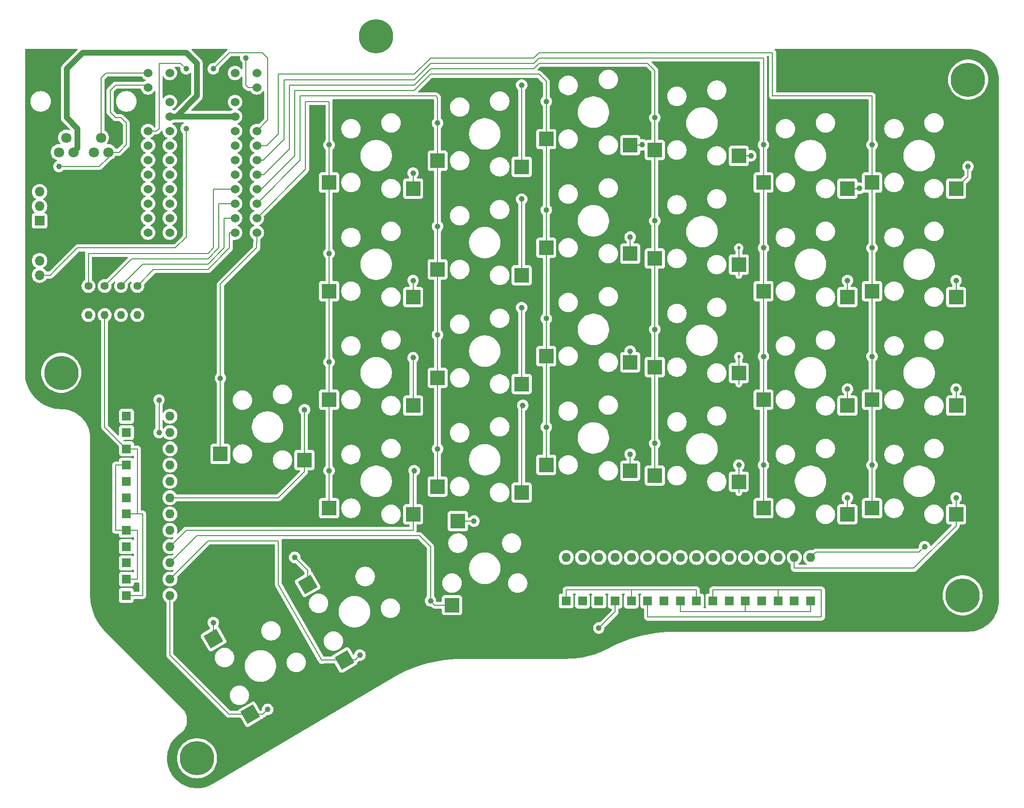
<source format=gbl>
%TF.GenerationSoftware,KiCad,Pcbnew,8.0.1*%
%TF.CreationDate,2024-04-28T15:39:46+00:00*%
%TF.ProjectId,split_kb,73706c69-745f-46b6-922e-6b696361645f,rev?*%
%TF.SameCoordinates,Original*%
%TF.FileFunction,Copper,L2,Bot*%
%TF.FilePolarity,Positive*%
%FSLAX46Y46*%
G04 Gerber Fmt 4.6, Leading zero omitted, Abs format (unit mm)*
G04 Created by KiCad (PCBNEW 8.0.1) date 2024-04-28 15:39:46*
%MOMM*%
%LPD*%
G01*
G04 APERTURE LIST*
G04 Aperture macros list*
%AMRoundRect*
0 Rectangle with rounded corners*
0 $1 Rounding radius*
0 $2 $3 $4 $5 $6 $7 $8 $9 X,Y pos of 4 corners*
0 Add a 4 corners polygon primitive as box body*
4,1,4,$2,$3,$4,$5,$6,$7,$8,$9,$2,$3,0*
0 Add four circle primitives for the rounded corners*
1,1,$1+$1,$2,$3*
1,1,$1+$1,$4,$5*
1,1,$1+$1,$6,$7*
1,1,$1+$1,$8,$9*
0 Add four rect primitives between the rounded corners*
20,1,$1+$1,$2,$3,$4,$5,0*
20,1,$1+$1,$4,$5,$6,$7,0*
20,1,$1+$1,$6,$7,$8,$9,0*
20,1,$1+$1,$8,$9,$2,$3,0*%
%AMRotRect*
0 Rectangle, with rotation*
0 The origin of the aperture is its center*
0 $1 length*
0 $2 width*
0 $3 Rotation angle, in degrees counterclockwise*
0 Add horizontal line*
21,1,$1,$2,0,0,$3*%
G04 Aperture macros list end*
%TA.AperFunction,Conductor*%
%ADD10C,0.200000*%
%TD*%
%TA.AperFunction,ComponentPad*%
%ADD11R,1.600000X1.600000*%
%TD*%
%TA.AperFunction,ComponentPad*%
%ADD12O,1.600000X1.600000*%
%TD*%
%TA.AperFunction,ComponentPad*%
%ADD13RoundRect,0.250000X0.650000X0.650000X-0.650000X0.650000X-0.650000X-0.650000X0.650000X-0.650000X0*%
%TD*%
%TA.AperFunction,ComponentPad*%
%ADD14C,1.800000*%
%TD*%
%TA.AperFunction,ComponentPad*%
%ADD15C,0.800000*%
%TD*%
%TA.AperFunction,ComponentPad*%
%ADD16C,6.000000*%
%TD*%
%TA.AperFunction,ComponentPad*%
%ADD17C,1.524000*%
%TD*%
%TA.AperFunction,ComponentPad*%
%ADD18C,1.400000*%
%TD*%
%TA.AperFunction,ComponentPad*%
%ADD19O,1.400000X1.400000*%
%TD*%
%TA.AperFunction,ComponentPad*%
%ADD20R,1.700000X1.700000*%
%TD*%
%TA.AperFunction,ComponentPad*%
%ADD21O,1.700000X1.700000*%
%TD*%
%TA.AperFunction,SMDPad,CuDef*%
%ADD22R,2.500000X2.550000*%
%TD*%
%TA.AperFunction,ComponentPad*%
%ADD23RoundRect,0.250000X-0.650000X-0.650000X0.650000X-0.650000X0.650000X0.650000X-0.650000X0.650000X0*%
%TD*%
%TA.AperFunction,SMDPad,CuDef*%
%ADD24R,2.550000X2.500000*%
%TD*%
%TA.AperFunction,SMDPad,CuDef*%
%ADD25RotRect,2.500000X2.550000X300.000000*%
%TD*%
%TA.AperFunction,ViaPad*%
%ADD26C,1.000000*%
%TD*%
%TA.AperFunction,ViaPad*%
%ADD27C,0.600000*%
%TD*%
%TA.AperFunction,Conductor*%
%ADD28C,1.000000*%
%TD*%
G04 APERTURE END LIST*
D10*
%TO.N,Net-(D15-A)*%
X111150000Y-132050000D02*
X118750000Y-145350000D01*
%TD*%
D11*
%TO.P,D26,1,K*%
%TO.N,Net-(D22-K)*%
X167200000Y-134920000D03*
D12*
%TO.P,D26,2,A*%
%TO.N,Net-(D26-A)*%
X167200000Y-127300000D03*
%TD*%
D11*
%TO.P,D28,1,K*%
%TO.N,Net-(D22-K)*%
X84540000Y-125400000D03*
D12*
%TO.P,D28,2,A*%
%TO.N,Net-(D28-A)*%
X92160000Y-125400000D03*
%TD*%
D11*
%TO.P,D27,1,K*%
%TO.N,Net-(D22-K)*%
X84550000Y-102600000D03*
D12*
%TO.P,D27,2,A*%
%TO.N,Net-(D27-A)*%
X92170000Y-102600000D03*
%TD*%
D13*
%TO.P,J3,1*%
%TO.N,GND*%
X82640000Y-53850000D03*
D14*
%TO.P,J3,2*%
%TO.N,UART_TX*%
X81370000Y-56390000D03*
%TO.P,J3,3*%
%TO.N,UART_RX*%
X80100000Y-53850000D03*
%TO.P,J3,4*%
%TO.N,VCC*%
X78830000Y-56390000D03*
%TD*%
D15*
%TO.P,H1,1*%
%TO.N,N/C*%
X126000000Y-36100000D03*
X126659010Y-34509010D03*
X126659010Y-37690990D03*
X128250000Y-33850000D03*
D16*
X128250000Y-36100000D03*
D15*
X128250000Y-38350000D03*
X129840990Y-34509010D03*
X129840990Y-37690990D03*
X130500000Y-36100000D03*
%TD*%
D11*
%TO.P,D6,1,K*%
%TO.N,Net-(D1-K)*%
X84550000Y-105450000D03*
D12*
%TO.P,D6,2,A*%
%TO.N,Net-(D6-A)*%
X92170000Y-105450000D03*
%TD*%
D11*
%TO.P,D7,1,K*%
%TO.N,Net-(D1-K)*%
X84540000Y-114000000D03*
D12*
%TO.P,D7,2,A*%
%TO.N,Net-(D7-A)*%
X92160000Y-114000000D03*
%TD*%
D11*
%TO.P,D4,1,K*%
%TO.N,Net-(D1-K)*%
X181450000Y-134930000D03*
D12*
%TO.P,D4,2,A*%
%TO.N,Net-(D4-A)*%
X181450000Y-127310000D03*
%TD*%
D11*
%TO.P,D21,1,K*%
%TO.N,Net-(D15-K)*%
X84540000Y-122550000D03*
D12*
%TO.P,D21,2,A*%
%TO.N,Net-(D21-A)*%
X92160000Y-122550000D03*
%TD*%
D11*
%TO.P,D9,1,K*%
%TO.N,Net-(D10-K)*%
X195700000Y-134920000D03*
D12*
%TO.P,D9,2,A*%
%TO.N,Net-(D9-A)*%
X195700000Y-127300000D03*
%TD*%
D11*
%TO.P,D8,1,K*%
%TO.N,Net-(D10-K)*%
X84540000Y-133950000D03*
D12*
%TO.P,D8,2,A*%
%TO.N,Net-(D8-A)*%
X92160000Y-133950000D03*
%TD*%
D15*
%TO.P,H3,1*%
%TO.N,N/C*%
X229550000Y-43700000D03*
X230209010Y-42109010D03*
X230209010Y-45290990D03*
X231800000Y-41450000D03*
D16*
X231800000Y-43700000D03*
D15*
X231800000Y-45950000D03*
X233390990Y-42109010D03*
X233390990Y-45290990D03*
X234050000Y-43700000D03*
%TD*%
D11*
%TO.P,D20,1,K*%
%TO.N,Net-(D15-K)*%
X84540000Y-111150000D03*
D12*
%TO.P,D20,2,A*%
%TO.N,Net-(D20-A)*%
X92160000Y-111150000D03*
%TD*%
D11*
%TO.P,D17,1,K*%
%TO.N,Net-(D15-K)*%
X187150000Y-134930000D03*
D12*
%TO.P,D17,2,A*%
%TO.N,Net-(D17-A)*%
X187150000Y-127310000D03*
%TD*%
D17*
%TO.P,U_front1,1,TX0/D3*%
%TO.N,UART_TX*%
X107361400Y-42522000D03*
%TO.P,U_front1,2,RX1/D2*%
%TO.N,UART_RX*%
X107361400Y-45062000D03*
%TO.P,U_front1,3,GND*%
%TO.N,GND*%
X107361400Y-47602000D03*
%TO.P,U_front1,4,GND*%
X107361400Y-50142000D03*
%TO.P,U_front1,5,2/D1/SDA*%
%TO.N,EN_JUMP*%
X107361400Y-52682000D03*
%TO.P,U_front1,6,3/D0/SCL*%
%TO.N,COL_1*%
X107361400Y-55222000D03*
%TO.P,U_front1,7,4/D4*%
%TO.N,COL_2*%
X107361400Y-57762000D03*
%TO.P,U_front1,8,5/C6*%
%TO.N,COL_3*%
X107361400Y-60302000D03*
%TO.P,U_front1,9,6/D7*%
%TO.N,COL_4*%
X107361400Y-62842000D03*
%TO.P,U_front1,10,7/E6*%
%TO.N,COL_5*%
X107361400Y-65382000D03*
%TO.P,U_front1,11,8/B4*%
%TO.N,COL_6*%
X107361400Y-67922000D03*
%TO.P,U_front1,12,9/B5*%
%TO.N,COL_0*%
X107361400Y-70462000D03*
%TO.P,U_front1,13,B6/10*%
%TO.N,ROW_3*%
X92141400Y-70462000D03*
%TO.P,U_front1,14,B2/16*%
%TO.N,ROW_2*%
X92141400Y-67922000D03*
%TO.P,U_front1,15,B3/14*%
%TO.N,ROW_1*%
X92141400Y-65382000D03*
%TO.P,U_front1,16,B1/15*%
%TO.N,ROW_0*%
X92141400Y-62842000D03*
%TO.P,U_front1,17,F7/A0*%
%TO.N,unconnected-(U_front1-F7{slash}A0-Pad17)*%
X92141400Y-60302000D03*
%TO.P,U_front1,18,F6/A1*%
%TO.N,unconnected-(U_front1-F6{slash}A1-Pad18)*%
X92141400Y-57762000D03*
%TO.P,U_front1,19,F5/A2*%
%TO.N,unconnected-(U_front1-F5{slash}A2-Pad19)*%
X92141400Y-55222000D03*
%TO.P,U_front1,20,F4/A3*%
%TO.N,unconnected-(U_front1-F4{slash}A3-Pad20)*%
X92141400Y-52682000D03*
%TO.P,U_front1,21,VCC*%
%TO.N,VCC*%
X92141400Y-50142000D03*
%TO.P,U_front1,22,RST*%
%TO.N,RST*%
X92141400Y-47602000D03*
%TO.P,U_front1,23,GND*%
%TO.N,GND*%
X92141400Y-45062000D03*
%TO.P,U_front1,24,RAW*%
%TO.N,unconnected-(U_front1-RAW-Pad24)*%
X92141400Y-42522000D03*
%TD*%
D11*
%TO.P,D25,1,K*%
%TO.N,Net-(D22-K)*%
X178600000Y-134920000D03*
D12*
%TO.P,D25,2,A*%
%TO.N,Net-(D25-A)*%
X178600000Y-127300000D03*
%TD*%
D11*
%TO.P,D15,1,K*%
%TO.N,Net-(D15-K)*%
X84550000Y-131100000D03*
D12*
%TO.P,D15,2,A*%
%TO.N,Net-(D15-A)*%
X92170000Y-131100000D03*
%TD*%
D18*
%TO.P,R0,1*%
%TO.N,ROW_0*%
X77900000Y-79800000D03*
D19*
%TO.P,R0,2*%
%TO.N,Net-(D1-K)*%
X77900000Y-84880000D03*
%TD*%
D11*
%TO.P,D24,1,K*%
%TO.N,Net-(D22-K)*%
X190000000Y-134930000D03*
D12*
%TO.P,D24,2,A*%
%TO.N,Net-(D24-A)*%
X190000000Y-127310000D03*
%TD*%
D18*
%TO.P,R2,1*%
%TO.N,ROW_2*%
X83600000Y-79800000D03*
D19*
%TO.P,R2,2*%
%TO.N,Net-(D15-K)*%
X83600000Y-84880000D03*
%TD*%
D18*
%TO.P,R1,1*%
%TO.N,ROW_1*%
X80750000Y-79800000D03*
D19*
%TO.P,R1,2*%
%TO.N,Net-(D10-K)*%
X80750000Y-84880000D03*
%TD*%
D11*
%TO.P,D18,1,K*%
%TO.N,Net-(D15-K)*%
X175750000Y-134930000D03*
D12*
%TO.P,D18,2,A*%
%TO.N,Net-(D18-A)*%
X175750000Y-127310000D03*
%TD*%
D11*
%TO.P,D16,1,K*%
%TO.N,Net-(D15-K)*%
X198550000Y-134930000D03*
D12*
%TO.P,D16,2,A*%
%TO.N,Net-(D16-A)*%
X198550000Y-127310000D03*
%TD*%
D20*
%TO.P,J2,1,Pin_1*%
%TO.N,VCC*%
X69350000Y-68400000D03*
D21*
%TO.P,J2,2,Pin_2*%
%TO.N,UART_TX*%
X69350000Y-65860000D03*
%TO.P,J2,3,Pin_3*%
%TO.N,UART_RX*%
X69350000Y-63320000D03*
%TO.P,J2,4,Pin_4*%
%TO.N,GND*%
X69350000Y-60780000D03*
%TD*%
D15*
%TO.P,H4,1*%
%TO.N,N/C*%
X228600000Y-133950000D03*
X229259010Y-132359010D03*
X229259010Y-135540990D03*
X230850000Y-131700000D03*
D16*
X230850000Y-133950000D03*
D15*
X230850000Y-136200000D03*
X232440990Y-132359010D03*
X232440990Y-135540990D03*
X233100000Y-133950000D03*
%TD*%
%TO.P,H5,1*%
%TO.N,N/C*%
X70900000Y-95000000D03*
X71559010Y-93409010D03*
X71559010Y-96590990D03*
X73150000Y-92750000D03*
D16*
X73150000Y-95000000D03*
D15*
X73150000Y-97250000D03*
X74740990Y-93409010D03*
X74740990Y-96590990D03*
X75400000Y-95000000D03*
%TD*%
D11*
%TO.P,D14,1,K*%
%TO.N,Net-(D10-K)*%
X84540000Y-119700000D03*
D12*
%TO.P,D14,2,A*%
%TO.N,Net-(D14-A)*%
X92160000Y-119700000D03*
%TD*%
D11*
%TO.P,D2,1,K*%
%TO.N,Net-(D1-K)*%
X204250000Y-134920000D03*
D12*
%TO.P,D2,2,A*%
%TO.N,Net-(D2-A)*%
X204250000Y-127300000D03*
%TD*%
D11*
%TO.P,D13,1,K*%
%TO.N,Net-(D10-K)*%
X84570000Y-108300000D03*
D12*
%TO.P,D13,2,A*%
%TO.N,Net-(D13-A)*%
X92190000Y-108300000D03*
%TD*%
D11*
%TO.P,D22,1,K*%
%TO.N,Net-(D22-K)*%
X84540000Y-128250000D03*
D12*
%TO.P,D22,2,A*%
%TO.N,Net-(D22-A)*%
X92160000Y-128250000D03*
%TD*%
D11*
%TO.P,D5,1,K*%
%TO.N,Net-(D1-K)*%
X170050000Y-134930000D03*
D12*
%TO.P,D5,2,A*%
%TO.N,Net-(D5-A)*%
X170050000Y-127310000D03*
%TD*%
D18*
%TO.P,R3,1*%
%TO.N,ROW_3*%
X86450000Y-79800000D03*
D19*
%TO.P,R3,2*%
%TO.N,Net-(D22-K)*%
X86450000Y-84880000D03*
%TD*%
D15*
%TO.P,H2,1*%
%TO.N,N/C*%
X94650000Y-162450000D03*
X95309010Y-160859010D03*
X95309010Y-164040990D03*
X96900000Y-160200000D03*
D16*
X96900000Y-162450000D03*
D15*
X96900000Y-164700000D03*
X98490990Y-160859010D03*
X98490990Y-164040990D03*
X99150000Y-162450000D03*
%TD*%
D11*
%TO.P,D12,1,K*%
%TO.N,Net-(D10-K)*%
X161500000Y-134920000D03*
D12*
%TO.P,D12,2,A*%
%TO.N,Net-(D12-A)*%
X161500000Y-127300000D03*
%TD*%
D11*
%TO.P,D1,1,K*%
%TO.N,Net-(D1-K)*%
X84550000Y-116850000D03*
D12*
%TO.P,D1,2,A*%
%TO.N,Net-(D1-A)*%
X92170000Y-116850000D03*
%TD*%
D11*
%TO.P,D19,1,K*%
%TO.N,Net-(D15-K)*%
X164350000Y-134930000D03*
D12*
%TO.P,D19,2,A*%
%TO.N,Net-(D19-A)*%
X164350000Y-127310000D03*
%TD*%
D11*
%TO.P,D10,1,K*%
%TO.N,Net-(D10-K)*%
X184300000Y-134930000D03*
D12*
%TO.P,D10,2,A*%
%TO.N,Net-(D10-A)*%
X184300000Y-127310000D03*
%TD*%
D11*
%TO.P,D23,1,K*%
%TO.N,Net-(D22-K)*%
X201400000Y-134930000D03*
D12*
%TO.P,D23,2,A*%
%TO.N,Net-(D23-A)*%
X201400000Y-127310000D03*
%TD*%
D11*
%TO.P,D11,1,K*%
%TO.N,Net-(D10-K)*%
X172900000Y-134930000D03*
D12*
%TO.P,D11,2,A*%
%TO.N,Net-(D11-A)*%
X172900000Y-127310000D03*
%TD*%
D11*
%TO.P,D3,1,K*%
%TO.N,Net-(D1-K)*%
X192850000Y-134940000D03*
D12*
%TO.P,D3,2,A*%
%TO.N,Net-(D3-A)*%
X192850000Y-127320000D03*
%TD*%
D20*
%TO.P,J4,1,Pin_1*%
%TO.N,GND*%
X69350000Y-72820000D03*
D21*
%TO.P,J4,2,Pin_2*%
%TO.N,EN_JUMP*%
X69350000Y-75360000D03*
%TO.P,J4,3,Pin_3*%
%TO.N,RST*%
X69350000Y-77900000D03*
%TO.P,J4,4,Pin_4*%
%TO.N,GND*%
X69350000Y-80440000D03*
%TD*%
D22*
%TO.P,SW_front_23,1,1*%
%TO.N,COL_1*%
X215000000Y-118700000D03*
%TO.P,SW_front_23,2,2*%
%TO.N,Net-(D23-A)*%
X229700000Y-119750000D03*
%TD*%
%TO.P,SW_front_16,1,1*%
%TO.N,COL_1*%
X215000000Y-99700000D03*
%TO.P,SW_front_16,2,2*%
%TO.N,Net-(D16-A)*%
X229700000Y-100750000D03*
%TD*%
D17*
%TO.P,U_back1,1,TX0/D3*%
%TO.N,UART_RX*%
X88341400Y-42522000D03*
%TO.P,U_back1,2,RX1/D2*%
%TO.N,UART_TX*%
X88341400Y-45062000D03*
%TO.P,U_back1,3,GND*%
%TO.N,GND*%
X88341400Y-47602000D03*
%TO.P,U_back1,4,GND*%
X88341400Y-50142000D03*
%TO.P,U_back1,5,2/D1/SDA*%
%TO.N,EN_JUMP*%
X88341400Y-52682000D03*
%TO.P,U_back1,6,3/D0/SCL*%
%TO.N,COL_1*%
X88341400Y-55222000D03*
%TO.P,U_back1,7,4/D4*%
%TO.N,COL_2*%
X88341400Y-57762000D03*
%TO.P,U_back1,8,5/C6*%
%TO.N,COL_3*%
X88341400Y-60302000D03*
%TO.P,U_back1,9,6/D7*%
%TO.N,COL_4*%
X88341400Y-62842000D03*
%TO.P,U_back1,10,7/E6*%
%TO.N,COL_5*%
X88341400Y-65382000D03*
%TO.P,U_back1,11,8/B4*%
%TO.N,COL_6*%
X88341400Y-67922000D03*
%TO.P,U_back1,12,9/B5*%
%TO.N,COL_0*%
X88341400Y-70462000D03*
%TO.P,U_back1,13,B6/10*%
%TO.N,ROW_3*%
X103561400Y-70462000D03*
%TO.P,U_back1,14,B2/16*%
%TO.N,ROW_2*%
X103561400Y-67922000D03*
%TO.P,U_back1,15,B3/14*%
%TO.N,ROW_1*%
X103561400Y-65382000D03*
%TO.P,U_back1,16,B1/15*%
%TO.N,ROW_0*%
X103561400Y-62842000D03*
%TO.P,U_back1,17,F7/A0*%
%TO.N,unconnected-(U_back1-F7{slash}A0-Pad17)*%
X103561400Y-60302000D03*
%TO.P,U_back1,18,F6/A1*%
%TO.N,unconnected-(U_back1-F6{slash}A1-Pad18)*%
X103561400Y-57762000D03*
%TO.P,U_back1,19,F5/A2*%
%TO.N,unconnected-(U_back1-F5{slash}A2-Pad19)*%
X103561400Y-55222000D03*
%TO.P,U_back1,20,F4/A3*%
%TO.N,unconnected-(U_back1-F4{slash}A3-Pad20)*%
X103561400Y-52682000D03*
%TO.P,U_back1,21,VCC*%
%TO.N,VCC*%
X103561400Y-50142000D03*
%TO.P,U_back1,22,RST*%
%TO.N,RST*%
X103561400Y-47602000D03*
%TO.P,U_back1,23,GND*%
%TO.N,GND*%
X103561400Y-45062000D03*
%TO.P,U_back1,24,RAW*%
%TO.N,unconnected-(U_back1-RAW-Pad24)*%
X103561400Y-42522000D03*
%TD*%
D22*
%TO.P,SW_front_7,1,1*%
%TO.N,COL_6*%
X120000000Y-61700000D03*
%TO.P,SW_front_7,2,2*%
%TO.N,Net-(D7-A)*%
X134700000Y-62750000D03*
%TD*%
%TO.P,SW_front_9,1,1*%
%TO.N,COL_1*%
X215000000Y-80700000D03*
%TO.P,SW_front_9,2,2*%
%TO.N,Net-(D9-A)*%
X229700000Y-81750000D03*
%TD*%
%TO.P,SW_front_25,1,1*%
%TO.N,COL_3*%
X177000000Y-113000000D03*
%TO.P,SW_front_25,2,2*%
%TO.N,Net-(D25-A)*%
X191700000Y-114050000D03*
%TD*%
D23*
%TO.P,J1,1*%
%TO.N,GND*%
X71460000Y-53850000D03*
D14*
%TO.P,J1,2*%
%TO.N,UART_TX*%
X72730000Y-56390000D03*
%TO.P,J1,3*%
%TO.N,UART_RX*%
X74000000Y-53850000D03*
%TO.P,J1,4*%
%TO.N,VCC*%
X75270000Y-56390000D03*
%TD*%
D22*
%TO.P,SW_front_14,1,1*%
%TO.N,COL_6*%
X120000000Y-80700000D03*
%TO.P,SW_front_14,2,2*%
%TO.N,Net-(D14-A)*%
X134700000Y-81750000D03*
%TD*%
%TO.P,SW_front_11,1,1*%
%TO.N,COL_3*%
X177000000Y-75000000D03*
%TO.P,SW_front_11,2,2*%
%TO.N,Net-(D11-A)*%
X191700000Y-76050000D03*
%TD*%
%TO.P,SW_front_19,1,1*%
%TO.N,COL_4*%
X158000000Y-92100000D03*
%TO.P,SW_front_19,2,2*%
%TO.N,Net-(D19-A)*%
X172700000Y-93150000D03*
%TD*%
%TO.P,SW_front_2,1,1*%
%TO.N,COL_1*%
X215000000Y-61700000D03*
%TO.P,SW_front_2,2,2*%
%TO.N,Net-(D2-A)*%
X229700000Y-62750000D03*
%TD*%
%TO.P,SW_front_13,1,1*%
%TO.N,COL_5*%
X139000000Y-76900000D03*
%TO.P,SW_front_13,2,2*%
%TO.N,Net-(D13-A)*%
X153700000Y-77950000D03*
%TD*%
%TO.P,SW_front_20,1,1*%
%TO.N,COL_5*%
X139000000Y-95900000D03*
%TO.P,SW_front_20,2,2*%
%TO.N,Net-(D20-A)*%
X153700000Y-96950000D03*
%TD*%
%TO.P,SW_front_27,1,1*%
%TO.N,COL_5*%
X139000000Y-114900000D03*
%TO.P,SW_front_27,2,2*%
%TO.N,Net-(D27-A)*%
X153700000Y-115950000D03*
%TD*%
%TO.P,SW_front_3,1,1*%
%TO.N,COL_2*%
X196000000Y-61700000D03*
%TO.P,SW_front_3,2,2*%
%TO.N,Net-(D3-A)*%
X210700000Y-62750000D03*
%TD*%
%TO.P,SW_front_5,1,1*%
%TO.N,COL_4*%
X158000000Y-54100000D03*
%TO.P,SW_front_5,2,2*%
%TO.N,Net-(D5-A)*%
X172700000Y-55150000D03*
%TD*%
%TO.P,SW_front_10,1,1*%
%TO.N,COL_2*%
X196000000Y-80700000D03*
%TO.P,SW_front_10,2,2*%
%TO.N,Net-(D10-A)*%
X210700000Y-81750000D03*
%TD*%
%TO.P,SW_front_4,1,1*%
%TO.N,COL_3*%
X177000000Y-56000000D03*
%TO.P,SW_front_4,2,2*%
%TO.N,Net-(D4-A)*%
X191700000Y-57050000D03*
%TD*%
%TO.P,SW_front_17,1,1*%
%TO.N,COL_2*%
X196000000Y-99700000D03*
%TO.P,SW_front_17,2,2*%
%TO.N,Net-(D17-A)*%
X210700000Y-100750000D03*
%TD*%
D24*
%TO.P,SW_front_22,1,1*%
%TO.N,COL_0*%
X142550000Y-120950000D03*
%TO.P,SW_front_22,2,2*%
%TO.N,Net-(D22-A)*%
X141500000Y-135650000D03*
%TD*%
D22*
%TO.P,SW_front_21,1,1*%
%TO.N,COL_6*%
X120000000Y-99700000D03*
%TO.P,SW_front_21,2,2*%
%TO.N,Net-(D21-A)*%
X134700000Y-100750000D03*
%TD*%
%TO.P,SW_front_1,1,1*%
%TO.N,COL_0*%
X101000000Y-109200000D03*
%TO.P,SW_front_1,2,2*%
%TO.N,Net-(D1-A)*%
X115700000Y-110250000D03*
%TD*%
%TO.P,SW_front_18,1,1*%
%TO.N,COL_3*%
X177000000Y-94000000D03*
%TO.P,SW_front_18,2,2*%
%TO.N,Net-(D18-A)*%
X191700000Y-95050000D03*
%TD*%
%TO.P,SW_front_26,1,1*%
%TO.N,COL_4*%
X158000000Y-111100000D03*
%TO.P,SW_front_26,2,2*%
%TO.N,Net-(D26-A)*%
X172700000Y-112150000D03*
%TD*%
%TO.P,SW_front_28,1,1*%
%TO.N,COL_6*%
X120000000Y-118700000D03*
%TO.P,SW_front_28,2,2*%
%TO.N,Net-(D28-A)*%
X134700000Y-119750000D03*
%TD*%
%TO.P,SW_front_24,1,1*%
%TO.N,COL_2*%
X196000000Y-118700000D03*
%TO.P,SW_front_24,2,2*%
%TO.N,Net-(D24-A)*%
X210700000Y-119750000D03*
%TD*%
%TO.P,SW_front_12,1,1*%
%TO.N,COL_4*%
X158000000Y-73100000D03*
%TO.P,SW_front_12,2,2*%
%TO.N,Net-(D12-A)*%
X172700000Y-74150000D03*
%TD*%
D25*
%TO.P,SW_front_8,1,1*%
%TO.N,COL_0*%
X99800199Y-141505290D03*
%TO.P,SW_front_8,2,2*%
%TO.N,Net-(D8-A)*%
X106240872Y-154760864D03*
%TD*%
%TO.P,SW_front_15,1,1*%
%TO.N,COL_0*%
X116254681Y-132005290D03*
%TO.P,SW_front_15,2,2*%
%TO.N,Net-(D15-A)*%
X122695354Y-145260864D03*
%TD*%
D22*
%TO.P,SW_front_6,1,1*%
%TO.N,COL_5*%
X139000000Y-57900000D03*
%TO.P,SW_front_6,2,2*%
%TO.N,Net-(D6-A)*%
X153700000Y-58950000D03*
%TD*%
D26*
%TO.N,EN_JUMP*%
X95000000Y-41800000D03*
X99750000Y-41800000D03*
%TO.N,UART_RX*%
X105450000Y-39900000D03*
%TO.N,UART_TX*%
X72730000Y-58900000D03*
%TO.N,RST*%
X95000000Y-52250000D03*
%TO.N,COL_0*%
X101000000Y-95950000D03*
X145350000Y-120950000D03*
X99750000Y-138700000D03*
X114000000Y-127300000D03*
%TO.N,COL_1*%
X215000000Y-55100000D03*
X215000000Y-73150000D03*
X215000000Y-92150000D03*
X215000000Y-111150000D03*
%TO.N,COL_2*%
X196000000Y-92150000D03*
X196000000Y-73150000D03*
X196000000Y-55100000D03*
X196000000Y-111150000D03*
%TO.N,COL_3*%
X177000000Y-68400000D03*
X177000000Y-87400000D03*
X177000000Y-107350000D03*
X177000000Y-50350000D03*
%TO.N,COL_4*%
X158000000Y-104500000D03*
X158000000Y-47500000D03*
X158000000Y-66500000D03*
X158000000Y-85500000D03*
%TO.N,COL_5*%
X139000000Y-51300000D03*
X139000000Y-108300000D03*
X139000000Y-69350000D03*
X139000000Y-88350000D03*
%TO.N,COL_6*%
X120000000Y-93100000D03*
X120000000Y-74100000D03*
X120000000Y-112100000D03*
X120000000Y-55100000D03*
%TO.N,Net-(D1-A)*%
X115700000Y-101450000D03*
%TO.N,Net-(D2-A)*%
X224200000Y-125400000D03*
X231800000Y-58900000D03*
%TO.N,Net-(D3-A)*%
X212800000Y-62700000D03*
%TO.N,Net-(D4-A)*%
X193800000Y-57000000D03*
%TO.N,Net-(D5-A)*%
X174800000Y-55100000D03*
%TO.N,Net-(D6-A)*%
X90250000Y-99750000D03*
X153700000Y-44650000D03*
X90250000Y-105450000D03*
%TO.N,Net-(D7-A)*%
X134700000Y-60050000D03*
%TO.N,Net-(D8-A)*%
X109250000Y-153900000D03*
%TO.N,Net-(D9-A)*%
X229700000Y-78850000D03*
%TO.N,Net-(D10-A)*%
X210700000Y-78850000D03*
D27*
%TO.N,Net-(D11-A)*%
X191700000Y-73150000D03*
D26*
%TO.N,Net-(D12-A)*%
X172700000Y-71250000D03*
%TO.N,Net-(D13-A)*%
X153700000Y-64600000D03*
%TO.N,Net-(D14-A)*%
X134700000Y-78850000D03*
%TO.N,Net-(D15-A)*%
X125400000Y-144400000D03*
%TO.N,Net-(D16-A)*%
X229700000Y-97850000D03*
%TO.N,Net-(D17-A)*%
X210700000Y-97850000D03*
D27*
%TO.N,Net-(D18-A)*%
X191700000Y-92150000D03*
D26*
%TO.N,Net-(D19-A)*%
X172700000Y-91200000D03*
%TO.N,Net-(D20-A)*%
X153700000Y-83600000D03*
%TO.N,Net-(D21-A)*%
X134700000Y-92350000D03*
%TO.N,Net-(D22-A)*%
X137750000Y-134900000D03*
%TO.N,Net-(D23-A)*%
X229700000Y-116850000D03*
%TO.N,Net-(D24-A)*%
X210700000Y-116850000D03*
%TO.N,Net-(D25-A)*%
X191700000Y-111150000D03*
%TO.N,Net-(D26-A)*%
X172700000Y-109250000D03*
%TO.N,Net-(D27-A)*%
X153900000Y-100700000D03*
%TO.N,Net-(D28-A)*%
X134900000Y-112100000D03*
%TO.N,Net-(D1-K)*%
X167200000Y-139650000D03*
%TD*%
D10*
%TO.N,ROW_0*%
X98800000Y-74100000D02*
X99750000Y-73150000D01*
X77900000Y-74100000D02*
X98800000Y-74100000D01*
X77900000Y-79800000D02*
X77900000Y-74100000D01*
X99750000Y-73150000D02*
X99750000Y-62842000D01*
X99750000Y-62842000D02*
X103561400Y-62842000D01*
%TO.N,ROW_1*%
X85500000Y-75050000D02*
X98800000Y-75050000D01*
X80750000Y-79800000D02*
X85500000Y-75050000D01*
X98800000Y-75050000D02*
X100700000Y-73150000D01*
X100700000Y-73150000D02*
X100700000Y-65382000D01*
X100700000Y-65382000D02*
X103561400Y-65382000D01*
%TO.N,ROW_2*%
X83600000Y-79800000D02*
X87400000Y-76000000D01*
X101650000Y-67922000D02*
X103561400Y-67922000D01*
X87400000Y-76000000D02*
X98800000Y-76000000D01*
X98800000Y-76000000D02*
X101650000Y-73150000D01*
X101650000Y-73150000D02*
X101650000Y-67922000D01*
%TO.N,ROW_3*%
X102600000Y-70462000D02*
X103561400Y-70462000D01*
X102600000Y-73150000D02*
X102600000Y-70462000D01*
X86450000Y-79800000D02*
X89300000Y-76950000D01*
X98800000Y-76950000D02*
X102600000Y-73150000D01*
X89300000Y-76950000D02*
X98800000Y-76950000D01*
D28*
%TO.N,VCC*%
X95000000Y-38950000D02*
X76950000Y-38950000D01*
X96900000Y-40850000D02*
X95000000Y-38950000D01*
X74100000Y-41800000D02*
X74100000Y-50350000D01*
X74100000Y-50350000D02*
X76000000Y-52250000D01*
X76000000Y-55660000D02*
X75270000Y-56390000D01*
X76000000Y-52250000D02*
X76000000Y-55660000D01*
X92141400Y-50142000D02*
X93308000Y-50142000D01*
X93308000Y-50142000D02*
X103561400Y-50142000D01*
X96900000Y-46550000D02*
X96900000Y-40850000D01*
X93308000Y-50142000D02*
X96900000Y-46550000D01*
X76950000Y-38950000D02*
X74100000Y-41800000D01*
D10*
%TO.N,EN_JUMP*%
X94050000Y-40850000D02*
X95000000Y-41800000D01*
X109250000Y-50793400D02*
X107361400Y-52682000D01*
X102600000Y-38950000D02*
X108300000Y-38950000D01*
X109250000Y-39900000D02*
X109250000Y-50793400D01*
X99750000Y-41800000D02*
X102600000Y-38950000D01*
X89818000Y-52682000D02*
X90250000Y-52250000D01*
X108300000Y-38950000D02*
X109250000Y-39900000D01*
X88341400Y-52682000D02*
X89818000Y-52682000D01*
X90250000Y-52250000D02*
X90250000Y-40850000D01*
X90250000Y-40850000D02*
X94050000Y-40850000D01*
%TO.N,UART_RX*%
X80978000Y-42522000D02*
X88341400Y-42522000D01*
X105450000Y-39900000D02*
X105450000Y-44650000D01*
X105862000Y-45062000D02*
X107361400Y-45062000D01*
X80100000Y-53850000D02*
X80100000Y-43400000D01*
X105450000Y-44650000D02*
X105862000Y-45062000D01*
X80100000Y-43400000D02*
X80978000Y-42522000D01*
%TO.N,UART_TX*%
X83260000Y-56390000D02*
X84550000Y-55100000D01*
X81700000Y-49400000D02*
X81700000Y-45600000D01*
X84550000Y-55100000D02*
X84550000Y-51300000D01*
X81700000Y-45600000D02*
X82650000Y-44650000D01*
X79800000Y-58900000D02*
X81370000Y-57330000D01*
X82650000Y-44650000D02*
X87929400Y-44650000D01*
X81370000Y-57330000D02*
X81370000Y-56390000D01*
X87929400Y-44650000D02*
X88341400Y-45062000D01*
X82650000Y-50350000D02*
X81700000Y-49400000D01*
X83600000Y-50350000D02*
X82650000Y-50350000D01*
X72730000Y-58900000D02*
X79800000Y-58900000D01*
X84550000Y-51300000D02*
X83600000Y-50350000D01*
X81370000Y-56390000D02*
X83260000Y-56390000D01*
%TO.N,RST*%
X76000000Y-73150000D02*
X92150000Y-73150000D01*
X95000000Y-71250000D02*
X95000000Y-52250000D01*
X71250000Y-77900000D02*
X72200000Y-76950000D01*
X69350000Y-77900000D02*
X71250000Y-77900000D01*
X72200000Y-76950000D02*
X76000000Y-73150000D01*
X93100000Y-73150000D02*
X95000000Y-71250000D01*
X92150000Y-73150000D02*
X93100000Y-73150000D01*
%TO.N,COL_0*%
X101000000Y-95950000D02*
X101000000Y-79500000D01*
X116254681Y-129559971D02*
X116254681Y-132005290D01*
X101000000Y-109200000D02*
X101000000Y-95950000D01*
X107361400Y-72188600D02*
X107361400Y-70462000D01*
X99750000Y-138700000D02*
X99800199Y-138750199D01*
X101000000Y-79500000D02*
X107350000Y-73150000D01*
X99800199Y-138750199D02*
X99800199Y-141505290D01*
X107350000Y-72200000D02*
X107361400Y-72188600D01*
X116254681Y-129559971D02*
X114000000Y-127305290D01*
X107350000Y-73150000D02*
X107350000Y-72200000D01*
X142550000Y-120950000D02*
X145350000Y-120950000D01*
X114000000Y-127305290D02*
X114000000Y-127300000D01*
%TO.N,COL_1*%
X215000000Y-73150000D02*
X215000000Y-55100000D01*
X137750000Y-39900000D02*
X134900000Y-42750000D01*
X197600000Y-46550000D02*
X197600000Y-38950000D01*
X215000000Y-92150000D02*
X215000000Y-73150000D01*
X111150000Y-42750000D02*
X111150000Y-53200000D01*
X111150000Y-53200000D02*
X109128000Y-55222000D01*
X215000000Y-111150000D02*
X215000000Y-92150000D01*
X109128000Y-55222000D02*
X107361400Y-55222000D01*
X215000000Y-118700000D02*
X215000000Y-111150000D01*
X215000000Y-46550000D02*
X197600000Y-46550000D01*
X134900000Y-42750000D02*
X111150000Y-42750000D01*
X197600000Y-38950000D02*
X156750000Y-38950000D01*
X155800000Y-39900000D02*
X137750000Y-39900000D01*
X156750000Y-38950000D02*
X155800000Y-39900000D01*
X215000000Y-55100000D02*
X215000000Y-46550000D01*
%TO.N,COL_2*%
X196000000Y-118700000D02*
X196000000Y-111150000D01*
X156750000Y-39900000D02*
X155800000Y-40850000D01*
X112100000Y-43700000D02*
X112100000Y-54150000D01*
X108488000Y-57762000D02*
X107361400Y-57762000D01*
X137750000Y-40850000D02*
X134900000Y-43700000D01*
X196000000Y-73150000D02*
X196000000Y-55100000D01*
X196000000Y-55100000D02*
X196000000Y-39900000D01*
X196000000Y-111150000D02*
X196000000Y-92150000D01*
X196000000Y-39900000D02*
X156750000Y-39900000D01*
X196000000Y-92150000D02*
X196000000Y-73150000D01*
X112100000Y-54150000D02*
X108488000Y-57762000D01*
X134900000Y-43700000D02*
X112100000Y-43700000D01*
X155800000Y-40850000D02*
X137750000Y-40850000D01*
%TO.N,COL_3*%
X113050000Y-55806700D02*
X108554700Y-60302000D01*
X177000000Y-50350000D02*
X177000000Y-42100000D01*
X177000000Y-107350000D02*
X177000000Y-87400000D01*
X134900000Y-44650000D02*
X113050000Y-44650000D01*
X113050000Y-44650000D02*
X113050000Y-55806700D01*
X155800000Y-41800000D02*
X137750000Y-41800000D01*
X177000000Y-42100000D02*
X175750000Y-40850000D01*
X177000000Y-87400000D02*
X177000000Y-68400000D01*
X177000000Y-113000000D02*
X177000000Y-107350000D01*
X137750000Y-41800000D02*
X134900000Y-44650000D01*
X175750000Y-40850000D02*
X156750000Y-40850000D01*
X177000000Y-68400000D02*
X177000000Y-50350000D01*
X156750000Y-40850000D02*
X155800000Y-41800000D01*
X108554700Y-60302000D02*
X107361400Y-60302000D01*
%TO.N,COL_4*%
X114000000Y-57000000D02*
X108158000Y-62842000D01*
X158000000Y-66500000D02*
X158000000Y-47500000D01*
X134900000Y-45600000D02*
X114000000Y-45600000D01*
X158000000Y-47500000D02*
X158000000Y-44000000D01*
X137750000Y-42750000D02*
X134900000Y-45600000D01*
X108158000Y-62842000D02*
X107361400Y-62842000D01*
X114000000Y-45600000D02*
X114000000Y-57000000D01*
X158000000Y-111100000D02*
X158000000Y-104500000D01*
X156750000Y-42750000D02*
X137750000Y-42750000D01*
X158000000Y-44000000D02*
X156750000Y-42750000D01*
X158000000Y-85500000D02*
X158000000Y-66500000D01*
X158000000Y-104500000D02*
X158000000Y-85500000D01*
%TO.N,COL_5*%
X139000000Y-51300000D02*
X139000000Y-46850000D01*
X139000000Y-46850000D02*
X138700000Y-46550000D01*
X114950000Y-46550000D02*
X114950000Y-57793400D01*
X139000000Y-88350000D02*
X139000000Y-69350000D01*
X139000000Y-108300000D02*
X139000000Y-88350000D01*
X138700000Y-46550000D02*
X114950000Y-46550000D01*
X139000000Y-114900000D02*
X139000000Y-108300000D01*
X114950000Y-57793400D02*
X107361400Y-65382000D01*
X139000000Y-69350000D02*
X139000000Y-51300000D01*
%TO.N,COL_6*%
X115900000Y-47500000D02*
X115900000Y-59383400D01*
X120000000Y-74100000D02*
X120000000Y-55100000D01*
X120000000Y-118700000D02*
X120000000Y-112100000D01*
X115900000Y-59383400D02*
X107361400Y-67922000D01*
X120000000Y-93100000D02*
X120000000Y-74100000D01*
X120000000Y-112100000D02*
X120000000Y-93100000D01*
X120000000Y-47500000D02*
X115900000Y-47500000D01*
X120000000Y-55100000D02*
X120000000Y-47500000D01*
%TO.N,Net-(D1-A)*%
X115700000Y-101450000D02*
X115700000Y-110250000D01*
X115700000Y-112300000D02*
X115700000Y-110250000D01*
X92170000Y-116850000D02*
X111150000Y-116850000D01*
X111150000Y-116850000D02*
X115700000Y-112300000D01*
%TO.N,Net-(D2-A)*%
X205200000Y-126350000D02*
X204250000Y-127300000D01*
X223250000Y-126350000D02*
X205200000Y-126350000D01*
X231800000Y-58900000D02*
X231800000Y-60650000D01*
X231800000Y-60650000D02*
X229700000Y-62750000D01*
X224200000Y-125400000D02*
X223250000Y-126350000D01*
%TO.N,Net-(D3-A)*%
X212750000Y-62750000D02*
X212800000Y-62700000D01*
X210700000Y-62750000D02*
X212750000Y-62750000D01*
%TO.N,Net-(D4-A)*%
X193800000Y-57000000D02*
X191750000Y-57000000D01*
X191750000Y-57000000D02*
X191700000Y-57050000D01*
%TO.N,Net-(D5-A)*%
X172700000Y-55150000D02*
X174750000Y-55150000D01*
X174750000Y-55150000D02*
X174800000Y-55100000D01*
%TO.N,Net-(D6-A)*%
X90250000Y-105450000D02*
X90250000Y-99750000D01*
X153700000Y-58950000D02*
X153700000Y-44650000D01*
%TO.N,Net-(D7-A)*%
X134700000Y-60050000D02*
X134700000Y-62750000D01*
%TO.N,Net-(D8-A)*%
X92160000Y-133950000D02*
X92160000Y-144410000D01*
X92160000Y-144410000D02*
X102510864Y-154760864D01*
X108389136Y-154760864D02*
X109250000Y-153900000D01*
X102510864Y-154760864D02*
X106240872Y-154760864D01*
X106240872Y-154760864D02*
X108389136Y-154760864D01*
%TO.N,Net-(D9-A)*%
X229700000Y-81750000D02*
X229700000Y-78850000D01*
%TO.N,Net-(D10-A)*%
X210700000Y-81750000D02*
X210700000Y-78850000D01*
%TO.N,Net-(D11-A)*%
X191700000Y-76050000D02*
X191700000Y-73150000D01*
X191700000Y-77950000D02*
X191700000Y-76000000D01*
%TO.N,Net-(D12-A)*%
X172700000Y-74150000D02*
X172700000Y-71250000D01*
%TO.N,Net-(D13-A)*%
X153700000Y-77950000D02*
X153700000Y-64600000D01*
%TO.N,Net-(D14-A)*%
X134700000Y-81750000D02*
X134700000Y-78850000D01*
%TO.N,Net-(D15-A)*%
X122695354Y-145260864D02*
X118839136Y-145260864D01*
X98820000Y-124450000D02*
X111150000Y-124450000D01*
X111150000Y-124450000D02*
X111150000Y-132050000D01*
X124539136Y-145260864D02*
X122695354Y-145260864D01*
X92170000Y-131100000D02*
X98820000Y-124450000D01*
X125400000Y-144400000D02*
X124539136Y-145260864D01*
X118750000Y-145350000D02*
X118839136Y-145260864D01*
%TO.N,Net-(D16-A)*%
X229700000Y-100750000D02*
X229700000Y-97850000D01*
%TO.N,Net-(D17-A)*%
X210700000Y-100750000D02*
X210700000Y-97850000D01*
%TO.N,Net-(D18-A)*%
X191700000Y-96950000D02*
X191700000Y-95000000D01*
X191700000Y-95050000D02*
X191700000Y-92150000D01*
%TO.N,Net-(D19-A)*%
X172700000Y-93150000D02*
X172700000Y-91200000D01*
%TO.N,Net-(D20-A)*%
X153700000Y-96950000D02*
X153700000Y-83600000D01*
%TO.N,Net-(D21-A)*%
X134700000Y-92350000D02*
X134700000Y-100750000D01*
%TO.N,Net-(D22-A)*%
X137750000Y-125400000D02*
X137750000Y-134900000D01*
X96910000Y-123500000D02*
X135850000Y-123500000D01*
X135850000Y-123500000D02*
X137750000Y-125400000D01*
X137750000Y-134900000D02*
X138500000Y-135650000D01*
X92160000Y-128250000D02*
X96910000Y-123500000D01*
X138500000Y-135650000D02*
X141500000Y-135650000D01*
%TO.N,Net-(D23-A)*%
X229700000Y-121800000D02*
X229700000Y-119750000D01*
X201400000Y-129200000D02*
X222300000Y-129200000D01*
X229700000Y-119750000D02*
X229700000Y-116850000D01*
X222300000Y-129200000D02*
X229700000Y-121800000D01*
X201400000Y-127310000D02*
X201400000Y-129200000D01*
%TO.N,Net-(D24-A)*%
X210700000Y-119750000D02*
X210700000Y-116850000D01*
%TO.N,Net-(D25-A)*%
X191700000Y-115950000D02*
X191700000Y-111150000D01*
%TO.N,Net-(D26-A)*%
X172700000Y-112150000D02*
X172700000Y-109250000D01*
%TO.N,Net-(D27-A)*%
X153700000Y-100900000D02*
X153700000Y-115950000D01*
X153900000Y-100700000D02*
X153700000Y-100900000D01*
%TO.N,Net-(D28-A)*%
X95010000Y-122550000D02*
X92160000Y-125400000D01*
X134700000Y-119750000D02*
X134700000Y-112300000D01*
X134700000Y-112300000D02*
X134900000Y-112100000D01*
X134700000Y-122550000D02*
X95010000Y-122550000D01*
X134700000Y-119750000D02*
X134700000Y-122550000D01*
%TO.N,Net-(D1-K)*%
X167200000Y-139650000D02*
X170050000Y-136800000D01*
X204250000Y-136810000D02*
X192850000Y-136810000D01*
X204250000Y-134920000D02*
X204250000Y-136810000D01*
X181450000Y-136810000D02*
X181450000Y-134930000D01*
X170050000Y-136800000D02*
X170050000Y-134930000D01*
X192850000Y-134940000D02*
X192850000Y-136810000D01*
X192850000Y-136810000D02*
X181450000Y-136810000D01*
%TO.N,Net-(D10-K)*%
X80750000Y-104480000D02*
X84570000Y-108300000D01*
X161500000Y-133010000D02*
X161500000Y-134920000D01*
X80750000Y-84880000D02*
X80750000Y-104480000D01*
X84540000Y-133950000D02*
X87400000Y-133950000D01*
X86450000Y-108300000D02*
X86450000Y-119700000D01*
X84570000Y-108300000D02*
X86450000Y-108300000D01*
X184300000Y-134930000D02*
X184300000Y-133010000D01*
X87400000Y-133950000D02*
X87400000Y-119700000D01*
X172900000Y-134930000D02*
X172900000Y-133010000D01*
X87400000Y-119700000D02*
X84540000Y-119700000D01*
X184300000Y-133010000D02*
X172900000Y-133010000D01*
X172900000Y-133010000D02*
X161500000Y-133010000D01*
%TO.N,Net-(D15-K)*%
X187150000Y-133010000D02*
X187150000Y-134930000D01*
X84540000Y-111150000D02*
X82650000Y-111150000D01*
X198550000Y-133010000D02*
X187150000Y-133010000D01*
X175750000Y-137750000D02*
X206150000Y-137750000D01*
X206150000Y-137750000D02*
X206150000Y-133000000D01*
X198560000Y-133000000D02*
X198550000Y-133010000D01*
X86450000Y-122550000D02*
X86450000Y-131100000D01*
X84540000Y-122550000D02*
X86450000Y-122550000D01*
X198550000Y-134930000D02*
X198550000Y-133010000D01*
X175750000Y-134930000D02*
X175750000Y-137750000D01*
X206150000Y-133000000D02*
X198560000Y-133000000D01*
X86450000Y-131100000D02*
X84550000Y-131100000D01*
X82650000Y-122550000D02*
X84540000Y-122550000D01*
X82650000Y-111150000D02*
X82650000Y-122550000D01*
%TD*%
%TA.AperFunction,Conductor*%
%TO.N,GND*%
G36*
X75952256Y-38320185D02*
G01*
X75998011Y-38372989D01*
X76007955Y-38442147D01*
X75978930Y-38505703D01*
X75972898Y-38512181D01*
X73462220Y-41022859D01*
X73462218Y-41022861D01*
X73395963Y-41089116D01*
X73322859Y-41162219D01*
X73213371Y-41326080D01*
X73213366Y-41326089D01*
X73162042Y-41449999D01*
X73137949Y-41508161D01*
X73135209Y-41521933D01*
X73131532Y-41540422D01*
X73099500Y-41701455D01*
X73099500Y-41701459D01*
X73099500Y-50448541D01*
X73102593Y-50464090D01*
X73102593Y-50464091D01*
X73137947Y-50641829D01*
X73137950Y-50641840D01*
X73143344Y-50654860D01*
X73143345Y-50654866D01*
X73143346Y-50654866D01*
X73213364Y-50823907D01*
X73213371Y-50823920D01*
X73322859Y-50987780D01*
X73322860Y-50987781D01*
X73322861Y-50987782D01*
X73462218Y-51127139D01*
X73462219Y-51127139D01*
X73469286Y-51134206D01*
X73469285Y-51134206D01*
X73469289Y-51134209D01*
X74693565Y-52358485D01*
X74727050Y-52419808D01*
X74722066Y-52489500D01*
X74680194Y-52545433D01*
X74614730Y-52569850D01*
X74565621Y-52563447D01*
X74344984Y-52487702D01*
X74173282Y-52459050D01*
X74116049Y-52449500D01*
X73883951Y-52449500D01*
X73838164Y-52457140D01*
X73655015Y-52487702D01*
X73435504Y-52563061D01*
X73435495Y-52563064D01*
X73231371Y-52673531D01*
X73231365Y-52673535D01*
X73048222Y-52816081D01*
X73048219Y-52816084D01*
X73048216Y-52816086D01*
X73048216Y-52816087D01*
X73004380Y-52863706D01*
X72891016Y-52986852D01*
X72764075Y-53181151D01*
X72670842Y-53393699D01*
X72613866Y-53618691D01*
X72613864Y-53618702D01*
X72594700Y-53849993D01*
X72594700Y-53850006D01*
X72613864Y-54081297D01*
X72613866Y-54081308D01*
X72670842Y-54306300D01*
X72764075Y-54518848D01*
X72867484Y-54677128D01*
X72891021Y-54713153D01*
X72927946Y-54753264D01*
X72955117Y-54782780D01*
X72986038Y-54845435D01*
X72978177Y-54914861D01*
X72934030Y-54969016D01*
X72867612Y-54990706D01*
X72851187Y-54989593D01*
X72851160Y-54989923D01*
X72846055Y-54989500D01*
X72846049Y-54989500D01*
X72613951Y-54989500D01*
X72568164Y-54997140D01*
X72385015Y-55027702D01*
X72165504Y-55103061D01*
X72165495Y-55103064D01*
X71961371Y-55213531D01*
X71961365Y-55213535D01*
X71778222Y-55356081D01*
X71778219Y-55356084D01*
X71621016Y-55526852D01*
X71494075Y-55721151D01*
X71400842Y-55933699D01*
X71343866Y-56158691D01*
X71343864Y-56158702D01*
X71324700Y-56389993D01*
X71324700Y-56390006D01*
X71343864Y-56621297D01*
X71343866Y-56621308D01*
X71400842Y-56846300D01*
X71494075Y-57058848D01*
X71621016Y-57253147D01*
X71621019Y-57253150D01*
X71621021Y-57253153D01*
X71778216Y-57423913D01*
X71778219Y-57423915D01*
X71778222Y-57423918D01*
X71961365Y-57566464D01*
X71961371Y-57566468D01*
X71961374Y-57566470D01*
X72128860Y-57657109D01*
X72165495Y-57676935D01*
X72165507Y-57676940D01*
X72342251Y-57737616D01*
X72399267Y-57778001D01*
X72425398Y-57842801D01*
X72412347Y-57911441D01*
X72364258Y-57962128D01*
X72349451Y-57969454D01*
X72345276Y-57971183D01*
X72171467Y-58064086D01*
X72171460Y-58064090D01*
X72019116Y-58189116D01*
X71894090Y-58341460D01*
X71894086Y-58341467D01*
X71801188Y-58515266D01*
X71743975Y-58703870D01*
X71724659Y-58900000D01*
X71743975Y-59096129D01*
X71743976Y-59096132D01*
X71793233Y-59258511D01*
X71801188Y-59284733D01*
X71894086Y-59458532D01*
X71894090Y-59458539D01*
X72019116Y-59610883D01*
X72171460Y-59735909D01*
X72171467Y-59735913D01*
X72345266Y-59828811D01*
X72345269Y-59828811D01*
X72345273Y-59828814D01*
X72533868Y-59886024D01*
X72730000Y-59905341D01*
X72926132Y-59886024D01*
X73114727Y-59828814D01*
X73169572Y-59799499D01*
X73258217Y-59752117D01*
X73288538Y-59735910D01*
X73440883Y-59610883D01*
X73473283Y-59571404D01*
X73494267Y-59545835D01*
X73552012Y-59506501D01*
X73590120Y-59500500D01*
X79713331Y-59500500D01*
X79713347Y-59500501D01*
X79720943Y-59500501D01*
X79879054Y-59500501D01*
X79879057Y-59500501D01*
X80031785Y-59459577D01*
X80031787Y-59459575D01*
X80031789Y-59459575D01*
X80031790Y-59459574D01*
X80033585Y-59458538D01*
X80043196Y-59452988D01*
X80085775Y-59428406D01*
X80085776Y-59428405D01*
X80168716Y-59380520D01*
X80280520Y-59268716D01*
X80280520Y-59268714D01*
X80290724Y-59258511D01*
X80290728Y-59258506D01*
X81728504Y-57820729D01*
X81728514Y-57820722D01*
X81773738Y-57775498D01*
X81819496Y-57729738D01*
X81866914Y-57700138D01*
X81934503Y-57676936D01*
X82138626Y-57566470D01*
X82170157Y-57541929D01*
X82224367Y-57499735D01*
X82321784Y-57423913D01*
X82478979Y-57253153D01*
X82605924Y-57058849D01*
X82605926Y-57058843D01*
X82607747Y-57055481D01*
X82656967Y-57005891D01*
X82716801Y-56990500D01*
X83173331Y-56990500D01*
X83173347Y-56990501D01*
X83180943Y-56990501D01*
X83339054Y-56990501D01*
X83339057Y-56990501D01*
X83491785Y-56949577D01*
X83544588Y-56919091D01*
X83628716Y-56870520D01*
X83740520Y-56758716D01*
X83740520Y-56758714D01*
X83750724Y-56748511D01*
X83750728Y-56748506D01*
X84908506Y-55590728D01*
X84908511Y-55590724D01*
X84918714Y-55580520D01*
X84918716Y-55580520D01*
X85030520Y-55468716D01*
X85109577Y-55331784D01*
X85150500Y-55179057D01*
X85150500Y-51389059D01*
X85150501Y-51389046D01*
X85150501Y-51220945D01*
X85150501Y-51220943D01*
X85109577Y-51068215D01*
X85081022Y-51018757D01*
X85078303Y-51014047D01*
X85078303Y-51014046D01*
X85030524Y-50931290D01*
X85030521Y-50931286D01*
X85030520Y-50931284D01*
X84918716Y-50819480D01*
X84918715Y-50819479D01*
X84914385Y-50815149D01*
X84914374Y-50815139D01*
X84087590Y-49988355D01*
X84087588Y-49988352D01*
X83968717Y-49869481D01*
X83968709Y-49869475D01*
X83866936Y-49810717D01*
X83866934Y-49810716D01*
X83831790Y-49790425D01*
X83831789Y-49790424D01*
X83797540Y-49781247D01*
X83679057Y-49749499D01*
X83520943Y-49749499D01*
X83513347Y-49749499D01*
X83513331Y-49749500D01*
X82950097Y-49749500D01*
X82883058Y-49729815D01*
X82862416Y-49713181D01*
X82336819Y-49187584D01*
X82303334Y-49126261D01*
X82300500Y-49099903D01*
X82300500Y-47618004D01*
X82749500Y-47618004D01*
X82749501Y-47618020D01*
X82776364Y-47822070D01*
X82780307Y-47852014D01*
X82789074Y-47884733D01*
X82841394Y-48079993D01*
X82931714Y-48298045D01*
X82931719Y-48298056D01*
X83000170Y-48416615D01*
X83049727Y-48502450D01*
X83049729Y-48502453D01*
X83049730Y-48502454D01*
X83193406Y-48689697D01*
X83193412Y-48689704D01*
X83360295Y-48856587D01*
X83360302Y-48856593D01*
X83402412Y-48888905D01*
X83547550Y-49000273D01*
X83657426Y-49063710D01*
X83751943Y-49118280D01*
X83751948Y-49118282D01*
X83751951Y-49118284D01*
X83970007Y-49208606D01*
X84197986Y-49269693D01*
X84431989Y-49300500D01*
X84431996Y-49300500D01*
X84668004Y-49300500D01*
X84668011Y-49300500D01*
X84902014Y-49269693D01*
X85129993Y-49208606D01*
X85348049Y-49118284D01*
X85552450Y-49000273D01*
X85739699Y-48856592D01*
X85906592Y-48689699D01*
X86050273Y-48502450D01*
X86168284Y-48298049D01*
X86258606Y-48079993D01*
X86319693Y-47852014D01*
X86350500Y-47618011D01*
X86350500Y-47381989D01*
X86319693Y-47147986D01*
X86258606Y-46920007D01*
X86168284Y-46701951D01*
X86168282Y-46701948D01*
X86168280Y-46701943D01*
X86126118Y-46628918D01*
X86050273Y-46497550D01*
X85975804Y-46400500D01*
X85906593Y-46310302D01*
X85906587Y-46310295D01*
X85739704Y-46143412D01*
X85739697Y-46143406D01*
X85552454Y-45999730D01*
X85552453Y-45999729D01*
X85552450Y-45999727D01*
X85431359Y-45929815D01*
X85348056Y-45881719D01*
X85348045Y-45881714D01*
X85129993Y-45791394D01*
X84902014Y-45730307D01*
X84902013Y-45730306D01*
X84902010Y-45730306D01*
X84668020Y-45699501D01*
X84668017Y-45699500D01*
X84668011Y-45699500D01*
X84431989Y-45699500D01*
X84431983Y-45699500D01*
X84431979Y-45699501D01*
X84197989Y-45730306D01*
X83970006Y-45791394D01*
X83751954Y-45881714D01*
X83751943Y-45881719D01*
X83547545Y-45999730D01*
X83360302Y-46143406D01*
X83360295Y-46143412D01*
X83193412Y-46310295D01*
X83193406Y-46310302D01*
X83049730Y-46497545D01*
X82931719Y-46701943D01*
X82931714Y-46701954D01*
X82841394Y-46920006D01*
X82780306Y-47147989D01*
X82749501Y-47381979D01*
X82749500Y-47381995D01*
X82749500Y-47618004D01*
X82300500Y-47618004D01*
X82300500Y-45900097D01*
X82320185Y-45833058D01*
X82336819Y-45812416D01*
X82862416Y-45286819D01*
X82923739Y-45253334D01*
X82950097Y-45250500D01*
X86989723Y-45250500D01*
X87056762Y-45270185D01*
X87102517Y-45322989D01*
X87109498Y-45342407D01*
X87150503Y-45495442D01*
X87150505Y-45495446D01*
X87150506Y-45495450D01*
X87172457Y-45542524D01*
X87243866Y-45695662D01*
X87243868Y-45695666D01*
X87370570Y-45876615D01*
X87370575Y-45876621D01*
X87526778Y-46032824D01*
X87526784Y-46032829D01*
X87707733Y-46159531D01*
X87707735Y-46159532D01*
X87707738Y-46159534D01*
X87907950Y-46252894D01*
X88121332Y-46310070D01*
X88278523Y-46323822D01*
X88341398Y-46329323D01*
X88341400Y-46329323D01*
X88341402Y-46329323D01*
X88396417Y-46324509D01*
X88561468Y-46310070D01*
X88774850Y-46252894D01*
X88975062Y-46159534D01*
X89156020Y-46032826D01*
X89312226Y-45876620D01*
X89423925Y-45717096D01*
X89478502Y-45673472D01*
X89548000Y-45666278D01*
X89610355Y-45697801D01*
X89645769Y-45758031D01*
X89649500Y-45788220D01*
X89649500Y-51949903D01*
X89629815Y-52016942D01*
X89613163Y-52037602D01*
X89610742Y-52040022D01*
X89549412Y-52073495D01*
X89479721Y-52068496D01*
X89423797Y-52026613D01*
X89421504Y-52023446D01*
X89312227Y-51867381D01*
X89242626Y-51797780D01*
X89156020Y-51711174D01*
X89156016Y-51711171D01*
X89156015Y-51711170D01*
X88975066Y-51584468D01*
X88975062Y-51584466D01*
X88893165Y-51546277D01*
X88774850Y-51491106D01*
X88774847Y-51491105D01*
X88774845Y-51491104D01*
X88561470Y-51433930D01*
X88561462Y-51433929D01*
X88341402Y-51414677D01*
X88341398Y-51414677D01*
X88121337Y-51433929D01*
X88121329Y-51433930D01*
X87907954Y-51491104D01*
X87907948Y-51491107D01*
X87707740Y-51584465D01*
X87707738Y-51584466D01*
X87526777Y-51711175D01*
X87370575Y-51867377D01*
X87243866Y-52048338D01*
X87243865Y-52048340D01*
X87150507Y-52248548D01*
X87150504Y-52248554D01*
X87093330Y-52461929D01*
X87093329Y-52461937D01*
X87074077Y-52681997D01*
X87074077Y-52682002D01*
X87093329Y-52902062D01*
X87093330Y-52902070D01*
X87150504Y-53115445D01*
X87150505Y-53115447D01*
X87150506Y-53115450D01*
X87209319Y-53241576D01*
X87243866Y-53315662D01*
X87243868Y-53315666D01*
X87370570Y-53496615D01*
X87370575Y-53496621D01*
X87526778Y-53652824D01*
X87526784Y-53652829D01*
X87707733Y-53779531D01*
X87707735Y-53779532D01*
X87707738Y-53779534D01*
X87812543Y-53828405D01*
X87836589Y-53839618D01*
X87889028Y-53885790D01*
X87908180Y-53952984D01*
X87887964Y-54019865D01*
X87836589Y-54064382D01*
X87707740Y-54124465D01*
X87707738Y-54124466D01*
X87526777Y-54251175D01*
X87370575Y-54407377D01*
X87243866Y-54588338D01*
X87243865Y-54588340D01*
X87150507Y-54788548D01*
X87150504Y-54788554D01*
X87093330Y-55001929D01*
X87093329Y-55001937D01*
X87074077Y-55221997D01*
X87074077Y-55222002D01*
X87093329Y-55442062D01*
X87093330Y-55442070D01*
X87150504Y-55655445D01*
X87150505Y-55655447D01*
X87150506Y-55655450D01*
X87209320Y-55781577D01*
X87243866Y-55855662D01*
X87243868Y-55855666D01*
X87370570Y-56036615D01*
X87370575Y-56036621D01*
X87526778Y-56192824D01*
X87526784Y-56192829D01*
X87707733Y-56319531D01*
X87707735Y-56319532D01*
X87707738Y-56319534D01*
X87812418Y-56368347D01*
X87836589Y-56379618D01*
X87889028Y-56425790D01*
X87908180Y-56492984D01*
X87887964Y-56559865D01*
X87836589Y-56604382D01*
X87707740Y-56664465D01*
X87707738Y-56664466D01*
X87526777Y-56791175D01*
X87370575Y-56947377D01*
X87243866Y-57128338D01*
X87243865Y-57128340D01*
X87150507Y-57328548D01*
X87150504Y-57328554D01*
X87093330Y-57541929D01*
X87093329Y-57541937D01*
X87074077Y-57761997D01*
X87074077Y-57762002D01*
X87093329Y-57982062D01*
X87093330Y-57982070D01*
X87150504Y-58195445D01*
X87150505Y-58195447D01*
X87150506Y-58195450D01*
X87214442Y-58332562D01*
X87243866Y-58395662D01*
X87243868Y-58395666D01*
X87370570Y-58576615D01*
X87370575Y-58576621D01*
X87526778Y-58732824D01*
X87526784Y-58732829D01*
X87707733Y-58859531D01*
X87707735Y-58859532D01*
X87707738Y-58859534D01*
X87794518Y-58900000D01*
X87836589Y-58919618D01*
X87889028Y-58965790D01*
X87908180Y-59032984D01*
X87887964Y-59099865D01*
X87836589Y-59144382D01*
X87707740Y-59204465D01*
X87707738Y-59204466D01*
X87526777Y-59331175D01*
X87370575Y-59487377D01*
X87243866Y-59668338D01*
X87243865Y-59668340D01*
X87201068Y-59760119D01*
X87150978Y-59867539D01*
X87150507Y-59868548D01*
X87150504Y-59868554D01*
X87093330Y-60081929D01*
X87093329Y-60081937D01*
X87074077Y-60301997D01*
X87074077Y-60302002D01*
X87093329Y-60522062D01*
X87093330Y-60522070D01*
X87150504Y-60735445D01*
X87150505Y-60735447D01*
X87150506Y-60735450D01*
X87218745Y-60881790D01*
X87243866Y-60935662D01*
X87243868Y-60935666D01*
X87370570Y-61116615D01*
X87370575Y-61116621D01*
X87526778Y-61272824D01*
X87526784Y-61272829D01*
X87707733Y-61399531D01*
X87707735Y-61399532D01*
X87707738Y-61399534D01*
X87766912Y-61427127D01*
X87836589Y-61459618D01*
X87889028Y-61505790D01*
X87908180Y-61572984D01*
X87887964Y-61639865D01*
X87836589Y-61684382D01*
X87707740Y-61744465D01*
X87707738Y-61744466D01*
X87526777Y-61871175D01*
X87370575Y-62027377D01*
X87243866Y-62208338D01*
X87243865Y-62208340D01*
X87150507Y-62408548D01*
X87150504Y-62408554D01*
X87093330Y-62621929D01*
X87093329Y-62621937D01*
X87074077Y-62841997D01*
X87074077Y-62842002D01*
X87093329Y-63062062D01*
X87093330Y-63062070D01*
X87150504Y-63275445D01*
X87150505Y-63275447D01*
X87150506Y-63275450D01*
X87217348Y-63418793D01*
X87243866Y-63475662D01*
X87243868Y-63475666D01*
X87370570Y-63656615D01*
X87370575Y-63656621D01*
X87526778Y-63812824D01*
X87526784Y-63812829D01*
X87707733Y-63939531D01*
X87707735Y-63939532D01*
X87707738Y-63939534D01*
X87827148Y-63995215D01*
X87836589Y-63999618D01*
X87889028Y-64045790D01*
X87908180Y-64112984D01*
X87887964Y-64179865D01*
X87836589Y-64224382D01*
X87707740Y-64284465D01*
X87707738Y-64284466D01*
X87526777Y-64411175D01*
X87370575Y-64567377D01*
X87243866Y-64748338D01*
X87243865Y-64748340D01*
X87150507Y-64948548D01*
X87150504Y-64948554D01*
X87093330Y-65161929D01*
X87093329Y-65161937D01*
X87074077Y-65381997D01*
X87074077Y-65382002D01*
X87093329Y-65602062D01*
X87093330Y-65602070D01*
X87150504Y-65815445D01*
X87150505Y-65815447D01*
X87150506Y-65815450D01*
X87223316Y-65971593D01*
X87243866Y-66015662D01*
X87243868Y-66015666D01*
X87370570Y-66196615D01*
X87370575Y-66196621D01*
X87526778Y-66352824D01*
X87526784Y-66352829D01*
X87707733Y-66479531D01*
X87707735Y-66479532D01*
X87707738Y-66479534D01*
X87751628Y-66500000D01*
X87836589Y-66539618D01*
X87889028Y-66585790D01*
X87908180Y-66652984D01*
X87887964Y-66719865D01*
X87836589Y-66764382D01*
X87707740Y-66824465D01*
X87707738Y-66824466D01*
X87526777Y-66951175D01*
X87370575Y-67107377D01*
X87243866Y-67288338D01*
X87243865Y-67288340D01*
X87150507Y-67488548D01*
X87150504Y-67488554D01*
X87093330Y-67701929D01*
X87093329Y-67701937D01*
X87074077Y-67921997D01*
X87074077Y-67922002D01*
X87093329Y-68142062D01*
X87093330Y-68142070D01*
X87150504Y-68355445D01*
X87150505Y-68355447D01*
X87150506Y-68355450D01*
X87228402Y-68522500D01*
X87243866Y-68555662D01*
X87243868Y-68555666D01*
X87370570Y-68736615D01*
X87370575Y-68736621D01*
X87526778Y-68892824D01*
X87526784Y-68892829D01*
X87707733Y-69019531D01*
X87707735Y-69019532D01*
X87707738Y-69019534D01*
X87827148Y-69075215D01*
X87836589Y-69079618D01*
X87889028Y-69125790D01*
X87908180Y-69192984D01*
X87887964Y-69259865D01*
X87836589Y-69304382D01*
X87707740Y-69364465D01*
X87707738Y-69364466D01*
X87526777Y-69491175D01*
X87370575Y-69647377D01*
X87243866Y-69828338D01*
X87243865Y-69828340D01*
X87150507Y-70028548D01*
X87150504Y-70028554D01*
X87093330Y-70241929D01*
X87093329Y-70241937D01*
X87074077Y-70461997D01*
X87074077Y-70462002D01*
X87093329Y-70682062D01*
X87093330Y-70682070D01*
X87150504Y-70895445D01*
X87150505Y-70895447D01*
X87150506Y-70895450D01*
X87221251Y-71047164D01*
X87243866Y-71095662D01*
X87243868Y-71095666D01*
X87370570Y-71276615D01*
X87370575Y-71276621D01*
X87526778Y-71432824D01*
X87526784Y-71432829D01*
X87707733Y-71559531D01*
X87707735Y-71559532D01*
X87707738Y-71559534D01*
X87907950Y-71652894D01*
X88121332Y-71710070D01*
X88278523Y-71723822D01*
X88341398Y-71729323D01*
X88341400Y-71729323D01*
X88341402Y-71729323D01*
X88396417Y-71724509D01*
X88561468Y-71710070D01*
X88774850Y-71652894D01*
X88975062Y-71559534D01*
X89156020Y-71432826D01*
X89312226Y-71276620D01*
X89438934Y-71095662D01*
X89532294Y-70895450D01*
X89589470Y-70682068D01*
X89608723Y-70462000D01*
X89608064Y-70454471D01*
X89596404Y-70321188D01*
X89589470Y-70241932D01*
X89532294Y-70028550D01*
X89438934Y-69828339D01*
X89371871Y-69732562D01*
X89312227Y-69647381D01*
X89264346Y-69599500D01*
X89156020Y-69491174D01*
X89156016Y-69491171D01*
X89156015Y-69491170D01*
X88975066Y-69364468D01*
X88975058Y-69364464D01*
X88846211Y-69304382D01*
X88793771Y-69258210D01*
X88774619Y-69191017D01*
X88794835Y-69124135D01*
X88846211Y-69079618D01*
X88852202Y-69076824D01*
X88975062Y-69019534D01*
X89156020Y-68892826D01*
X89312226Y-68736620D01*
X89438934Y-68555662D01*
X89532294Y-68355450D01*
X89589470Y-68142068D01*
X89608723Y-67922000D01*
X89605827Y-67888903D01*
X89594101Y-67754865D01*
X89589470Y-67701932D01*
X89532294Y-67488550D01*
X89438934Y-67288339D01*
X89354346Y-67167534D01*
X89312227Y-67107381D01*
X89238881Y-67034035D01*
X89156020Y-66951174D01*
X89156016Y-66951171D01*
X89156015Y-66951170D01*
X88975066Y-66824468D01*
X88975058Y-66824464D01*
X88846211Y-66764382D01*
X88793771Y-66718210D01*
X88774619Y-66651017D01*
X88794835Y-66584135D01*
X88846211Y-66539618D01*
X88852202Y-66536824D01*
X88975062Y-66479534D01*
X89156020Y-66352826D01*
X89312226Y-66196620D01*
X89438934Y-66015662D01*
X89532294Y-65815450D01*
X89589470Y-65602068D01*
X89605223Y-65422010D01*
X89608723Y-65382002D01*
X89608723Y-65381997D01*
X89598709Y-65267534D01*
X89589470Y-65161932D01*
X89532294Y-64948550D01*
X89438934Y-64748339D01*
X89312226Y-64567380D01*
X89156020Y-64411174D01*
X89156016Y-64411171D01*
X89156015Y-64411170D01*
X88975066Y-64284468D01*
X88975058Y-64284464D01*
X88846211Y-64224382D01*
X88793771Y-64178210D01*
X88774619Y-64111017D01*
X88794835Y-64044135D01*
X88846211Y-63999618D01*
X88852202Y-63996824D01*
X88975062Y-63939534D01*
X89156020Y-63812826D01*
X89312226Y-63656620D01*
X89438934Y-63475662D01*
X89532294Y-63275450D01*
X89589470Y-63062068D01*
X89608723Y-62842000D01*
X89607115Y-62823624D01*
X89591643Y-62646773D01*
X89589470Y-62621932D01*
X89532294Y-62408550D01*
X89438934Y-62208339D01*
X89375580Y-62117859D01*
X89312227Y-62027381D01*
X89249187Y-61964341D01*
X89156020Y-61871174D01*
X89156016Y-61871171D01*
X89156015Y-61871170D01*
X88975066Y-61744468D01*
X88975058Y-61744464D01*
X88846211Y-61684382D01*
X88793771Y-61638210D01*
X88774619Y-61571017D01*
X88794835Y-61504135D01*
X88846211Y-61459618D01*
X88852202Y-61456824D01*
X88975062Y-61399534D01*
X89156020Y-61272826D01*
X89312226Y-61116620D01*
X89438934Y-60935662D01*
X89532294Y-60735450D01*
X89589470Y-60522068D01*
X89606056Y-60332482D01*
X89608723Y-60302002D01*
X89608723Y-60301997D01*
X89597314Y-60171593D01*
X89589470Y-60081932D01*
X89532294Y-59868550D01*
X89438934Y-59668339D01*
X89352666Y-59545135D01*
X89312227Y-59487381D01*
X89235941Y-59411095D01*
X89156020Y-59331174D01*
X89156016Y-59331171D01*
X89156015Y-59331170D01*
X88975066Y-59204468D01*
X88975058Y-59204464D01*
X88846211Y-59144382D01*
X88793771Y-59098210D01*
X88774619Y-59031017D01*
X88794835Y-58964135D01*
X88846211Y-58919618D01*
X88852202Y-58916824D01*
X88975062Y-58859534D01*
X89156020Y-58732826D01*
X89312226Y-58576620D01*
X89438934Y-58395662D01*
X89532294Y-58195450D01*
X89589470Y-57982068D01*
X89608103Y-57769089D01*
X89608723Y-57762002D01*
X89608723Y-57761997D01*
X89600565Y-57668751D01*
X89589470Y-57541932D01*
X89532294Y-57328550D01*
X89438934Y-57128339D01*
X89349071Y-57000000D01*
X89312227Y-56947381D01*
X89235364Y-56870518D01*
X89156020Y-56791174D01*
X89156016Y-56791171D01*
X89156015Y-56791170D01*
X88975066Y-56664468D01*
X88975058Y-56664464D01*
X88846211Y-56604382D01*
X88793771Y-56558210D01*
X88774619Y-56491017D01*
X88794835Y-56424135D01*
X88846211Y-56379618D01*
X88863416Y-56371595D01*
X88975062Y-56319534D01*
X89156020Y-56192826D01*
X89312226Y-56036620D01*
X89438934Y-55855662D01*
X89532294Y-55655450D01*
X89589470Y-55442068D01*
X89606599Y-55246274D01*
X89608723Y-55222002D01*
X89608723Y-55221997D01*
X89598050Y-55100000D01*
X89589470Y-55001932D01*
X89532294Y-54788550D01*
X89438934Y-54588339D01*
X89329789Y-54432463D01*
X89312227Y-54407381D01*
X89236269Y-54331423D01*
X89156020Y-54251174D01*
X89156016Y-54251171D01*
X89156015Y-54251170D01*
X88975066Y-54124468D01*
X88975058Y-54124464D01*
X88846211Y-54064382D01*
X88793771Y-54018210D01*
X88774619Y-53951017D01*
X88794835Y-53884135D01*
X88846211Y-53839618D01*
X88870257Y-53828405D01*
X88975062Y-53779534D01*
X89156020Y-53652826D01*
X89312226Y-53496620D01*
X89411760Y-53354471D01*
X89425130Y-53335377D01*
X89479707Y-53291752D01*
X89526705Y-53282500D01*
X89731331Y-53282500D01*
X89731347Y-53282501D01*
X89738943Y-53282501D01*
X89897054Y-53282501D01*
X89897057Y-53282501D01*
X90049785Y-53241577D01*
X90060593Y-53235336D01*
X90100924Y-53212052D01*
X90100925Y-53212051D01*
X90186716Y-53162520D01*
X90298520Y-53050716D01*
X90298520Y-53050714D01*
X90308724Y-53040511D01*
X90308728Y-53040506D01*
X90618713Y-52730521D01*
X90618716Y-52730520D01*
X90669406Y-52679829D01*
X90730725Y-52646347D01*
X90800417Y-52651331D01*
X90856351Y-52693202D01*
X90880612Y-52756705D01*
X90893329Y-52902063D01*
X90893330Y-52902070D01*
X90950504Y-53115445D01*
X90950505Y-53115447D01*
X90950506Y-53115450D01*
X91009319Y-53241576D01*
X91043866Y-53315662D01*
X91043868Y-53315666D01*
X91170570Y-53496615D01*
X91170575Y-53496621D01*
X91326778Y-53652824D01*
X91326784Y-53652829D01*
X91507733Y-53779531D01*
X91507735Y-53779532D01*
X91507738Y-53779534D01*
X91612543Y-53828405D01*
X91636589Y-53839618D01*
X91689028Y-53885790D01*
X91708180Y-53952984D01*
X91687964Y-54019865D01*
X91636589Y-54064382D01*
X91507740Y-54124465D01*
X91507738Y-54124466D01*
X91326777Y-54251175D01*
X91170575Y-54407377D01*
X91043866Y-54588338D01*
X91043865Y-54588340D01*
X90950507Y-54788548D01*
X90950504Y-54788554D01*
X90893330Y-55001929D01*
X90893329Y-55001937D01*
X90874077Y-55221997D01*
X90874077Y-55222002D01*
X90893329Y-55442062D01*
X90893330Y-55442070D01*
X90950504Y-55655445D01*
X90950505Y-55655447D01*
X90950506Y-55655450D01*
X91009320Y-55781577D01*
X91043866Y-55855662D01*
X91043868Y-55855666D01*
X91170570Y-56036615D01*
X91170575Y-56036621D01*
X91326778Y-56192824D01*
X91326784Y-56192829D01*
X91507733Y-56319531D01*
X91507735Y-56319532D01*
X91507738Y-56319534D01*
X91612418Y-56368347D01*
X91636589Y-56379618D01*
X91689028Y-56425790D01*
X91708180Y-56492984D01*
X91687964Y-56559865D01*
X91636589Y-56604382D01*
X91507740Y-56664465D01*
X91507738Y-56664466D01*
X91326777Y-56791175D01*
X91170575Y-56947377D01*
X91043866Y-57128338D01*
X91043865Y-57128340D01*
X90950507Y-57328548D01*
X90950504Y-57328554D01*
X90893330Y-57541929D01*
X90893329Y-57541937D01*
X90874077Y-57761997D01*
X90874077Y-57762002D01*
X90893329Y-57982062D01*
X90893330Y-57982070D01*
X90950504Y-58195445D01*
X90950505Y-58195447D01*
X90950506Y-58195450D01*
X91014442Y-58332562D01*
X91043866Y-58395662D01*
X91043868Y-58395666D01*
X91170570Y-58576615D01*
X91170575Y-58576621D01*
X91326778Y-58732824D01*
X91326784Y-58732829D01*
X91507733Y-58859531D01*
X91507735Y-58859532D01*
X91507738Y-58859534D01*
X91594518Y-58900000D01*
X91636589Y-58919618D01*
X91689028Y-58965790D01*
X91708180Y-59032984D01*
X91687964Y-59099865D01*
X91636589Y-59144382D01*
X91507740Y-59204465D01*
X91507738Y-59204466D01*
X91326777Y-59331175D01*
X91170575Y-59487377D01*
X91043866Y-59668338D01*
X91043865Y-59668340D01*
X91001068Y-59760119D01*
X90950978Y-59867539D01*
X90950507Y-59868548D01*
X90950504Y-59868554D01*
X90893330Y-60081929D01*
X90893329Y-60081937D01*
X90874077Y-60301997D01*
X90874077Y-60302002D01*
X90893329Y-60522062D01*
X90893330Y-60522070D01*
X90950504Y-60735445D01*
X90950505Y-60735447D01*
X90950506Y-60735450D01*
X91018745Y-60881790D01*
X91043866Y-60935662D01*
X91043868Y-60935666D01*
X91170570Y-61116615D01*
X91170575Y-61116621D01*
X91326778Y-61272824D01*
X91326784Y-61272829D01*
X91507733Y-61399531D01*
X91507735Y-61399532D01*
X91507738Y-61399534D01*
X91566912Y-61427127D01*
X91636589Y-61459618D01*
X91689028Y-61505790D01*
X91708180Y-61572984D01*
X91687964Y-61639865D01*
X91636589Y-61684382D01*
X91507740Y-61744465D01*
X91507738Y-61744466D01*
X91326777Y-61871175D01*
X91170575Y-62027377D01*
X91043866Y-62208338D01*
X91043865Y-62208340D01*
X90950507Y-62408548D01*
X90950504Y-62408554D01*
X90893330Y-62621929D01*
X90893329Y-62621937D01*
X90874077Y-62841997D01*
X90874077Y-62842002D01*
X90893329Y-63062062D01*
X90893330Y-63062070D01*
X90950504Y-63275445D01*
X90950505Y-63275447D01*
X90950506Y-63275450D01*
X91017348Y-63418793D01*
X91043866Y-63475662D01*
X91043868Y-63475666D01*
X91170570Y-63656615D01*
X91170575Y-63656621D01*
X91326778Y-63812824D01*
X91326784Y-63812829D01*
X91507733Y-63939531D01*
X91507735Y-63939532D01*
X91507738Y-63939534D01*
X91627148Y-63995215D01*
X91636589Y-63999618D01*
X91689028Y-64045790D01*
X91708180Y-64112984D01*
X91687964Y-64179865D01*
X91636589Y-64224382D01*
X91507740Y-64284465D01*
X91507738Y-64284466D01*
X91326777Y-64411175D01*
X91170575Y-64567377D01*
X91043866Y-64748338D01*
X91043865Y-64748340D01*
X90950507Y-64948548D01*
X90950504Y-64948554D01*
X90893330Y-65161929D01*
X90893329Y-65161937D01*
X90874077Y-65381997D01*
X90874077Y-65382002D01*
X90893329Y-65602062D01*
X90893330Y-65602070D01*
X90950504Y-65815445D01*
X90950505Y-65815447D01*
X90950506Y-65815450D01*
X91023316Y-65971593D01*
X91043866Y-66015662D01*
X91043868Y-66015666D01*
X91170570Y-66196615D01*
X91170575Y-66196621D01*
X91326778Y-66352824D01*
X91326784Y-66352829D01*
X91507733Y-66479531D01*
X91507735Y-66479532D01*
X91507738Y-66479534D01*
X91551628Y-66500000D01*
X91636589Y-66539618D01*
X91689028Y-66585790D01*
X91708180Y-66652984D01*
X91687964Y-66719865D01*
X91636589Y-66764382D01*
X91507740Y-66824465D01*
X91507738Y-66824466D01*
X91326777Y-66951175D01*
X91170575Y-67107377D01*
X91043866Y-67288338D01*
X91043865Y-67288340D01*
X90950507Y-67488548D01*
X90950504Y-67488554D01*
X90893330Y-67701929D01*
X90893329Y-67701937D01*
X90874077Y-67921997D01*
X90874077Y-67922002D01*
X90893329Y-68142062D01*
X90893330Y-68142070D01*
X90950504Y-68355445D01*
X90950505Y-68355447D01*
X90950506Y-68355450D01*
X91028402Y-68522500D01*
X91043866Y-68555662D01*
X91043868Y-68555666D01*
X91170570Y-68736615D01*
X91170575Y-68736621D01*
X91326778Y-68892824D01*
X91326784Y-68892829D01*
X91507733Y-69019531D01*
X91507735Y-69019532D01*
X91507738Y-69019534D01*
X91627148Y-69075215D01*
X91636589Y-69079618D01*
X91689028Y-69125790D01*
X91708180Y-69192984D01*
X91687964Y-69259865D01*
X91636589Y-69304382D01*
X91507740Y-69364465D01*
X91507738Y-69364466D01*
X91326777Y-69491175D01*
X91170575Y-69647377D01*
X91043866Y-69828338D01*
X91043865Y-69828340D01*
X90950507Y-70028548D01*
X90950504Y-70028554D01*
X90893330Y-70241929D01*
X90893329Y-70241937D01*
X90874077Y-70461997D01*
X90874077Y-70462002D01*
X90893329Y-70682062D01*
X90893330Y-70682070D01*
X90950504Y-70895445D01*
X90950505Y-70895447D01*
X90950506Y-70895450D01*
X91021251Y-71047164D01*
X91043866Y-71095662D01*
X91043868Y-71095666D01*
X91170570Y-71276615D01*
X91170575Y-71276621D01*
X91326778Y-71432824D01*
X91326784Y-71432829D01*
X91507733Y-71559531D01*
X91507735Y-71559532D01*
X91507738Y-71559534D01*
X91707950Y-71652894D01*
X91921332Y-71710070D01*
X92078523Y-71723822D01*
X92141398Y-71729323D01*
X92141400Y-71729323D01*
X92141402Y-71729323D01*
X92196417Y-71724509D01*
X92361468Y-71710070D01*
X92574850Y-71652894D01*
X92775062Y-71559534D01*
X92956020Y-71432826D01*
X93112226Y-71276620D01*
X93238934Y-71095662D01*
X93332294Y-70895450D01*
X93389470Y-70682068D01*
X93408723Y-70462000D01*
X93408064Y-70454471D01*
X93396404Y-70321188D01*
X93389470Y-70241932D01*
X93332294Y-70028550D01*
X93238934Y-69828339D01*
X93171871Y-69732562D01*
X93112227Y-69647381D01*
X93064346Y-69599500D01*
X92956020Y-69491174D01*
X92956016Y-69491171D01*
X92956015Y-69491170D01*
X92775066Y-69364468D01*
X92775058Y-69364464D01*
X92646211Y-69304382D01*
X92593771Y-69258210D01*
X92574619Y-69191017D01*
X92594835Y-69124135D01*
X92646211Y-69079618D01*
X92652202Y-69076824D01*
X92775062Y-69019534D01*
X92956020Y-68892826D01*
X93112226Y-68736620D01*
X93238934Y-68555662D01*
X93332294Y-68355450D01*
X93389470Y-68142068D01*
X93408723Y-67922000D01*
X93405827Y-67888903D01*
X93394101Y-67754865D01*
X93389470Y-67701932D01*
X93332294Y-67488550D01*
X93238934Y-67288339D01*
X93154346Y-67167534D01*
X93112227Y-67107381D01*
X93038881Y-67034035D01*
X92956020Y-66951174D01*
X92956016Y-66951171D01*
X92956015Y-66951170D01*
X92775066Y-66824468D01*
X92775058Y-66824464D01*
X92646211Y-66764382D01*
X92593771Y-66718210D01*
X92574619Y-66651017D01*
X92594835Y-66584135D01*
X92646211Y-66539618D01*
X92652202Y-66536824D01*
X92775062Y-66479534D01*
X92956020Y-66352826D01*
X93112226Y-66196620D01*
X93238934Y-66015662D01*
X93332294Y-65815450D01*
X93389470Y-65602068D01*
X93405223Y-65422010D01*
X93408723Y-65382002D01*
X93408723Y-65381997D01*
X93398709Y-65267534D01*
X93389470Y-65161932D01*
X93332294Y-64948550D01*
X93238934Y-64748339D01*
X93112226Y-64567380D01*
X92956020Y-64411174D01*
X92956016Y-64411171D01*
X92956015Y-64411170D01*
X92775066Y-64284468D01*
X92775058Y-64284464D01*
X92646211Y-64224382D01*
X92593771Y-64178210D01*
X92574619Y-64111017D01*
X92594835Y-64044135D01*
X92646211Y-63999618D01*
X92652202Y-63996824D01*
X92775062Y-63939534D01*
X92956020Y-63812826D01*
X93112226Y-63656620D01*
X93238934Y-63475662D01*
X93332294Y-63275450D01*
X93389470Y-63062068D01*
X93408723Y-62842000D01*
X93407115Y-62823624D01*
X93391643Y-62646773D01*
X93389470Y-62621932D01*
X93332294Y-62408550D01*
X93238934Y-62208339D01*
X93175580Y-62117859D01*
X93112227Y-62027381D01*
X93049187Y-61964341D01*
X92956020Y-61871174D01*
X92956016Y-61871171D01*
X92956015Y-61871170D01*
X92775066Y-61744468D01*
X92775058Y-61744464D01*
X92646211Y-61684382D01*
X92593771Y-61638210D01*
X92574619Y-61571017D01*
X92594835Y-61504135D01*
X92646211Y-61459618D01*
X92652202Y-61456824D01*
X92775062Y-61399534D01*
X92956020Y-61272826D01*
X93112226Y-61116620D01*
X93238934Y-60935662D01*
X93332294Y-60735450D01*
X93389470Y-60522068D01*
X93406056Y-60332482D01*
X93408723Y-60302002D01*
X93408723Y-60301997D01*
X93397314Y-60171593D01*
X93389470Y-60081932D01*
X93332294Y-59868550D01*
X93238934Y-59668339D01*
X93152666Y-59545135D01*
X93112227Y-59487381D01*
X93035941Y-59411095D01*
X92956020Y-59331174D01*
X92956016Y-59331171D01*
X92956015Y-59331170D01*
X92775066Y-59204468D01*
X92775058Y-59204464D01*
X92646211Y-59144382D01*
X92593771Y-59098210D01*
X92574619Y-59031017D01*
X92594835Y-58964135D01*
X92646211Y-58919618D01*
X92652202Y-58916824D01*
X92775062Y-58859534D01*
X92956020Y-58732826D01*
X93112226Y-58576620D01*
X93238934Y-58395662D01*
X93332294Y-58195450D01*
X93389470Y-57982068D01*
X93408103Y-57769089D01*
X93408723Y-57762002D01*
X93408723Y-57761997D01*
X93400565Y-57668751D01*
X93389470Y-57541932D01*
X93332294Y-57328550D01*
X93238934Y-57128339D01*
X93149071Y-57000000D01*
X93112227Y-56947381D01*
X93035364Y-56870518D01*
X92956020Y-56791174D01*
X92956016Y-56791171D01*
X92956015Y-56791170D01*
X92775066Y-56664468D01*
X92775058Y-56664464D01*
X92646211Y-56604382D01*
X92593771Y-56558210D01*
X92574619Y-56491017D01*
X92594835Y-56424135D01*
X92646211Y-56379618D01*
X92663416Y-56371595D01*
X92775062Y-56319534D01*
X92956020Y-56192826D01*
X93112226Y-56036620D01*
X93238934Y-55855662D01*
X93332294Y-55655450D01*
X93389470Y-55442068D01*
X93406599Y-55246274D01*
X93408723Y-55222002D01*
X93408723Y-55221997D01*
X93398050Y-55100000D01*
X93389470Y-55001932D01*
X93332294Y-54788550D01*
X93238934Y-54588339D01*
X93129789Y-54432463D01*
X93112227Y-54407381D01*
X93036269Y-54331423D01*
X92956020Y-54251174D01*
X92956016Y-54251171D01*
X92956015Y-54251170D01*
X92775066Y-54124468D01*
X92775058Y-54124464D01*
X92646211Y-54064382D01*
X92593771Y-54018210D01*
X92574619Y-53951017D01*
X92594835Y-53884135D01*
X92646211Y-53839618D01*
X92670257Y-53828405D01*
X92775062Y-53779534D01*
X92956020Y-53652826D01*
X93112226Y-53496620D01*
X93238934Y-53315662D01*
X93332294Y-53115450D01*
X93389470Y-52902068D01*
X93407743Y-52693202D01*
X93408723Y-52682002D01*
X93408723Y-52681997D01*
X93395534Y-52531247D01*
X93389470Y-52461932D01*
X93332294Y-52248550D01*
X93238934Y-52048339D01*
X93166670Y-51945135D01*
X93112227Y-51867381D01*
X93042626Y-51797780D01*
X92956020Y-51711174D01*
X92956016Y-51711171D01*
X92956015Y-51711170D01*
X92775066Y-51584468D01*
X92775058Y-51584464D01*
X92646211Y-51524382D01*
X92593771Y-51478210D01*
X92574619Y-51411017D01*
X92594835Y-51344135D01*
X92646211Y-51299618D01*
X92652202Y-51296824D01*
X92775062Y-51239534D01*
X92881615Y-51164924D01*
X92947821Y-51142598D01*
X92952738Y-51142500D01*
X93209459Y-51142500D01*
X93209460Y-51142500D01*
X93406540Y-51142500D01*
X94454534Y-51142500D01*
X94521573Y-51162185D01*
X94567328Y-51214989D01*
X94577272Y-51284147D01*
X94548247Y-51347703D01*
X94512987Y-51375858D01*
X94441467Y-51414085D01*
X94441460Y-51414090D01*
X94289116Y-51539116D01*
X94164090Y-51691460D01*
X94164086Y-51691467D01*
X94071188Y-51865266D01*
X94013975Y-52053870D01*
X93994659Y-52250000D01*
X94013975Y-52446129D01*
X94013976Y-52446132D01*
X94053278Y-52575694D01*
X94071188Y-52634733D01*
X94164086Y-52808532D01*
X94164090Y-52808539D01*
X94289115Y-52960882D01*
X94307988Y-52976370D01*
X94354165Y-53014266D01*
X94393499Y-53072010D01*
X94399500Y-53110119D01*
X94399500Y-70949902D01*
X94379815Y-71016941D01*
X94363181Y-71037583D01*
X92887584Y-72513181D01*
X92826261Y-72546666D01*
X92799903Y-72549500D01*
X76086670Y-72549500D01*
X76086654Y-72549499D01*
X76079058Y-72549499D01*
X75920943Y-72549499D01*
X75844579Y-72569961D01*
X75768214Y-72590423D01*
X75768209Y-72590426D01*
X75631290Y-72669475D01*
X75631282Y-72669481D01*
X71831284Y-76469481D01*
X71037584Y-77263181D01*
X70976261Y-77296666D01*
X70949903Y-77299500D01*
X70639091Y-77299500D01*
X70572052Y-77279815D01*
X70526711Y-77227909D01*
X70524037Y-77222175D01*
X70524034Y-77222170D01*
X70524033Y-77222169D01*
X70406446Y-77054236D01*
X70388494Y-77028597D01*
X70221402Y-76861506D01*
X70221396Y-76861501D01*
X70035842Y-76731575D01*
X69992217Y-76676998D01*
X69985023Y-76607500D01*
X70016546Y-76545145D01*
X70035842Y-76528425D01*
X70058026Y-76512891D01*
X70221401Y-76398495D01*
X70388495Y-76231401D01*
X70524035Y-76037830D01*
X70623903Y-75823663D01*
X70685063Y-75595408D01*
X70705659Y-75360000D01*
X70685063Y-75124592D01*
X70637149Y-74945771D01*
X70623905Y-74896344D01*
X70623904Y-74896343D01*
X70623903Y-74896337D01*
X70524035Y-74682171D01*
X70513796Y-74667547D01*
X70388494Y-74488597D01*
X70221402Y-74321506D01*
X70221395Y-74321501D01*
X70027834Y-74185967D01*
X70027830Y-74185965D01*
X69951775Y-74150500D01*
X69813663Y-74086097D01*
X69813659Y-74086096D01*
X69813655Y-74086094D01*
X69585413Y-74024938D01*
X69585403Y-74024936D01*
X69350001Y-74004341D01*
X69349999Y-74004341D01*
X69114596Y-74024936D01*
X69114586Y-74024938D01*
X68886344Y-74086094D01*
X68886335Y-74086098D01*
X68672171Y-74185964D01*
X68672169Y-74185965D01*
X68478597Y-74321505D01*
X68311505Y-74488597D01*
X68175965Y-74682169D01*
X68175964Y-74682171D01*
X68076098Y-74896335D01*
X68076094Y-74896344D01*
X68014938Y-75124586D01*
X68014936Y-75124596D01*
X67994341Y-75359999D01*
X67994341Y-75360000D01*
X68014936Y-75595403D01*
X68014938Y-75595413D01*
X68076094Y-75823655D01*
X68076096Y-75823659D01*
X68076097Y-75823663D01*
X68175965Y-76037830D01*
X68175967Y-76037834D01*
X68262536Y-76161466D01*
X68311368Y-76231206D01*
X68311501Y-76231395D01*
X68311506Y-76231402D01*
X68478597Y-76398493D01*
X68478603Y-76398498D01*
X68664158Y-76528425D01*
X68707783Y-76583002D01*
X68714977Y-76652500D01*
X68683454Y-76714855D01*
X68664158Y-76731575D01*
X68478597Y-76861505D01*
X68311505Y-77028597D01*
X68175965Y-77222169D01*
X68175964Y-77222171D01*
X68105686Y-77372883D01*
X68078811Y-77430518D01*
X68076098Y-77436335D01*
X68076094Y-77436344D01*
X68014938Y-77664586D01*
X68014936Y-77664596D01*
X67994341Y-77899999D01*
X67994341Y-77900000D01*
X68014936Y-78135403D01*
X68014938Y-78135413D01*
X68076094Y-78363655D01*
X68076096Y-78363659D01*
X68076097Y-78363663D01*
X68172969Y-78571405D01*
X68175965Y-78577830D01*
X68175967Y-78577834D01*
X68280274Y-78726799D01*
X68311505Y-78771401D01*
X68478599Y-78938495D01*
X68552297Y-78990099D01*
X68672165Y-79074032D01*
X68672167Y-79074033D01*
X68672170Y-79074035D01*
X68886337Y-79173903D01*
X68886343Y-79173904D01*
X68886344Y-79173905D01*
X68919060Y-79182671D01*
X69114592Y-79235063D01*
X69302918Y-79251539D01*
X69349999Y-79255659D01*
X69350000Y-79255659D01*
X69350001Y-79255659D01*
X69389234Y-79252226D01*
X69585408Y-79235063D01*
X69813663Y-79173903D01*
X70027830Y-79074035D01*
X70221401Y-78938495D01*
X70388495Y-78771401D01*
X70524035Y-78577830D01*
X70526707Y-78572097D01*
X70572878Y-78519658D01*
X70639091Y-78500500D01*
X71163331Y-78500500D01*
X71163347Y-78500501D01*
X71170943Y-78500501D01*
X71329054Y-78500501D01*
X71329057Y-78500501D01*
X71481785Y-78459577D01*
X71481787Y-78459575D01*
X71481789Y-78459575D01*
X71481790Y-78459574D01*
X71535775Y-78428406D01*
X71535776Y-78428405D01*
X71618716Y-78380520D01*
X71730520Y-78268716D01*
X71730520Y-78268714D01*
X71740724Y-78258511D01*
X71740727Y-78258506D01*
X72680519Y-77318716D01*
X72739078Y-77260157D01*
X72739091Y-77260142D01*
X76212417Y-73786819D01*
X76273740Y-73753334D01*
X76300098Y-73750500D01*
X77210365Y-73750500D01*
X77277404Y-73770185D01*
X77323159Y-73822989D01*
X77333103Y-73892147D01*
X77330140Y-73906593D01*
X77299500Y-74020943D01*
X77299500Y-78690754D01*
X77279815Y-78757793D01*
X77240778Y-78796181D01*
X77173436Y-78837877D01*
X77009020Y-78987761D01*
X76874943Y-79165308D01*
X76874938Y-79165316D01*
X76775775Y-79364461D01*
X76775769Y-79364476D01*
X76714885Y-79578462D01*
X76714884Y-79578464D01*
X76694357Y-79799999D01*
X76694357Y-79800000D01*
X76714884Y-80021535D01*
X76714885Y-80021537D01*
X76775769Y-80235523D01*
X76775775Y-80235538D01*
X76874938Y-80434683D01*
X76874943Y-80434691D01*
X77009020Y-80612238D01*
X77173437Y-80762123D01*
X77173439Y-80762125D01*
X77362595Y-80879245D01*
X77362596Y-80879245D01*
X77362599Y-80879247D01*
X77570060Y-80959618D01*
X77788757Y-81000500D01*
X77788759Y-81000500D01*
X78011241Y-81000500D01*
X78011243Y-81000500D01*
X78229940Y-80959618D01*
X78437401Y-80879247D01*
X78626562Y-80762124D01*
X78790981Y-80612236D01*
X78925058Y-80434689D01*
X79024229Y-80235528D01*
X79085115Y-80021536D01*
X79105643Y-79800000D01*
X79098739Y-79725498D01*
X79085115Y-79578464D01*
X79085114Y-79578462D01*
X79084520Y-79576376D01*
X79024229Y-79364472D01*
X79024224Y-79364461D01*
X78925061Y-79165316D01*
X78925056Y-79165308D01*
X78790979Y-78987761D01*
X78626563Y-78837877D01*
X78626562Y-78837876D01*
X78559221Y-78796180D01*
X78512587Y-78744153D01*
X78500500Y-78690754D01*
X78500500Y-74824500D01*
X78520185Y-74757461D01*
X78572989Y-74711706D01*
X78624500Y-74700500D01*
X84700903Y-74700500D01*
X84767942Y-74720185D01*
X84813697Y-74772989D01*
X84823641Y-74842147D01*
X84794616Y-74905703D01*
X84788584Y-74912181D01*
X81109680Y-78591083D01*
X81048357Y-78624568D01*
X80999215Y-78625291D01*
X80964453Y-78618793D01*
X80861243Y-78599500D01*
X80638757Y-78599500D01*
X80420060Y-78640382D01*
X80300487Y-78686705D01*
X80212601Y-78720752D01*
X80212595Y-78720754D01*
X80023439Y-78837874D01*
X80023437Y-78837876D01*
X79859020Y-78987761D01*
X79724943Y-79165308D01*
X79724938Y-79165316D01*
X79625775Y-79364461D01*
X79625769Y-79364476D01*
X79564885Y-79578462D01*
X79564884Y-79578464D01*
X79544357Y-79799999D01*
X79544357Y-79800000D01*
X79564884Y-80021535D01*
X79564885Y-80021537D01*
X79625769Y-80235523D01*
X79625775Y-80235538D01*
X79724938Y-80434683D01*
X79724943Y-80434691D01*
X79859020Y-80612238D01*
X80023437Y-80762123D01*
X80023439Y-80762125D01*
X80212595Y-80879245D01*
X80212596Y-80879245D01*
X80212599Y-80879247D01*
X80420060Y-80959618D01*
X80638757Y-81000500D01*
X80638759Y-81000500D01*
X80861241Y-81000500D01*
X80861243Y-81000500D01*
X81079940Y-80959618D01*
X81287401Y-80879247D01*
X81476562Y-80762124D01*
X81640981Y-80612236D01*
X81775058Y-80434689D01*
X81874229Y-80235528D01*
X81935115Y-80021536D01*
X81955643Y-79800000D01*
X81948739Y-79725498D01*
X81936097Y-79589059D01*
X81935115Y-79578464D01*
X81929729Y-79559534D01*
X81930315Y-79489669D01*
X81961312Y-79437921D01*
X82375650Y-79023583D01*
X82436973Y-78990099D01*
X82506665Y-78995083D01*
X82562598Y-79036955D01*
X82587015Y-79102419D01*
X82574331Y-79166537D01*
X82475775Y-79364461D01*
X82475769Y-79364476D01*
X82414885Y-79578462D01*
X82414884Y-79578464D01*
X82394357Y-79799999D01*
X82394357Y-79800000D01*
X82414884Y-80021535D01*
X82414885Y-80021537D01*
X82475769Y-80235523D01*
X82475775Y-80235538D01*
X82574938Y-80434683D01*
X82574943Y-80434691D01*
X82709020Y-80612238D01*
X82873437Y-80762123D01*
X82873439Y-80762125D01*
X83062595Y-80879245D01*
X83062596Y-80879245D01*
X83062599Y-80879247D01*
X83270060Y-80959618D01*
X83488757Y-81000500D01*
X83488759Y-81000500D01*
X83711241Y-81000500D01*
X83711243Y-81000500D01*
X83929940Y-80959618D01*
X84137401Y-80879247D01*
X84326562Y-80762124D01*
X84490981Y-80612236D01*
X84625058Y-80434689D01*
X84724229Y-80235528D01*
X84785115Y-80021536D01*
X84805643Y-79800000D01*
X84798739Y-79725498D01*
X84786097Y-79589059D01*
X84785115Y-79578464D01*
X84779729Y-79559534D01*
X84780315Y-79489669D01*
X84811312Y-79437921D01*
X85225651Y-79023582D01*
X85286972Y-78990099D01*
X85356664Y-78995083D01*
X85412597Y-79036955D01*
X85437014Y-79102419D01*
X85424330Y-79166536D01*
X85325777Y-79364456D01*
X85325769Y-79364476D01*
X85264885Y-79578462D01*
X85264884Y-79578464D01*
X85244357Y-79799999D01*
X85244357Y-79800000D01*
X85264884Y-80021535D01*
X85264885Y-80021537D01*
X85325769Y-80235523D01*
X85325775Y-80235538D01*
X85424938Y-80434683D01*
X85424943Y-80434691D01*
X85559020Y-80612238D01*
X85723437Y-80762123D01*
X85723439Y-80762125D01*
X85912595Y-80879245D01*
X85912596Y-80879245D01*
X85912599Y-80879247D01*
X86120060Y-80959618D01*
X86338757Y-81000500D01*
X86338759Y-81000500D01*
X86561241Y-81000500D01*
X86561243Y-81000500D01*
X86779940Y-80959618D01*
X86987401Y-80879247D01*
X87176562Y-80762124D01*
X87340981Y-80612236D01*
X87475058Y-80434689D01*
X87574229Y-80235528D01*
X87635115Y-80021536D01*
X87655643Y-79800000D01*
X87648739Y-79725498D01*
X87636097Y-79589059D01*
X87635115Y-79578464D01*
X87629729Y-79559534D01*
X87630315Y-79489669D01*
X87661312Y-79437921D01*
X89512417Y-77586819D01*
X89573740Y-77553334D01*
X89600098Y-77550500D01*
X98713331Y-77550500D01*
X98713347Y-77550501D01*
X98720943Y-77550501D01*
X98879054Y-77550501D01*
X98879057Y-77550501D01*
X99031785Y-77509577D01*
X99105620Y-77466948D01*
X99168716Y-77430520D01*
X99280520Y-77318716D01*
X99280520Y-77318714D01*
X99290724Y-77308511D01*
X99290727Y-77308506D01*
X103080520Y-73518716D01*
X103159577Y-73381784D01*
X103200501Y-73229057D01*
X103200501Y-73070942D01*
X103200501Y-73063347D01*
X103200500Y-73063329D01*
X103200500Y-71833014D01*
X103220185Y-71765975D01*
X103272989Y-71720220D01*
X103335798Y-71711188D01*
X103335938Y-71709598D01*
X103341331Y-71710069D01*
X103341332Y-71710070D01*
X103416512Y-71716647D01*
X103561398Y-71729323D01*
X103561400Y-71729323D01*
X103561402Y-71729323D01*
X103616417Y-71724509D01*
X103781468Y-71710070D01*
X103994850Y-71652894D01*
X104195062Y-71559534D01*
X104376020Y-71432826D01*
X104532226Y-71276620D01*
X104658934Y-71095662D01*
X104752294Y-70895450D01*
X104809470Y-70682068D01*
X104828723Y-70462000D01*
X104828064Y-70454471D01*
X104816404Y-70321188D01*
X104809470Y-70241932D01*
X104752294Y-70028550D01*
X104658934Y-69828339D01*
X104591871Y-69732562D01*
X104532227Y-69647381D01*
X104484346Y-69599500D01*
X104376020Y-69491174D01*
X104376016Y-69491171D01*
X104376015Y-69491170D01*
X104195066Y-69364468D01*
X104195058Y-69364464D01*
X104066211Y-69304382D01*
X104013771Y-69258210D01*
X103994619Y-69191017D01*
X104014835Y-69124135D01*
X104066211Y-69079618D01*
X104072202Y-69076824D01*
X104195062Y-69019534D01*
X104376020Y-68892826D01*
X104532226Y-68736620D01*
X104658934Y-68555662D01*
X104752294Y-68355450D01*
X104809470Y-68142068D01*
X104828723Y-67922000D01*
X104825827Y-67888903D01*
X104814101Y-67754865D01*
X104809470Y-67701932D01*
X104752294Y-67488550D01*
X104658934Y-67288339D01*
X104574346Y-67167534D01*
X104532227Y-67107381D01*
X104458881Y-67034035D01*
X104376020Y-66951174D01*
X104376016Y-66951171D01*
X104376015Y-66951170D01*
X104195066Y-66824468D01*
X104195058Y-66824464D01*
X104066211Y-66764382D01*
X104013771Y-66718210D01*
X103994619Y-66651017D01*
X104014835Y-66584135D01*
X104066211Y-66539618D01*
X104072202Y-66536824D01*
X104195062Y-66479534D01*
X104376020Y-66352826D01*
X104532226Y-66196620D01*
X104658934Y-66015662D01*
X104752294Y-65815450D01*
X104809470Y-65602068D01*
X104825223Y-65422010D01*
X104828723Y-65382002D01*
X104828723Y-65381997D01*
X104818709Y-65267534D01*
X104809470Y-65161932D01*
X104752294Y-64948550D01*
X104658934Y-64748339D01*
X104532226Y-64567380D01*
X104376020Y-64411174D01*
X104376016Y-64411171D01*
X104376015Y-64411170D01*
X104195066Y-64284468D01*
X104195058Y-64284464D01*
X104066211Y-64224382D01*
X104013771Y-64178210D01*
X103994619Y-64111017D01*
X104014835Y-64044135D01*
X104066211Y-63999618D01*
X104072202Y-63996824D01*
X104195062Y-63939534D01*
X104376020Y-63812826D01*
X104532226Y-63656620D01*
X104658934Y-63475662D01*
X104752294Y-63275450D01*
X104809470Y-63062068D01*
X104828723Y-62842000D01*
X104827115Y-62823624D01*
X104811643Y-62646773D01*
X104809470Y-62621932D01*
X104752294Y-62408550D01*
X104658934Y-62208339D01*
X104595580Y-62117859D01*
X104532227Y-62027381D01*
X104469187Y-61964341D01*
X104376020Y-61871174D01*
X104376016Y-61871171D01*
X104376015Y-61871170D01*
X104195066Y-61744468D01*
X104195058Y-61744464D01*
X104066211Y-61684382D01*
X104013771Y-61638210D01*
X103994619Y-61571017D01*
X104014835Y-61504135D01*
X104066211Y-61459618D01*
X104072202Y-61456824D01*
X104195062Y-61399534D01*
X104376020Y-61272826D01*
X104532226Y-61116620D01*
X104658934Y-60935662D01*
X104752294Y-60735450D01*
X104809470Y-60522068D01*
X104826056Y-60332482D01*
X104828723Y-60302002D01*
X104828723Y-60301997D01*
X104817314Y-60171593D01*
X104809470Y-60081932D01*
X104752294Y-59868550D01*
X104658934Y-59668339D01*
X104572666Y-59545135D01*
X104532227Y-59487381D01*
X104455941Y-59411095D01*
X104376020Y-59331174D01*
X104376016Y-59331171D01*
X104376015Y-59331170D01*
X104195066Y-59204468D01*
X104195058Y-59204464D01*
X104066211Y-59144382D01*
X104013771Y-59098210D01*
X103994619Y-59031017D01*
X104014835Y-58964135D01*
X104066211Y-58919618D01*
X104072202Y-58916824D01*
X104195062Y-58859534D01*
X104376020Y-58732826D01*
X104532226Y-58576620D01*
X104658934Y-58395662D01*
X104752294Y-58195450D01*
X104809470Y-57982068D01*
X104828103Y-57769089D01*
X104828723Y-57762002D01*
X104828723Y-57761997D01*
X104820565Y-57668751D01*
X104809470Y-57541932D01*
X104752294Y-57328550D01*
X104658934Y-57128339D01*
X104569071Y-57000000D01*
X104532227Y-56947381D01*
X104455364Y-56870518D01*
X104376020Y-56791174D01*
X104376016Y-56791171D01*
X104376015Y-56791170D01*
X104195066Y-56664468D01*
X104195058Y-56664464D01*
X104066211Y-56604382D01*
X104013771Y-56558210D01*
X103994619Y-56491017D01*
X104014835Y-56424135D01*
X104066211Y-56379618D01*
X104083416Y-56371595D01*
X104195062Y-56319534D01*
X104376020Y-56192826D01*
X104532226Y-56036620D01*
X104658934Y-55855662D01*
X104752294Y-55655450D01*
X104809470Y-55442068D01*
X104826599Y-55246274D01*
X104828723Y-55222002D01*
X104828723Y-55221997D01*
X104818050Y-55100000D01*
X104809470Y-55001932D01*
X104752294Y-54788550D01*
X104658934Y-54588339D01*
X104549789Y-54432463D01*
X104532227Y-54407381D01*
X104456269Y-54331423D01*
X104376020Y-54251174D01*
X104376016Y-54251171D01*
X104376015Y-54251170D01*
X104195066Y-54124468D01*
X104195058Y-54124464D01*
X104066211Y-54064382D01*
X104013771Y-54018210D01*
X103994619Y-53951017D01*
X104014835Y-53884135D01*
X104066211Y-53839618D01*
X104090257Y-53828405D01*
X104195062Y-53779534D01*
X104376020Y-53652826D01*
X104532226Y-53496620D01*
X104658934Y-53315662D01*
X104752294Y-53115450D01*
X104809470Y-52902068D01*
X104827743Y-52693202D01*
X104828723Y-52682002D01*
X104828723Y-52681997D01*
X104815534Y-52531247D01*
X104809470Y-52461932D01*
X104752294Y-52248550D01*
X104658934Y-52048339D01*
X104586670Y-51945135D01*
X104532227Y-51867381D01*
X104462626Y-51797780D01*
X104376020Y-51711174D01*
X104376016Y-51711171D01*
X104376015Y-51711170D01*
X104195066Y-51584468D01*
X104195058Y-51584464D01*
X104066211Y-51524382D01*
X104013771Y-51478210D01*
X103994619Y-51411017D01*
X104014835Y-51344135D01*
X104066211Y-51299618D01*
X104072202Y-51296824D01*
X104195062Y-51239534D01*
X104376020Y-51112826D01*
X104532226Y-50956620D01*
X104658934Y-50775662D01*
X104752294Y-50575450D01*
X104809470Y-50362068D01*
X104823909Y-50197017D01*
X104828723Y-50142002D01*
X104828723Y-50141997D01*
X104815281Y-49988352D01*
X104809470Y-49921932D01*
X104752294Y-49708550D01*
X104658934Y-49508339D01*
X104532226Y-49327380D01*
X104376020Y-49171174D01*
X104376016Y-49171171D01*
X104376015Y-49171170D01*
X104195066Y-49044468D01*
X104195058Y-49044464D01*
X104066211Y-48984382D01*
X104013771Y-48938210D01*
X103994619Y-48871017D01*
X104014835Y-48804135D01*
X104066211Y-48759618D01*
X104076410Y-48754862D01*
X104195062Y-48699534D01*
X104376020Y-48572826D01*
X104532226Y-48416620D01*
X104658934Y-48235662D01*
X104752294Y-48035450D01*
X104809470Y-47822068D01*
X104827179Y-47619650D01*
X104828723Y-47602002D01*
X104828723Y-47601997D01*
X104812883Y-47420943D01*
X104809470Y-47381932D01*
X104752294Y-47168550D01*
X104658934Y-46968339D01*
X104588931Y-46868363D01*
X104532227Y-46787381D01*
X104456296Y-46711450D01*
X104376020Y-46631174D01*
X104376016Y-46631171D01*
X104376015Y-46631170D01*
X104195066Y-46504468D01*
X104195062Y-46504466D01*
X104192383Y-46503217D01*
X103994850Y-46411106D01*
X103994847Y-46411105D01*
X103994845Y-46411104D01*
X103781470Y-46353930D01*
X103781462Y-46353929D01*
X103561402Y-46334677D01*
X103561398Y-46334677D01*
X103341337Y-46353929D01*
X103341329Y-46353930D01*
X103127954Y-46411104D01*
X103127948Y-46411107D01*
X102927740Y-46504465D01*
X102927738Y-46504466D01*
X102746777Y-46631175D01*
X102590575Y-46787377D01*
X102463866Y-46968338D01*
X102463865Y-46968340D01*
X102370507Y-47168548D01*
X102370504Y-47168554D01*
X102313330Y-47381929D01*
X102313329Y-47381937D01*
X102294077Y-47601997D01*
X102294077Y-47602002D01*
X102313329Y-47822062D01*
X102313330Y-47822070D01*
X102370504Y-48035445D01*
X102370505Y-48035447D01*
X102370506Y-48035450D01*
X102448972Y-48203722D01*
X102463866Y-48235662D01*
X102463868Y-48235666D01*
X102590570Y-48416615D01*
X102590575Y-48416621D01*
X102746778Y-48572824D01*
X102746784Y-48572829D01*
X102927733Y-48699531D01*
X102927735Y-48699532D01*
X102927738Y-48699534D01*
X103046390Y-48754862D01*
X103056589Y-48759618D01*
X103109028Y-48805790D01*
X103128180Y-48872984D01*
X103107964Y-48939865D01*
X103056589Y-48984382D01*
X102927740Y-49044465D01*
X102927738Y-49044466D01*
X102886191Y-49073558D01*
X102821184Y-49119075D01*
X102754980Y-49141402D01*
X102750063Y-49141500D01*
X96022782Y-49141500D01*
X95955743Y-49121815D01*
X95909988Y-49069011D01*
X95900044Y-48999853D01*
X95929069Y-48936297D01*
X95935101Y-48929819D01*
X96315420Y-48549500D01*
X97537778Y-47327141D01*
X97537782Y-47327139D01*
X97677139Y-47187782D01*
X97786632Y-47023914D01*
X97810231Y-46966941D01*
X97862050Y-46841838D01*
X97862051Y-46841834D01*
X97864157Y-46831248D01*
X97864685Y-46828596D01*
X97893429Y-46684089D01*
X97900500Y-46648541D01*
X97900500Y-40751459D01*
X97900500Y-40751456D01*
X97862052Y-40558170D01*
X97862051Y-40558169D01*
X97862051Y-40558165D01*
X97846319Y-40520185D01*
X97786635Y-40376092D01*
X97786628Y-40376079D01*
X97677140Y-40212219D01*
X97613656Y-40148735D01*
X97537782Y-40072861D01*
X97537781Y-40072860D01*
X95977100Y-38512180D01*
X95943616Y-38450858D01*
X95948600Y-38381166D01*
X95990472Y-38325233D01*
X96055936Y-38300816D01*
X96064782Y-38300500D01*
X102100902Y-38300500D01*
X102167941Y-38320185D01*
X102213696Y-38372989D01*
X102223640Y-38442147D01*
X102194615Y-38505703D01*
X102188583Y-38512181D01*
X99933579Y-40767184D01*
X99872256Y-40800669D01*
X99833746Y-40802906D01*
X99750001Y-40794659D01*
X99750000Y-40794659D01*
X99553870Y-40813975D01*
X99365266Y-40871188D01*
X99191467Y-40964086D01*
X99191460Y-40964090D01*
X99039116Y-41089116D01*
X98914090Y-41241460D01*
X98914086Y-41241467D01*
X98821188Y-41415266D01*
X98763975Y-41603870D01*
X98744659Y-41799999D01*
X98763975Y-41996129D01*
X98821188Y-42184733D01*
X98914086Y-42358532D01*
X98914090Y-42358539D01*
X99039116Y-42510883D01*
X99191460Y-42635909D01*
X99191467Y-42635913D01*
X99365266Y-42728811D01*
X99365269Y-42728811D01*
X99365273Y-42728814D01*
X99553868Y-42786024D01*
X99750000Y-42805341D01*
X99946132Y-42786024D01*
X100134727Y-42728814D01*
X100308538Y-42635910D01*
X100460883Y-42510883D01*
X100585910Y-42358538D01*
X100675768Y-42190426D01*
X100678811Y-42184733D01*
X100678811Y-42184732D01*
X100678814Y-42184727D01*
X100736024Y-41996132D01*
X100755341Y-41800000D01*
X100754925Y-41795781D01*
X100748573Y-41731286D01*
X100747092Y-41716252D01*
X100760110Y-41647609D01*
X100782811Y-41616422D01*
X102812417Y-39586819D01*
X102873740Y-39553334D01*
X102900098Y-39550500D01*
X104343388Y-39550500D01*
X104410427Y-39570185D01*
X104456182Y-39622989D01*
X104466126Y-39692147D01*
X104465006Y-39698688D01*
X104463976Y-39703866D01*
X104444659Y-39900000D01*
X104463975Y-40096129D01*
X104463976Y-40096132D01*
X104517111Y-40271295D01*
X104521188Y-40284733D01*
X104614086Y-40458532D01*
X104614090Y-40458539D01*
X104739115Y-40610882D01*
X104748052Y-40618216D01*
X104804165Y-40664266D01*
X104843499Y-40722010D01*
X104849500Y-40760119D01*
X104849500Y-41767217D01*
X104829815Y-41834256D01*
X104777011Y-41880011D01*
X104707853Y-41889955D01*
X104644297Y-41860930D01*
X104623925Y-41838340D01*
X104532227Y-41707381D01*
X104464480Y-41639634D01*
X104376020Y-41551174D01*
X104376016Y-41551171D01*
X104376015Y-41551170D01*
X104195066Y-41424468D01*
X104195062Y-41424466D01*
X104175332Y-41415266D01*
X103994850Y-41331106D01*
X103994847Y-41331105D01*
X103994845Y-41331104D01*
X103781470Y-41273930D01*
X103781462Y-41273929D01*
X103561402Y-41254677D01*
X103561398Y-41254677D01*
X103341337Y-41273929D01*
X103341329Y-41273930D01*
X103127954Y-41331104D01*
X103127948Y-41331107D01*
X102927740Y-41424465D01*
X102927738Y-41424466D01*
X102746777Y-41551175D01*
X102590575Y-41707377D01*
X102463866Y-41888338D01*
X102463865Y-41888340D01*
X102370507Y-42088548D01*
X102370504Y-42088554D01*
X102313330Y-42301929D01*
X102313329Y-42301937D01*
X102294077Y-42521997D01*
X102294077Y-42522002D01*
X102313329Y-42742062D01*
X102313330Y-42742070D01*
X102370504Y-42955445D01*
X102370505Y-42955447D01*
X102370506Y-42955450D01*
X102431519Y-43086293D01*
X102463866Y-43155662D01*
X102463868Y-43155666D01*
X102590570Y-43336615D01*
X102590575Y-43336621D01*
X102746778Y-43492824D01*
X102746784Y-43492829D01*
X102927733Y-43619531D01*
X102927735Y-43619532D01*
X102927738Y-43619534D01*
X103127950Y-43712894D01*
X103341332Y-43770070D01*
X103498523Y-43783822D01*
X103561398Y-43789323D01*
X103561400Y-43789323D01*
X103561402Y-43789323D01*
X103616417Y-43784509D01*
X103781468Y-43770070D01*
X103994850Y-43712894D01*
X104195062Y-43619534D01*
X104376020Y-43492826D01*
X104532226Y-43336620D01*
X104623925Y-43205659D01*
X104678502Y-43162035D01*
X104748000Y-43154841D01*
X104810355Y-43186364D01*
X104845769Y-43246593D01*
X104849500Y-43276783D01*
X104849500Y-44563330D01*
X104849499Y-44563348D01*
X104849499Y-44729054D01*
X104849498Y-44729054D01*
X104880870Y-44846132D01*
X104890423Y-44881785D01*
X104900651Y-44899500D01*
X104969477Y-45018712D01*
X104969481Y-45018717D01*
X105088349Y-45137585D01*
X105088355Y-45137590D01*
X105377139Y-45426374D01*
X105377149Y-45426385D01*
X105381479Y-45430715D01*
X105381480Y-45430716D01*
X105493284Y-45542520D01*
X105493286Y-45542521D01*
X105493290Y-45542524D01*
X105556143Y-45578812D01*
X105556147Y-45578813D01*
X105556148Y-45578814D01*
X105630215Y-45621577D01*
X105782943Y-45662501D01*
X105782946Y-45662501D01*
X105948653Y-45662501D01*
X105948669Y-45662500D01*
X106176095Y-45662500D01*
X106243134Y-45682185D01*
X106277670Y-45715377D01*
X106327536Y-45786593D01*
X106390570Y-45876615D01*
X106390575Y-45876621D01*
X106546778Y-46032824D01*
X106546784Y-46032829D01*
X106727733Y-46159531D01*
X106727735Y-46159532D01*
X106727738Y-46159534D01*
X106927950Y-46252894D01*
X107141332Y-46310070D01*
X107298523Y-46323822D01*
X107361398Y-46329323D01*
X107361400Y-46329323D01*
X107361402Y-46329323D01*
X107416417Y-46324509D01*
X107581468Y-46310070D01*
X107794850Y-46252894D01*
X107995062Y-46159534D01*
X108176020Y-46032826D01*
X108332226Y-45876620D01*
X108423925Y-45745659D01*
X108478502Y-45702035D01*
X108548000Y-45694841D01*
X108610355Y-45726364D01*
X108645769Y-45786593D01*
X108649500Y-45816783D01*
X108649500Y-50493302D01*
X108629815Y-50560341D01*
X108613181Y-50580983D01*
X107773079Y-51421084D01*
X107711756Y-51454569D01*
X107653306Y-51453178D01*
X107581476Y-51433932D01*
X107581473Y-51433931D01*
X107581468Y-51433930D01*
X107581465Y-51433929D01*
X107581462Y-51433929D01*
X107361402Y-51414677D01*
X107361398Y-51414677D01*
X107141337Y-51433929D01*
X107141329Y-51433930D01*
X106927954Y-51491104D01*
X106927948Y-51491107D01*
X106727740Y-51584465D01*
X106727738Y-51584466D01*
X106546777Y-51711175D01*
X106390575Y-51867377D01*
X106263866Y-52048338D01*
X106263865Y-52048340D01*
X106170507Y-52248548D01*
X106170504Y-52248554D01*
X106113330Y-52461929D01*
X106113329Y-52461937D01*
X106094077Y-52681997D01*
X106094077Y-52682002D01*
X106113329Y-52902062D01*
X106113330Y-52902070D01*
X106170504Y-53115445D01*
X106170505Y-53115447D01*
X106170506Y-53115450D01*
X106229319Y-53241576D01*
X106263866Y-53315662D01*
X106263868Y-53315666D01*
X106390570Y-53496615D01*
X106390575Y-53496621D01*
X106546778Y-53652824D01*
X106546784Y-53652829D01*
X106727733Y-53779531D01*
X106727735Y-53779532D01*
X106727738Y-53779534D01*
X106832543Y-53828405D01*
X106856589Y-53839618D01*
X106909028Y-53885790D01*
X106928180Y-53952984D01*
X106907964Y-54019865D01*
X106856589Y-54064382D01*
X106727740Y-54124465D01*
X106727738Y-54124466D01*
X106546777Y-54251175D01*
X106390575Y-54407377D01*
X106263866Y-54588338D01*
X106263865Y-54588340D01*
X106170507Y-54788548D01*
X106170504Y-54788554D01*
X106113330Y-55001929D01*
X106113329Y-55001937D01*
X106094077Y-55221997D01*
X106094077Y-55222002D01*
X106113329Y-55442062D01*
X106113330Y-55442070D01*
X106170504Y-55655445D01*
X106170505Y-55655447D01*
X106170506Y-55655450D01*
X106229320Y-55781577D01*
X106263866Y-55855662D01*
X106263868Y-55855666D01*
X106390570Y-56036615D01*
X106390575Y-56036621D01*
X106546778Y-56192824D01*
X106546784Y-56192829D01*
X106727733Y-56319531D01*
X106727735Y-56319532D01*
X106727738Y-56319534D01*
X106832418Y-56368347D01*
X106856589Y-56379618D01*
X106909028Y-56425790D01*
X106928180Y-56492984D01*
X106907964Y-56559865D01*
X106856589Y-56604382D01*
X106727740Y-56664465D01*
X106727738Y-56664466D01*
X106546777Y-56791175D01*
X106390575Y-56947377D01*
X106263866Y-57128338D01*
X106263865Y-57128340D01*
X106170507Y-57328548D01*
X106170504Y-57328554D01*
X106113330Y-57541929D01*
X106113329Y-57541937D01*
X106094077Y-57761997D01*
X106094077Y-57762002D01*
X106113329Y-57982062D01*
X106113330Y-57982070D01*
X106170504Y-58195445D01*
X106170505Y-58195447D01*
X106170506Y-58195450D01*
X106234442Y-58332562D01*
X106263866Y-58395662D01*
X106263868Y-58395666D01*
X106390570Y-58576615D01*
X106390575Y-58576621D01*
X106546778Y-58732824D01*
X106546784Y-58732829D01*
X106727733Y-58859531D01*
X106727735Y-58859532D01*
X106727738Y-58859534D01*
X106814518Y-58900000D01*
X106856589Y-58919618D01*
X106909028Y-58965790D01*
X106928180Y-59032984D01*
X106907964Y-59099865D01*
X106856589Y-59144382D01*
X106727740Y-59204465D01*
X106727738Y-59204466D01*
X106546777Y-59331175D01*
X106390575Y-59487377D01*
X106263866Y-59668338D01*
X106263865Y-59668340D01*
X106221068Y-59760119D01*
X106170978Y-59867539D01*
X106170507Y-59868548D01*
X106170504Y-59868554D01*
X106113330Y-60081929D01*
X106113329Y-60081937D01*
X106094077Y-60301997D01*
X106094077Y-60302002D01*
X106113329Y-60522062D01*
X106113330Y-60522070D01*
X106170504Y-60735445D01*
X106170505Y-60735447D01*
X106170506Y-60735450D01*
X106238745Y-60881790D01*
X106263866Y-60935662D01*
X106263868Y-60935666D01*
X106390570Y-61116615D01*
X106390575Y-61116621D01*
X106546778Y-61272824D01*
X106546784Y-61272829D01*
X106727733Y-61399531D01*
X106727735Y-61399532D01*
X106727738Y-61399534D01*
X106786912Y-61427127D01*
X106856589Y-61459618D01*
X106909028Y-61505790D01*
X106928180Y-61572984D01*
X106907964Y-61639865D01*
X106856589Y-61684382D01*
X106727740Y-61744465D01*
X106727738Y-61744466D01*
X106546777Y-61871175D01*
X106390575Y-62027377D01*
X106263866Y-62208338D01*
X106263865Y-62208340D01*
X106170507Y-62408548D01*
X106170504Y-62408554D01*
X106113330Y-62621929D01*
X106113329Y-62621937D01*
X106094077Y-62841997D01*
X106094077Y-62842002D01*
X106113329Y-63062062D01*
X106113330Y-63062070D01*
X106170504Y-63275445D01*
X106170505Y-63275447D01*
X106170506Y-63275450D01*
X106237348Y-63418793D01*
X106263866Y-63475662D01*
X106263868Y-63475666D01*
X106390570Y-63656615D01*
X106390575Y-63656621D01*
X106546778Y-63812824D01*
X106546784Y-63812829D01*
X106727733Y-63939531D01*
X106727735Y-63939532D01*
X106727738Y-63939534D01*
X106847148Y-63995215D01*
X106856589Y-63999618D01*
X106909028Y-64045790D01*
X106928180Y-64112984D01*
X106907964Y-64179865D01*
X106856589Y-64224382D01*
X106727740Y-64284465D01*
X106727738Y-64284466D01*
X106546777Y-64411175D01*
X106390575Y-64567377D01*
X106263866Y-64748338D01*
X106263865Y-64748340D01*
X106170507Y-64948548D01*
X106170504Y-64948554D01*
X106113330Y-65161929D01*
X106113329Y-65161937D01*
X106094077Y-65381997D01*
X106094077Y-65382002D01*
X106113329Y-65602062D01*
X106113330Y-65602070D01*
X106170504Y-65815445D01*
X106170505Y-65815447D01*
X106170506Y-65815450D01*
X106243316Y-65971593D01*
X106263866Y-66015662D01*
X106263868Y-66015666D01*
X106390570Y-66196615D01*
X106390575Y-66196621D01*
X106546778Y-66352824D01*
X106546784Y-66352829D01*
X106727733Y-66479531D01*
X106727735Y-66479532D01*
X106727738Y-66479534D01*
X106771628Y-66500000D01*
X106856589Y-66539618D01*
X106909028Y-66585790D01*
X106928180Y-66652984D01*
X106907964Y-66719865D01*
X106856589Y-66764382D01*
X106727740Y-66824465D01*
X106727738Y-66824466D01*
X106546777Y-66951175D01*
X106390575Y-67107377D01*
X106263866Y-67288338D01*
X106263865Y-67288340D01*
X106170507Y-67488548D01*
X106170504Y-67488554D01*
X106113330Y-67701929D01*
X106113329Y-67701937D01*
X106094077Y-67921997D01*
X106094077Y-67922002D01*
X106113329Y-68142062D01*
X106113330Y-68142070D01*
X106170504Y-68355445D01*
X106170505Y-68355447D01*
X106170506Y-68355450D01*
X106248402Y-68522500D01*
X106263866Y-68555662D01*
X106263868Y-68555666D01*
X106390570Y-68736615D01*
X106390575Y-68736621D01*
X106546778Y-68892824D01*
X106546784Y-68892829D01*
X106727733Y-69019531D01*
X106727735Y-69019532D01*
X106727738Y-69019534D01*
X106847148Y-69075215D01*
X106856589Y-69079618D01*
X106909028Y-69125790D01*
X106928180Y-69192984D01*
X106907964Y-69259865D01*
X106856589Y-69304382D01*
X106727740Y-69364465D01*
X106727738Y-69364466D01*
X106546777Y-69491175D01*
X106390575Y-69647377D01*
X106263866Y-69828338D01*
X106263865Y-69828340D01*
X106170507Y-70028548D01*
X106170504Y-70028554D01*
X106113330Y-70241929D01*
X106113329Y-70241937D01*
X106094077Y-70461997D01*
X106094077Y-70462002D01*
X106113329Y-70682062D01*
X106113330Y-70682070D01*
X106170504Y-70895445D01*
X106170505Y-70895447D01*
X106170506Y-70895450D01*
X106241251Y-71047164D01*
X106263866Y-71095662D01*
X106263868Y-71095666D01*
X106390570Y-71276615D01*
X106390575Y-71276621D01*
X106546778Y-71432824D01*
X106546784Y-71432829D01*
X106565783Y-71446132D01*
X106708023Y-71545729D01*
X106751648Y-71600306D01*
X106760900Y-71647304D01*
X106760900Y-72062068D01*
X106756675Y-72094160D01*
X106749499Y-72120941D01*
X106749499Y-72289046D01*
X106749500Y-72289059D01*
X106749500Y-72849902D01*
X106729815Y-72916941D01*
X106713181Y-72937583D01*
X100519481Y-79131282D01*
X100519479Y-79131285D01*
X100469361Y-79218094D01*
X100469359Y-79218096D01*
X100440425Y-79268209D01*
X100440424Y-79268210D01*
X100439175Y-79272872D01*
X100399499Y-79420943D01*
X100399499Y-79420945D01*
X100399499Y-79589046D01*
X100399500Y-79589059D01*
X100399500Y-95089880D01*
X100379815Y-95156919D01*
X100354169Y-95185729D01*
X100289117Y-95239117D01*
X100289114Y-95239119D01*
X100289112Y-95239122D01*
X100164090Y-95391460D01*
X100164086Y-95391467D01*
X100071188Y-95565266D01*
X100013975Y-95753870D01*
X99994659Y-95950000D01*
X100013975Y-96146129D01*
X100013976Y-96146132D01*
X100070130Y-96331247D01*
X100071188Y-96334733D01*
X100164086Y-96508532D01*
X100164090Y-96508539D01*
X100289115Y-96660882D01*
X100315511Y-96682544D01*
X100354165Y-96714266D01*
X100393499Y-96772010D01*
X100399500Y-96810119D01*
X100399500Y-107300500D01*
X100379815Y-107367539D01*
X100327011Y-107413294D01*
X100275500Y-107424500D01*
X99702129Y-107424500D01*
X99702123Y-107424501D01*
X99642516Y-107430908D01*
X99507671Y-107481202D01*
X99507664Y-107481206D01*
X99392455Y-107567452D01*
X99392452Y-107567455D01*
X99306206Y-107682664D01*
X99306202Y-107682671D01*
X99255908Y-107817517D01*
X99252039Y-107853511D01*
X99249501Y-107877123D01*
X99249500Y-107877135D01*
X99249500Y-110522870D01*
X99249501Y-110522876D01*
X99255908Y-110582483D01*
X99306202Y-110717328D01*
X99306206Y-110717335D01*
X99392452Y-110832544D01*
X99392455Y-110832547D01*
X99507664Y-110918793D01*
X99507671Y-110918797D01*
X99642517Y-110969091D01*
X99642516Y-110969091D01*
X99649444Y-110969835D01*
X99702127Y-110975500D01*
X102297872Y-110975499D01*
X102357483Y-110969091D01*
X102492331Y-110918796D01*
X102607546Y-110832546D01*
X102693796Y-110717331D01*
X102744091Y-110582483D01*
X102750500Y-110522873D01*
X102750500Y-109311450D01*
X103149500Y-109311450D01*
X103149501Y-109311466D01*
X103178594Y-109532452D01*
X103178595Y-109532457D01*
X103178596Y-109532463D01*
X103205999Y-109634733D01*
X103236290Y-109747780D01*
X103236293Y-109747790D01*
X103321593Y-109953722D01*
X103321595Y-109953726D01*
X103433052Y-110146774D01*
X103433057Y-110146780D01*
X103433058Y-110146782D01*
X103568751Y-110323622D01*
X103568757Y-110323629D01*
X103726370Y-110481242D01*
X103726377Y-110481248D01*
X103818856Y-110552209D01*
X103903226Y-110616948D01*
X104096274Y-110728405D01*
X104223931Y-110781282D01*
X104263784Y-110797790D01*
X104302219Y-110813710D01*
X104517537Y-110871404D01*
X104738543Y-110900500D01*
X104738550Y-110900500D01*
X104961450Y-110900500D01*
X104961457Y-110900500D01*
X105182463Y-110871404D01*
X105397781Y-110813710D01*
X105603726Y-110728405D01*
X105796774Y-110616948D01*
X105973624Y-110481247D01*
X106093421Y-110361450D01*
X110149500Y-110361450D01*
X110149501Y-110361466D01*
X110178594Y-110582452D01*
X110178595Y-110582457D01*
X110178596Y-110582463D01*
X110236290Y-110797780D01*
X110236293Y-110797790D01*
X110321593Y-111003722D01*
X110321595Y-111003726D01*
X110433052Y-111196774D01*
X110433057Y-111196780D01*
X110433058Y-111196782D01*
X110568751Y-111373622D01*
X110568757Y-111373629D01*
X110726370Y-111531242D01*
X110726377Y-111531248D01*
X110780620Y-111572870D01*
X110903226Y-111666948D01*
X111096274Y-111778405D01*
X111226140Y-111832197D01*
X111295391Y-111860882D01*
X111302219Y-111863710D01*
X111517537Y-111921404D01*
X111738543Y-111950500D01*
X111738550Y-111950500D01*
X111961450Y-111950500D01*
X111961457Y-111950500D01*
X112182463Y-111921404D01*
X112397781Y-111863710D01*
X112603726Y-111778405D01*
X112796774Y-111666948D01*
X112973624Y-111531247D01*
X113131247Y-111373624D01*
X113266948Y-111196774D01*
X113378405Y-111003726D01*
X113463710Y-110797781D01*
X113521404Y-110582463D01*
X113550500Y-110361457D01*
X113550500Y-110138543D01*
X113521404Y-109917537D01*
X113463710Y-109702219D01*
X113378405Y-109496274D01*
X113266948Y-109303226D01*
X113178949Y-109188543D01*
X113131248Y-109126377D01*
X113131242Y-109126370D01*
X112973629Y-108968757D01*
X112973622Y-108968751D01*
X112796782Y-108833058D01*
X112796780Y-108833057D01*
X112796774Y-108833052D01*
X112603726Y-108721595D01*
X112603722Y-108721593D01*
X112397790Y-108636293D01*
X112397783Y-108636291D01*
X112397781Y-108636290D01*
X112182463Y-108578596D01*
X112182457Y-108578595D01*
X112182452Y-108578594D01*
X111961466Y-108549501D01*
X111961463Y-108549500D01*
X111961457Y-108549500D01*
X111738543Y-108549500D01*
X111738537Y-108549500D01*
X111738533Y-108549501D01*
X111517547Y-108578594D01*
X111517540Y-108578595D01*
X111517537Y-108578596D01*
X111372524Y-108617452D01*
X111302219Y-108636290D01*
X111302209Y-108636293D01*
X111096277Y-108721593D01*
X111096273Y-108721595D01*
X110903226Y-108833052D01*
X110903217Y-108833058D01*
X110726377Y-108968751D01*
X110726370Y-108968757D01*
X110568757Y-109126370D01*
X110568751Y-109126377D01*
X110433058Y-109303217D01*
X110433052Y-109303226D01*
X110321595Y-109496273D01*
X110321593Y-109496277D01*
X110236293Y-109702209D01*
X110236290Y-109702219D01*
X110184865Y-109894143D01*
X110178597Y-109917534D01*
X110178594Y-109917547D01*
X110149501Y-110138533D01*
X110149500Y-110138549D01*
X110149500Y-110361450D01*
X106093421Y-110361450D01*
X106131247Y-110323624D01*
X106266948Y-110146774D01*
X106378405Y-109953726D01*
X106463710Y-109747781D01*
X106521404Y-109532463D01*
X106550500Y-109311457D01*
X106550500Y-109088543D01*
X106521404Y-108867537D01*
X106463710Y-108652219D01*
X106461438Y-108646735D01*
X106421163Y-108549501D01*
X106378405Y-108446274D01*
X106266948Y-108253226D01*
X106184309Y-108145528D01*
X106131248Y-108076377D01*
X106131242Y-108076370D01*
X105973629Y-107918757D01*
X105973622Y-107918751D01*
X105796782Y-107783058D01*
X105796780Y-107783057D01*
X105796774Y-107783052D01*
X105603726Y-107671595D01*
X105603722Y-107671593D01*
X105397790Y-107586293D01*
X105397783Y-107586291D01*
X105397781Y-107586290D01*
X105182463Y-107528596D01*
X105182457Y-107528595D01*
X105182452Y-107528594D01*
X104961466Y-107499501D01*
X104961463Y-107499500D01*
X104961457Y-107499500D01*
X104738543Y-107499500D01*
X104738537Y-107499500D01*
X104738533Y-107499501D01*
X104517547Y-107528594D01*
X104517540Y-107528595D01*
X104517537Y-107528596D01*
X104372524Y-107567452D01*
X104302219Y-107586290D01*
X104302209Y-107586293D01*
X104096277Y-107671593D01*
X104096273Y-107671595D01*
X103903226Y-107783052D01*
X103903217Y-107783058D01*
X103726377Y-107918751D01*
X103726370Y-107918757D01*
X103568757Y-108076370D01*
X103568751Y-108076377D01*
X103433058Y-108253217D01*
X103433052Y-108253226D01*
X103321595Y-108446273D01*
X103321593Y-108446277D01*
X103236293Y-108652209D01*
X103236290Y-108652219D01*
X103178602Y-108867517D01*
X103178597Y-108867534D01*
X103178594Y-108867547D01*
X103149501Y-109088533D01*
X103149500Y-109088549D01*
X103149500Y-109311450D01*
X102750500Y-109311450D01*
X102750499Y-107877128D01*
X102744302Y-107819480D01*
X102744091Y-107817516D01*
X102693797Y-107682671D01*
X102693793Y-107682664D01*
X102607547Y-107567455D01*
X102607544Y-107567452D01*
X102492335Y-107481206D01*
X102492328Y-107481202D01*
X102357482Y-107430908D01*
X102357483Y-107430908D01*
X102297883Y-107424501D01*
X102297881Y-107424500D01*
X102297873Y-107424500D01*
X102297865Y-107424500D01*
X101724500Y-107424500D01*
X101657461Y-107404815D01*
X101611706Y-107352011D01*
X101600500Y-107300500D01*
X101600500Y-104654471D01*
X106499500Y-104654471D01*
X106534086Y-104961437D01*
X106534089Y-104961455D01*
X106602831Y-105262635D01*
X106602835Y-105262647D01*
X106704862Y-105554222D01*
X106704868Y-105554236D01*
X106838903Y-105832562D01*
X106838905Y-105832565D01*
X107003265Y-106094143D01*
X107195880Y-106335674D01*
X107414326Y-106554120D01*
X107655857Y-106746735D01*
X107917435Y-106911095D01*
X108195771Y-107045135D01*
X108227410Y-107056206D01*
X108487352Y-107147164D01*
X108487364Y-107147168D01*
X108788548Y-107215911D01*
X108788554Y-107215911D01*
X108788562Y-107215913D01*
X108993206Y-107238970D01*
X109095529Y-107250499D01*
X109095532Y-107250500D01*
X109095535Y-107250500D01*
X109404468Y-107250500D01*
X109404469Y-107250499D01*
X109561356Y-107232822D01*
X109711437Y-107215913D01*
X109711442Y-107215912D01*
X109711452Y-107215911D01*
X110012636Y-107147168D01*
X110304229Y-107045135D01*
X110582565Y-106911095D01*
X110844143Y-106746735D01*
X111085674Y-106554120D01*
X111304120Y-106335674D01*
X111496735Y-106094143D01*
X111661095Y-105832565D01*
X111795135Y-105554229D01*
X111897168Y-105262636D01*
X111965911Y-104961452D01*
X111966337Y-104957677D01*
X111989675Y-104750536D01*
X112000500Y-104654465D01*
X112000500Y-104345535D01*
X111984808Y-104206261D01*
X111965913Y-104038562D01*
X111965910Y-104038544D01*
X111938793Y-103919738D01*
X111897168Y-103737364D01*
X111874864Y-103673624D01*
X111795874Y-103447883D01*
X111795135Y-103445771D01*
X111661095Y-103167435D01*
X111496735Y-102905857D01*
X111304120Y-102664326D01*
X111085674Y-102445880D01*
X111054983Y-102421405D01*
X110982631Y-102363706D01*
X110844143Y-102253265D01*
X110651918Y-102132482D01*
X110582562Y-102088903D01*
X110304236Y-101954868D01*
X110304222Y-101954862D01*
X110012647Y-101852835D01*
X110012635Y-101852831D01*
X109711455Y-101784089D01*
X109711437Y-101784086D01*
X109404471Y-101749500D01*
X109404465Y-101749500D01*
X109095535Y-101749500D01*
X109095528Y-101749500D01*
X108788562Y-101784086D01*
X108788544Y-101784089D01*
X108487364Y-101852831D01*
X108487352Y-101852835D01*
X108195777Y-101954862D01*
X108195763Y-101954868D01*
X107917437Y-102088903D01*
X107655858Y-102253264D01*
X107414326Y-102445879D01*
X107195879Y-102664326D01*
X107003264Y-102905858D01*
X106838903Y-103167437D01*
X106704868Y-103445763D01*
X106704862Y-103445777D01*
X106602835Y-103737352D01*
X106602831Y-103737364D01*
X106534089Y-104038544D01*
X106534086Y-104038562D01*
X106499500Y-104345528D01*
X106499500Y-104654471D01*
X101600500Y-104654471D01*
X101600500Y-99911450D01*
X103149500Y-99911450D01*
X103149501Y-99911466D01*
X103178594Y-100132452D01*
X103178595Y-100132457D01*
X103178596Y-100132463D01*
X103228186Y-100317537D01*
X103236290Y-100347780D01*
X103236293Y-100347790D01*
X103315306Y-100538543D01*
X103321595Y-100553726D01*
X103433052Y-100746774D01*
X103433057Y-100746780D01*
X103433058Y-100746782D01*
X103568751Y-100923622D01*
X103568757Y-100923629D01*
X103726370Y-101081242D01*
X103726377Y-101081248D01*
X103772901Y-101116947D01*
X103903226Y-101216948D01*
X104096274Y-101328405D01*
X104302219Y-101413710D01*
X104517537Y-101471404D01*
X104738543Y-101500500D01*
X104738550Y-101500500D01*
X104961450Y-101500500D01*
X104961457Y-101500500D01*
X105182463Y-101471404D01*
X105397781Y-101413710D01*
X105603726Y-101328405D01*
X105796774Y-101216948D01*
X105973624Y-101081247D01*
X106131247Y-100923624D01*
X106266948Y-100746774D01*
X106378405Y-100553726D01*
X106463710Y-100347781D01*
X106521404Y-100132463D01*
X106550500Y-99911457D01*
X106550500Y-99688543D01*
X106521404Y-99467537D01*
X106463710Y-99252219D01*
X106378405Y-99046274D01*
X106271696Y-98861450D01*
X110149500Y-98861450D01*
X110149501Y-98861466D01*
X110178594Y-99082452D01*
X110178595Y-99082457D01*
X110178596Y-99082463D01*
X110218844Y-99232671D01*
X110236290Y-99297780D01*
X110236293Y-99297790D01*
X110307110Y-99468757D01*
X110321595Y-99503726D01*
X110433052Y-99696774D01*
X110433057Y-99696780D01*
X110433058Y-99696782D01*
X110568751Y-99873622D01*
X110568757Y-99873629D01*
X110726370Y-100031242D01*
X110726377Y-100031248D01*
X110727963Y-100032465D01*
X110903226Y-100166948D01*
X111096274Y-100278405D01*
X111226140Y-100332197D01*
X111263784Y-100347790D01*
X111302219Y-100363710D01*
X111517537Y-100421404D01*
X111738543Y-100450500D01*
X111738550Y-100450500D01*
X111961450Y-100450500D01*
X111961457Y-100450500D01*
X112182463Y-100421404D01*
X112397781Y-100363710D01*
X112603726Y-100278405D01*
X112796774Y-100166948D01*
X112973624Y-100031247D01*
X113131247Y-99873624D01*
X113266948Y-99696774D01*
X113378405Y-99503726D01*
X113463710Y-99297781D01*
X113521404Y-99082463D01*
X113550500Y-98861457D01*
X113550500Y-98638543D01*
X113521404Y-98417537D01*
X113463710Y-98202219D01*
X113378405Y-97996274D01*
X113266948Y-97803226D01*
X113199949Y-97715911D01*
X113131248Y-97626377D01*
X113131242Y-97626370D01*
X112973629Y-97468757D01*
X112973622Y-97468751D01*
X112796782Y-97333058D01*
X112796780Y-97333057D01*
X112796774Y-97333052D01*
X112603726Y-97221595D01*
X112603722Y-97221593D01*
X112397790Y-97136293D01*
X112397783Y-97136291D01*
X112397781Y-97136290D01*
X112182463Y-97078596D01*
X112182457Y-97078595D01*
X112182452Y-97078594D01*
X111961466Y-97049501D01*
X111961463Y-97049500D01*
X111961457Y-97049500D01*
X111738543Y-97049500D01*
X111738537Y-97049500D01*
X111738533Y-97049501D01*
X111517547Y-97078594D01*
X111517540Y-97078595D01*
X111517537Y-97078596D01*
X111302219Y-97136290D01*
X111302209Y-97136293D01*
X111096277Y-97221593D01*
X111096273Y-97221595D01*
X110903226Y-97333052D01*
X110903217Y-97333058D01*
X110726377Y-97468751D01*
X110726370Y-97468757D01*
X110568757Y-97626370D01*
X110568751Y-97626377D01*
X110433058Y-97803217D01*
X110433052Y-97803226D01*
X110321595Y-97996273D01*
X110321593Y-97996277D01*
X110236293Y-98202209D01*
X110236290Y-98202219D01*
X110192152Y-98366947D01*
X110178597Y-98417534D01*
X110178594Y-98417547D01*
X110149501Y-98638533D01*
X110149500Y-98638549D01*
X110149500Y-98861450D01*
X106271696Y-98861450D01*
X106266948Y-98853226D01*
X106227867Y-98802294D01*
X106131248Y-98676377D01*
X106131242Y-98676370D01*
X105973629Y-98518757D01*
X105973622Y-98518751D01*
X105796782Y-98383058D01*
X105796780Y-98383057D01*
X105796774Y-98383052D01*
X105603726Y-98271595D01*
X105603722Y-98271593D01*
X105397790Y-98186293D01*
X105397783Y-98186291D01*
X105397781Y-98186290D01*
X105182463Y-98128596D01*
X105182457Y-98128595D01*
X105182452Y-98128594D01*
X104961466Y-98099501D01*
X104961463Y-98099500D01*
X104961457Y-98099500D01*
X104738543Y-98099500D01*
X104738537Y-98099500D01*
X104738533Y-98099501D01*
X104517547Y-98128594D01*
X104517540Y-98128595D01*
X104517537Y-98128596D01*
X104315733Y-98182669D01*
X104302219Y-98186290D01*
X104302209Y-98186293D01*
X104096277Y-98271593D01*
X104096273Y-98271595D01*
X103903226Y-98383052D01*
X103903217Y-98383058D01*
X103726377Y-98518751D01*
X103726370Y-98518757D01*
X103568757Y-98676370D01*
X103568751Y-98676377D01*
X103433058Y-98853217D01*
X103433052Y-98853226D01*
X103321595Y-99046273D01*
X103321593Y-99046277D01*
X103236293Y-99252209D01*
X103236290Y-99252219D01*
X103205066Y-99368751D01*
X103178597Y-99467534D01*
X103178594Y-99467547D01*
X103149501Y-99688533D01*
X103149500Y-99688549D01*
X103149500Y-99911450D01*
X101600500Y-99911450D01*
X101600500Y-96810119D01*
X101620185Y-96743080D01*
X101645833Y-96714267D01*
X101710883Y-96660883D01*
X101835910Y-96508538D01*
X101928814Y-96334727D01*
X101986024Y-96146132D01*
X102005341Y-95950000D01*
X101986024Y-95753868D01*
X101928814Y-95565273D01*
X101928811Y-95565269D01*
X101928811Y-95565266D01*
X101835913Y-95391467D01*
X101835909Y-95391460D01*
X101710887Y-95239122D01*
X101710883Y-95239117D01*
X101645832Y-95185730D01*
X101606500Y-95127987D01*
X101600500Y-95089880D01*
X101600500Y-79800096D01*
X101620185Y-79733057D01*
X101636814Y-79712420D01*
X107718713Y-73630521D01*
X107718716Y-73630520D01*
X107830520Y-73518716D01*
X107880639Y-73431904D01*
X107909577Y-73381785D01*
X107950500Y-73229057D01*
X107950500Y-73070943D01*
X107950500Y-73070942D01*
X107950500Y-72326530D01*
X107954725Y-72294436D01*
X107956166Y-72289059D01*
X107961901Y-72267657D01*
X107961901Y-72109543D01*
X107961901Y-72101948D01*
X107961900Y-72101930D01*
X107961900Y-71647304D01*
X107981585Y-71580265D01*
X108014775Y-71545730D01*
X108176020Y-71432826D01*
X108332226Y-71276620D01*
X108458934Y-71095662D01*
X108552294Y-70895450D01*
X108609470Y-70682068D01*
X108628723Y-70462000D01*
X108628064Y-70454471D01*
X108616404Y-70321188D01*
X108609470Y-70241932D01*
X108552294Y-70028550D01*
X108458934Y-69828339D01*
X108391871Y-69732562D01*
X108332227Y-69647381D01*
X108284346Y-69599500D01*
X108176020Y-69491174D01*
X108176016Y-69491171D01*
X108176015Y-69491170D01*
X107995066Y-69364468D01*
X107995058Y-69364464D01*
X107866211Y-69304382D01*
X107813771Y-69258210D01*
X107794619Y-69191017D01*
X107814835Y-69124135D01*
X107866211Y-69079618D01*
X107872202Y-69076824D01*
X107995062Y-69019534D01*
X108176020Y-68892826D01*
X108332226Y-68736620D01*
X108458934Y-68555662D01*
X108552294Y-68355450D01*
X108609470Y-68142068D01*
X108628723Y-67922000D01*
X108625827Y-67888903D01*
X108620890Y-67832465D01*
X108609470Y-67701932D01*
X108609468Y-67701924D01*
X108590221Y-67630095D01*
X108591882Y-67560245D01*
X108622312Y-67510321D01*
X116258506Y-59874128D01*
X116258511Y-59874124D01*
X116268714Y-59863920D01*
X116268716Y-59863920D01*
X116380520Y-59752116D01*
X116459412Y-59615470D01*
X116459577Y-59615185D01*
X116500501Y-59462457D01*
X116500501Y-59304343D01*
X116500501Y-59296748D01*
X116500500Y-59296730D01*
X116500500Y-48224500D01*
X116520185Y-48157461D01*
X116572989Y-48111706D01*
X116624500Y-48100500D01*
X119275500Y-48100500D01*
X119342539Y-48120185D01*
X119388294Y-48172989D01*
X119399500Y-48224500D01*
X119399500Y-54239880D01*
X119379815Y-54306919D01*
X119354169Y-54335729D01*
X119289117Y-54389117D01*
X119289114Y-54389119D01*
X119289112Y-54389122D01*
X119164090Y-54541460D01*
X119164086Y-54541467D01*
X119071188Y-54715266D01*
X119013975Y-54903870D01*
X118994659Y-55100000D01*
X119013975Y-55296129D01*
X119013976Y-55296132D01*
X119066329Y-55468717D01*
X119071188Y-55484733D01*
X119164086Y-55658532D01*
X119164090Y-55658539D01*
X119289115Y-55810882D01*
X119314546Y-55831752D01*
X119354165Y-55864266D01*
X119393499Y-55922010D01*
X119399500Y-55960119D01*
X119399500Y-59800500D01*
X119379815Y-59867539D01*
X119327011Y-59913294D01*
X119275500Y-59924500D01*
X118702129Y-59924500D01*
X118702123Y-59924501D01*
X118642516Y-59930908D01*
X118507671Y-59981202D01*
X118507664Y-59981206D01*
X118392455Y-60067452D01*
X118392452Y-60067455D01*
X118306206Y-60182664D01*
X118306202Y-60182671D01*
X118255908Y-60317517D01*
X118250594Y-60366948D01*
X118249501Y-60377123D01*
X118249500Y-60377135D01*
X118249500Y-63022870D01*
X118249501Y-63022876D01*
X118255908Y-63082483D01*
X118306202Y-63217328D01*
X118306206Y-63217335D01*
X118392452Y-63332544D01*
X118392455Y-63332547D01*
X118507664Y-63418793D01*
X118507671Y-63418797D01*
X118551369Y-63435095D01*
X118642517Y-63469091D01*
X118702127Y-63475500D01*
X119275500Y-63475499D01*
X119342539Y-63495183D01*
X119388294Y-63547987D01*
X119399500Y-63599499D01*
X119399500Y-73239880D01*
X119379815Y-73306919D01*
X119354169Y-73335729D01*
X119289117Y-73389117D01*
X119289114Y-73389119D01*
X119289112Y-73389122D01*
X119164090Y-73541460D01*
X119164086Y-73541467D01*
X119071188Y-73715266D01*
X119013975Y-73903870D01*
X118994659Y-74100000D01*
X119013975Y-74296129D01*
X119071188Y-74484733D01*
X119164086Y-74658532D01*
X119164090Y-74658539D01*
X119289115Y-74810882D01*
X119298760Y-74818797D01*
X119354165Y-74864266D01*
X119393499Y-74922010D01*
X119399500Y-74960119D01*
X119399500Y-78800500D01*
X119379815Y-78867539D01*
X119327011Y-78913294D01*
X119275500Y-78924500D01*
X118702129Y-78924500D01*
X118702123Y-78924501D01*
X118642516Y-78930908D01*
X118507671Y-78981202D01*
X118507664Y-78981206D01*
X118392455Y-79067452D01*
X118392452Y-79067455D01*
X118306206Y-79182664D01*
X118306202Y-79182671D01*
X118255908Y-79317517D01*
X118250594Y-79366948D01*
X118249501Y-79377123D01*
X118249500Y-79377135D01*
X118249500Y-82022870D01*
X118249501Y-82022876D01*
X118255908Y-82082483D01*
X118306202Y-82217328D01*
X118306206Y-82217335D01*
X118392452Y-82332544D01*
X118392455Y-82332547D01*
X118507664Y-82418793D01*
X118507671Y-82418797D01*
X118552618Y-82435561D01*
X118642517Y-82469091D01*
X118702127Y-82475500D01*
X119275500Y-82475499D01*
X119342539Y-82495183D01*
X119388294Y-82547987D01*
X119399500Y-82599499D01*
X119399500Y-92239880D01*
X119379815Y-92306919D01*
X119354169Y-92335729D01*
X119289117Y-92389117D01*
X119289114Y-92389119D01*
X119289112Y-92389122D01*
X119164090Y-92541460D01*
X119164086Y-92541467D01*
X119071188Y-92715266D01*
X119013975Y-92903870D01*
X118994659Y-93100000D01*
X119013975Y-93296129D01*
X119071188Y-93484733D01*
X119164086Y-93658532D01*
X119164090Y-93658539D01*
X119289115Y-93810882D01*
X119298760Y-93818797D01*
X119354165Y-93864266D01*
X119393499Y-93922010D01*
X119399500Y-93960119D01*
X119399500Y-97800500D01*
X119379815Y-97867539D01*
X119327011Y-97913294D01*
X119275500Y-97924500D01*
X118702129Y-97924500D01*
X118702123Y-97924501D01*
X118642516Y-97930908D01*
X118507671Y-97981202D01*
X118507664Y-97981206D01*
X118392455Y-98067452D01*
X118392452Y-98067455D01*
X118306206Y-98182664D01*
X118306202Y-98182671D01*
X118255908Y-98317517D01*
X118250594Y-98366948D01*
X118249501Y-98377123D01*
X118249500Y-98377135D01*
X118249500Y-101022870D01*
X118249501Y-101022876D01*
X118255908Y-101082483D01*
X118306202Y-101217328D01*
X118306206Y-101217335D01*
X118392452Y-101332544D01*
X118392455Y-101332547D01*
X118507664Y-101418793D01*
X118507671Y-101418797D01*
X118552618Y-101435561D01*
X118642517Y-101469091D01*
X118702127Y-101475500D01*
X119275500Y-101475499D01*
X119342539Y-101495183D01*
X119388294Y-101547987D01*
X119399500Y-101599499D01*
X119399500Y-111239880D01*
X119379815Y-111306919D01*
X119354169Y-111335729D01*
X119289117Y-111389117D01*
X119289114Y-111389119D01*
X119289112Y-111389122D01*
X119164090Y-111541460D01*
X119164086Y-111541467D01*
X119071188Y-111715266D01*
X119013975Y-111903870D01*
X118994659Y-112100000D01*
X119013975Y-112296129D01*
X119028404Y-112343693D01*
X119062619Y-112456487D01*
X119071188Y-112484733D01*
X119164086Y-112658532D01*
X119164090Y-112658539D01*
X119289115Y-112810882D01*
X119298760Y-112818797D01*
X119354165Y-112864266D01*
X119393499Y-112922010D01*
X119399500Y-112960119D01*
X119399500Y-116800500D01*
X119379815Y-116867539D01*
X119327011Y-116913294D01*
X119275500Y-116924500D01*
X118702129Y-116924500D01*
X118702123Y-116924501D01*
X118642516Y-116930908D01*
X118507671Y-116981202D01*
X118507664Y-116981206D01*
X118392455Y-117067452D01*
X118392452Y-117067455D01*
X118306206Y-117182664D01*
X118306202Y-117182671D01*
X118255908Y-117317517D01*
X118249501Y-117377116D01*
X118249500Y-117377127D01*
X118249500Y-120022870D01*
X118249501Y-120022876D01*
X118255908Y-120082483D01*
X118306202Y-120217328D01*
X118306206Y-120217335D01*
X118392452Y-120332544D01*
X118392455Y-120332547D01*
X118507664Y-120418793D01*
X118507671Y-120418797D01*
X118642517Y-120469091D01*
X118642516Y-120469091D01*
X118649444Y-120469835D01*
X118702127Y-120475500D01*
X121297872Y-120475499D01*
X121357483Y-120469091D01*
X121492331Y-120418796D01*
X121607546Y-120332546D01*
X121693796Y-120217331D01*
X121744091Y-120082483D01*
X121750500Y-120022873D01*
X121750500Y-118811450D01*
X122149500Y-118811450D01*
X122149501Y-118811466D01*
X122178594Y-119032452D01*
X122178595Y-119032457D01*
X122178596Y-119032463D01*
X122228707Y-119219480D01*
X122236290Y-119247780D01*
X122236293Y-119247790D01*
X122306605Y-119417537D01*
X122321595Y-119453726D01*
X122433052Y-119646774D01*
X122433057Y-119646780D01*
X122433058Y-119646782D01*
X122568751Y-119823622D01*
X122568757Y-119823629D01*
X122726370Y-119981242D01*
X122726377Y-119981248D01*
X122780620Y-120022870D01*
X122903226Y-120116948D01*
X123096274Y-120228405D01*
X123213620Y-120277011D01*
X123263784Y-120297790D01*
X123302219Y-120313710D01*
X123517537Y-120371404D01*
X123738543Y-120400500D01*
X123738550Y-120400500D01*
X123961450Y-120400500D01*
X123961457Y-120400500D01*
X124182463Y-120371404D01*
X124397781Y-120313710D01*
X124603726Y-120228405D01*
X124796774Y-120116948D01*
X124973624Y-119981247D01*
X125093421Y-119861450D01*
X129149500Y-119861450D01*
X129149501Y-119861466D01*
X129178594Y-120082452D01*
X129178595Y-120082457D01*
X129178596Y-120082463D01*
X129217701Y-120228404D01*
X129236290Y-120297780D01*
X129236293Y-120297790D01*
X129309903Y-120475499D01*
X129321595Y-120503726D01*
X129433052Y-120696774D01*
X129433057Y-120696780D01*
X129433058Y-120696782D01*
X129568751Y-120873622D01*
X129568757Y-120873629D01*
X129726370Y-121031242D01*
X129726377Y-121031248D01*
X129780620Y-121072870D01*
X129903226Y-121166948D01*
X130096274Y-121278405D01*
X130302219Y-121363710D01*
X130517537Y-121421404D01*
X130738543Y-121450500D01*
X130738550Y-121450500D01*
X130961450Y-121450500D01*
X130961457Y-121450500D01*
X131182463Y-121421404D01*
X131397781Y-121363710D01*
X131603726Y-121278405D01*
X131796774Y-121166948D01*
X131973624Y-121031247D01*
X132131247Y-120873624D01*
X132266948Y-120696774D01*
X132378405Y-120503726D01*
X132463710Y-120297781D01*
X132521404Y-120082463D01*
X132550500Y-119861457D01*
X132550500Y-119638543D01*
X132521404Y-119417537D01*
X132463710Y-119202219D01*
X132378405Y-118996274D01*
X132266948Y-118803226D01*
X132131247Y-118626376D01*
X132131242Y-118626370D01*
X131973629Y-118468757D01*
X131973622Y-118468751D01*
X131796782Y-118333058D01*
X131796780Y-118333057D01*
X131796774Y-118333052D01*
X131603726Y-118221595D01*
X131603722Y-118221593D01*
X131397790Y-118136293D01*
X131397783Y-118136291D01*
X131397781Y-118136290D01*
X131182463Y-118078596D01*
X131182457Y-118078595D01*
X131182452Y-118078594D01*
X130961466Y-118049501D01*
X130961463Y-118049500D01*
X130961457Y-118049500D01*
X130738543Y-118049500D01*
X130738537Y-118049500D01*
X130738533Y-118049501D01*
X130517547Y-118078594D01*
X130517540Y-118078595D01*
X130517537Y-118078596D01*
X130460810Y-118093796D01*
X130302219Y-118136290D01*
X130302209Y-118136293D01*
X130096277Y-118221593D01*
X130096273Y-118221595D01*
X129903226Y-118333052D01*
X129903217Y-118333058D01*
X129726377Y-118468751D01*
X129726370Y-118468757D01*
X129568757Y-118626370D01*
X129568751Y-118626377D01*
X129433058Y-118803217D01*
X129433052Y-118803226D01*
X129321595Y-118996273D01*
X129321593Y-118996277D01*
X129236293Y-119202209D01*
X129236290Y-119202219D01*
X129178597Y-119417534D01*
X129178594Y-119417547D01*
X129149501Y-119638533D01*
X129149500Y-119638549D01*
X129149500Y-119861450D01*
X125093421Y-119861450D01*
X125131247Y-119823624D01*
X125266948Y-119646774D01*
X125378405Y-119453726D01*
X125463710Y-119247781D01*
X125521404Y-119032463D01*
X125550500Y-118811457D01*
X125550500Y-118588543D01*
X125521404Y-118367537D01*
X125463710Y-118152219D01*
X125378405Y-117946274D01*
X125266948Y-117753226D01*
X125188124Y-117650500D01*
X125131248Y-117576377D01*
X125131242Y-117576370D01*
X124973629Y-117418757D01*
X124973622Y-117418751D01*
X124796782Y-117283058D01*
X124796780Y-117283057D01*
X124796774Y-117283052D01*
X124603726Y-117171595D01*
X124603722Y-117171593D01*
X124397790Y-117086293D01*
X124397783Y-117086291D01*
X124397781Y-117086290D01*
X124182463Y-117028596D01*
X124182457Y-117028595D01*
X124182452Y-117028594D01*
X123961466Y-116999501D01*
X123961463Y-116999500D01*
X123961457Y-116999500D01*
X123738543Y-116999500D01*
X123738537Y-116999500D01*
X123738533Y-116999501D01*
X123517547Y-117028594D01*
X123517540Y-117028595D01*
X123517537Y-117028596D01*
X123338021Y-117076697D01*
X123302219Y-117086290D01*
X123302209Y-117086293D01*
X123096277Y-117171593D01*
X123096273Y-117171595D01*
X122903226Y-117283052D01*
X122903217Y-117283058D01*
X122726377Y-117418751D01*
X122726370Y-117418757D01*
X122568757Y-117576370D01*
X122568751Y-117576377D01*
X122433058Y-117753217D01*
X122433052Y-117753226D01*
X122321595Y-117946273D01*
X122321593Y-117946277D01*
X122236293Y-118152209D01*
X122236290Y-118152219D01*
X122178602Y-118367517D01*
X122178597Y-118367534D01*
X122178594Y-118367547D01*
X122149501Y-118588533D01*
X122149500Y-118588549D01*
X122149500Y-118811450D01*
X121750500Y-118811450D01*
X121750499Y-117377128D01*
X121744091Y-117317517D01*
X121731236Y-117283052D01*
X121693797Y-117182671D01*
X121693793Y-117182664D01*
X121607547Y-117067455D01*
X121607544Y-117067452D01*
X121492335Y-116981206D01*
X121492328Y-116981202D01*
X121357482Y-116930908D01*
X121357483Y-116930908D01*
X121297883Y-116924501D01*
X121297881Y-116924500D01*
X121297873Y-116924500D01*
X121297865Y-116924500D01*
X120724500Y-116924500D01*
X120657461Y-116904815D01*
X120611706Y-116852011D01*
X120600500Y-116800500D01*
X120600500Y-114154471D01*
X125499500Y-114154471D01*
X125534086Y-114461437D01*
X125534089Y-114461455D01*
X125602831Y-114762635D01*
X125602835Y-114762647D01*
X125704862Y-115054222D01*
X125704868Y-115054236D01*
X125838903Y-115332562D01*
X125864232Y-115372873D01*
X126003265Y-115594143D01*
X126195880Y-115835674D01*
X126414326Y-116054120D01*
X126655857Y-116246735D01*
X126917435Y-116411095D01*
X127195771Y-116545135D01*
X127211103Y-116550500D01*
X127487352Y-116647164D01*
X127487364Y-116647168D01*
X127788548Y-116715911D01*
X127788554Y-116715911D01*
X127788562Y-116715913D01*
X127993206Y-116738970D01*
X128095529Y-116750499D01*
X128095532Y-116750500D01*
X128095535Y-116750500D01*
X128404468Y-116750500D01*
X128404469Y-116750499D01*
X128561356Y-116732822D01*
X128711437Y-116715913D01*
X128711442Y-116715912D01*
X128711452Y-116715911D01*
X129012636Y-116647168D01*
X129304229Y-116545135D01*
X129582565Y-116411095D01*
X129844143Y-116246735D01*
X130085674Y-116054120D01*
X130304120Y-115835674D01*
X130496735Y-115594143D01*
X130661095Y-115332565D01*
X130795135Y-115054229D01*
X130897168Y-114762636D01*
X130965911Y-114461452D01*
X130970926Y-114416948D01*
X130991853Y-114231206D01*
X131000500Y-114154465D01*
X131000500Y-113845535D01*
X130980421Y-113667328D01*
X130965913Y-113538562D01*
X130965910Y-113538544D01*
X130897168Y-113237364D01*
X130897164Y-113237352D01*
X130821243Y-113020383D01*
X130795135Y-112945771D01*
X130661143Y-112667534D01*
X130661096Y-112667437D01*
X130655505Y-112658539D01*
X130496735Y-112405857D01*
X130304120Y-112164326D01*
X130085674Y-111945880D01*
X130054983Y-111921405D01*
X129970112Y-111853722D01*
X129844143Y-111753265D01*
X129582565Y-111588905D01*
X129582562Y-111588903D01*
X129304236Y-111454868D01*
X129304222Y-111454862D01*
X129012647Y-111352835D01*
X129012635Y-111352831D01*
X128711455Y-111284089D01*
X128711437Y-111284086D01*
X128404471Y-111249500D01*
X128404465Y-111249500D01*
X128095535Y-111249500D01*
X128095528Y-111249500D01*
X127788562Y-111284086D01*
X127788544Y-111284089D01*
X127487364Y-111352831D01*
X127487352Y-111352835D01*
X127195777Y-111454862D01*
X127195763Y-111454868D01*
X126917437Y-111588903D01*
X126655858Y-111753264D01*
X126414326Y-111945879D01*
X126195879Y-112164326D01*
X126003264Y-112405858D01*
X125838903Y-112667437D01*
X125704868Y-112945763D01*
X125704862Y-112945777D01*
X125602835Y-113237352D01*
X125602831Y-113237364D01*
X125534089Y-113538544D01*
X125534086Y-113538562D01*
X125499500Y-113845528D01*
X125499500Y-114154471D01*
X120600500Y-114154471D01*
X120600500Y-112960119D01*
X120620185Y-112893080D01*
X120645833Y-112864267D01*
X120710883Y-112810883D01*
X120713454Y-112807751D01*
X120779614Y-112727135D01*
X120835910Y-112658538D01*
X120903187Y-112532671D01*
X120928811Y-112484733D01*
X120928812Y-112484730D01*
X120928814Y-112484727D01*
X120986024Y-112296132D01*
X121005341Y-112100000D01*
X120986024Y-111903868D01*
X120928814Y-111715273D01*
X120928811Y-111715269D01*
X120928811Y-111715266D01*
X120835913Y-111541467D01*
X120835909Y-111541460D01*
X120710887Y-111389122D01*
X120710883Y-111389117D01*
X120645832Y-111335730D01*
X120606500Y-111277987D01*
X120600500Y-111239880D01*
X120600500Y-109411450D01*
X122149500Y-109411450D01*
X122149501Y-109411466D01*
X122178594Y-109632452D01*
X122178595Y-109632457D01*
X122178596Y-109632463D01*
X122236290Y-109847780D01*
X122236293Y-109847790D01*
X122307390Y-110019432D01*
X122321595Y-110053726D01*
X122433052Y-110246774D01*
X122433057Y-110246780D01*
X122433058Y-110246782D01*
X122568751Y-110423622D01*
X122568757Y-110423629D01*
X122726370Y-110581242D01*
X122726377Y-110581248D01*
X122772901Y-110616947D01*
X122903226Y-110716948D01*
X123096274Y-110828405D01*
X123302219Y-110913710D01*
X123517537Y-110971404D01*
X123738543Y-111000500D01*
X123738550Y-111000500D01*
X123961450Y-111000500D01*
X123961457Y-111000500D01*
X124182463Y-110971404D01*
X124397781Y-110913710D01*
X124603726Y-110828405D01*
X124796774Y-110716948D01*
X124973624Y-110581247D01*
X125131247Y-110423624D01*
X125266948Y-110246774D01*
X125378405Y-110053726D01*
X125463710Y-109847781D01*
X125521404Y-109632463D01*
X125550500Y-109411457D01*
X125550500Y-109188543D01*
X125521404Y-108967537D01*
X125463710Y-108752219D01*
X125461339Y-108746496D01*
X125393390Y-108582452D01*
X125378405Y-108546274D01*
X125271696Y-108361450D01*
X129149500Y-108361450D01*
X129149501Y-108361466D01*
X129178594Y-108582452D01*
X129178595Y-108582457D01*
X129178596Y-108582463D01*
X129222549Y-108746497D01*
X129236290Y-108797780D01*
X129236293Y-108797790D01*
X129307110Y-108968757D01*
X129321595Y-109003726D01*
X129433052Y-109196774D01*
X129433057Y-109196780D01*
X129433058Y-109196782D01*
X129568751Y-109373622D01*
X129568757Y-109373629D01*
X129726370Y-109531242D01*
X129726377Y-109531248D01*
X129797256Y-109585635D01*
X129903226Y-109666948D01*
X130096274Y-109778405D01*
X130169007Y-109808532D01*
X130283385Y-109855909D01*
X130302219Y-109863710D01*
X130517537Y-109921404D01*
X130738543Y-109950500D01*
X130738550Y-109950500D01*
X130961450Y-109950500D01*
X130961457Y-109950500D01*
X131182463Y-109921404D01*
X131397781Y-109863710D01*
X131603726Y-109778405D01*
X131796774Y-109666948D01*
X131973624Y-109531247D01*
X132131247Y-109373624D01*
X132266948Y-109196774D01*
X132378405Y-109003726D01*
X132463710Y-108797781D01*
X132521404Y-108582463D01*
X132550500Y-108361457D01*
X132550500Y-108138543D01*
X132521404Y-107917537D01*
X132463710Y-107702219D01*
X132378405Y-107496274D01*
X132266948Y-107303226D01*
X132199949Y-107215911D01*
X132131248Y-107126377D01*
X132131242Y-107126370D01*
X131973629Y-106968757D01*
X131973622Y-106968751D01*
X131796782Y-106833058D01*
X131796780Y-106833057D01*
X131796774Y-106833052D01*
X131603726Y-106721595D01*
X131603722Y-106721593D01*
X131397790Y-106636293D01*
X131397783Y-106636291D01*
X131397781Y-106636290D01*
X131182463Y-106578596D01*
X131182457Y-106578595D01*
X131182452Y-106578594D01*
X130961466Y-106549501D01*
X130961463Y-106549500D01*
X130961457Y-106549500D01*
X130738543Y-106549500D01*
X130738537Y-106549500D01*
X130738533Y-106549501D01*
X130517547Y-106578594D01*
X130517540Y-106578595D01*
X130517537Y-106578596D01*
X130349471Y-106623629D01*
X130302219Y-106636290D01*
X130302209Y-106636293D01*
X130096277Y-106721593D01*
X130096273Y-106721595D01*
X129903226Y-106833052D01*
X129903217Y-106833058D01*
X129726377Y-106968751D01*
X129726370Y-106968757D01*
X129568757Y-107126370D01*
X129568751Y-107126377D01*
X129433058Y-107303217D01*
X129433052Y-107303226D01*
X129321595Y-107496273D01*
X129321593Y-107496277D01*
X129236293Y-107702209D01*
X129236290Y-107702219D01*
X129205397Y-107817516D01*
X129178597Y-107917534D01*
X129178594Y-107917547D01*
X129149501Y-108138533D01*
X129149500Y-108138549D01*
X129149500Y-108361450D01*
X125271696Y-108361450D01*
X125266948Y-108353226D01*
X125226105Y-108299998D01*
X125131248Y-108176377D01*
X125131242Y-108176370D01*
X124973629Y-108018757D01*
X124973622Y-108018751D01*
X124796782Y-107883058D01*
X124796780Y-107883057D01*
X124796774Y-107883052D01*
X124603726Y-107771595D01*
X124603722Y-107771593D01*
X124397790Y-107686293D01*
X124397783Y-107686291D01*
X124397781Y-107686290D01*
X124182463Y-107628596D01*
X124182457Y-107628595D01*
X124182452Y-107628594D01*
X123961466Y-107599501D01*
X123961463Y-107599500D01*
X123961457Y-107599500D01*
X123738543Y-107599500D01*
X123738537Y-107599500D01*
X123738533Y-107599501D01*
X123517547Y-107628594D01*
X123517540Y-107628595D01*
X123517537Y-107628596D01*
X123315733Y-107682669D01*
X123302219Y-107686290D01*
X123302209Y-107686293D01*
X123096277Y-107771593D01*
X123096273Y-107771595D01*
X122903226Y-107883052D01*
X122903217Y-107883058D01*
X122726377Y-108018751D01*
X122726370Y-108018757D01*
X122568757Y-108176370D01*
X122568751Y-108176377D01*
X122433058Y-108353217D01*
X122433052Y-108353226D01*
X122321595Y-108546273D01*
X122321593Y-108546277D01*
X122236293Y-108752209D01*
X122236290Y-108752219D01*
X122182563Y-108952734D01*
X122178597Y-108967534D01*
X122178594Y-108967547D01*
X122149501Y-109188533D01*
X122149500Y-109188549D01*
X122149500Y-109411450D01*
X120600500Y-109411450D01*
X120600500Y-101599499D01*
X120620185Y-101532460D01*
X120672989Y-101486705D01*
X120724500Y-101475499D01*
X121297871Y-101475499D01*
X121297872Y-101475499D01*
X121357483Y-101469091D01*
X121492331Y-101418796D01*
X121607546Y-101332546D01*
X121693796Y-101217331D01*
X121744091Y-101082483D01*
X121750500Y-101022873D01*
X121750500Y-99811450D01*
X122149500Y-99811450D01*
X122149501Y-99811466D01*
X122178594Y-100032452D01*
X122178595Y-100032457D01*
X122178596Y-100032463D01*
X122235867Y-100246203D01*
X122236290Y-100247780D01*
X122236293Y-100247790D01*
X122321593Y-100453722D01*
X122321595Y-100453726D01*
X122433052Y-100646774D01*
X122433057Y-100646780D01*
X122433058Y-100646782D01*
X122568751Y-100823622D01*
X122568757Y-100823629D01*
X122726370Y-100981242D01*
X122726377Y-100981248D01*
X122780620Y-101022870D01*
X122903226Y-101116948D01*
X123096274Y-101228405D01*
X123193678Y-101268751D01*
X123283385Y-101305909D01*
X123302219Y-101313710D01*
X123517537Y-101371404D01*
X123738543Y-101400500D01*
X123738550Y-101400500D01*
X123961450Y-101400500D01*
X123961457Y-101400500D01*
X124182463Y-101371404D01*
X124397781Y-101313710D01*
X124603726Y-101228405D01*
X124796774Y-101116948D01*
X124973624Y-100981247D01*
X125093421Y-100861450D01*
X129149500Y-100861450D01*
X129149501Y-100861466D01*
X129178594Y-101082452D01*
X129178595Y-101082457D01*
X129178596Y-101082463D01*
X129236290Y-101297780D01*
X129236293Y-101297790D01*
X129321593Y-101503722D01*
X129321595Y-101503726D01*
X129433052Y-101696774D01*
X129433057Y-101696780D01*
X129433058Y-101696782D01*
X129568751Y-101873622D01*
X129568757Y-101873629D01*
X129726370Y-102031242D01*
X129726377Y-102031248D01*
X129780620Y-102072870D01*
X129903226Y-102166948D01*
X130096274Y-102278405D01*
X130302219Y-102363710D01*
X130517537Y-102421404D01*
X130738543Y-102450500D01*
X130738550Y-102450500D01*
X130961450Y-102450500D01*
X130961457Y-102450500D01*
X131182463Y-102421404D01*
X131397781Y-102363710D01*
X131603726Y-102278405D01*
X131796774Y-102166948D01*
X131919380Y-102072870D01*
X132949500Y-102072870D01*
X132949501Y-102072876D01*
X132955908Y-102132483D01*
X133006202Y-102267328D01*
X133006206Y-102267335D01*
X133092452Y-102382544D01*
X133092455Y-102382547D01*
X133207664Y-102468793D01*
X133207671Y-102468797D01*
X133342517Y-102519091D01*
X133342516Y-102519091D01*
X133349444Y-102519835D01*
X133402127Y-102525500D01*
X135997872Y-102525499D01*
X136057483Y-102519091D01*
X136192331Y-102468796D01*
X136307546Y-102382546D01*
X136393796Y-102267331D01*
X136444091Y-102132483D01*
X136450500Y-102072873D01*
X136450499Y-99427128D01*
X136444091Y-99367517D01*
X136443251Y-99365266D01*
X136393797Y-99232671D01*
X136393793Y-99232664D01*
X136307547Y-99117455D01*
X136307544Y-99117452D01*
X136192335Y-99031206D01*
X136192328Y-99031202D01*
X136057482Y-98980908D01*
X136057483Y-98980908D01*
X135997883Y-98974501D01*
X135997881Y-98974500D01*
X135997873Y-98974500D01*
X135997865Y-98974500D01*
X135424500Y-98974500D01*
X135357461Y-98954815D01*
X135311706Y-98902011D01*
X135300500Y-98850500D01*
X135300500Y-93210119D01*
X135320185Y-93143080D01*
X135345833Y-93114267D01*
X135410883Y-93060883D01*
X135417175Y-93053217D01*
X135535909Y-92908539D01*
X135535913Y-92908532D01*
X135628811Y-92734733D01*
X135628811Y-92734732D01*
X135628814Y-92734727D01*
X135686024Y-92546132D01*
X135705341Y-92350000D01*
X135686024Y-92153868D01*
X135628814Y-91965273D01*
X135628811Y-91965269D01*
X135628811Y-91965266D01*
X135535913Y-91791467D01*
X135535909Y-91791460D01*
X135410883Y-91639116D01*
X135258539Y-91514090D01*
X135258532Y-91514086D01*
X135084733Y-91421188D01*
X135084727Y-91421186D01*
X134898295Y-91364632D01*
X134896129Y-91363975D01*
X134700000Y-91344659D01*
X134503870Y-91363975D01*
X134315266Y-91421188D01*
X134141467Y-91514086D01*
X134141460Y-91514090D01*
X133989116Y-91639116D01*
X133864090Y-91791460D01*
X133864086Y-91791467D01*
X133771188Y-91965266D01*
X133713975Y-92153870D01*
X133694659Y-92350000D01*
X133713975Y-92546129D01*
X133726951Y-92588905D01*
X133753713Y-92677128D01*
X133771188Y-92734733D01*
X133864086Y-92908532D01*
X133864090Y-92908539D01*
X133989115Y-93060882D01*
X134020194Y-93086387D01*
X134054165Y-93114266D01*
X134093499Y-93172010D01*
X134099500Y-93210119D01*
X134099500Y-98850500D01*
X134079815Y-98917539D01*
X134027011Y-98963294D01*
X133975500Y-98974500D01*
X133402129Y-98974500D01*
X133402123Y-98974501D01*
X133342516Y-98980908D01*
X133207671Y-99031202D01*
X133207664Y-99031206D01*
X133092455Y-99117452D01*
X133092452Y-99117455D01*
X133006206Y-99232664D01*
X133006202Y-99232671D01*
X132955908Y-99367517D01*
X132949501Y-99427116D01*
X132949501Y-99427123D01*
X132949500Y-99427135D01*
X132949500Y-102072870D01*
X131919380Y-102072870D01*
X131973624Y-102031247D01*
X132131247Y-101873624D01*
X132266948Y-101696774D01*
X132378405Y-101503726D01*
X132463710Y-101297781D01*
X132521404Y-101082463D01*
X132550500Y-100861457D01*
X132550500Y-100638543D01*
X132521404Y-100417537D01*
X132463710Y-100202219D01*
X132378405Y-99996274D01*
X132266948Y-99803226D01*
X132217831Y-99739215D01*
X132131248Y-99626377D01*
X132131242Y-99626370D01*
X131973629Y-99468757D01*
X131973622Y-99468751D01*
X131796782Y-99333058D01*
X131796780Y-99333057D01*
X131796774Y-99333052D01*
X131603726Y-99221595D01*
X131603722Y-99221593D01*
X131397790Y-99136293D01*
X131397783Y-99136291D01*
X131397781Y-99136290D01*
X131182463Y-99078596D01*
X131182457Y-99078595D01*
X131182452Y-99078594D01*
X130961466Y-99049501D01*
X130961463Y-99049500D01*
X130961457Y-99049500D01*
X130738543Y-99049500D01*
X130738537Y-99049500D01*
X130738533Y-99049501D01*
X130517547Y-99078594D01*
X130517540Y-99078595D01*
X130517537Y-99078596D01*
X130503098Y-99082465D01*
X130302219Y-99136290D01*
X130302209Y-99136293D01*
X130096277Y-99221593D01*
X130096273Y-99221595D01*
X129903226Y-99333052D01*
X129903217Y-99333058D01*
X129726377Y-99468751D01*
X129726370Y-99468757D01*
X129568757Y-99626370D01*
X129568751Y-99626377D01*
X129433058Y-99803217D01*
X129433052Y-99803226D01*
X129321595Y-99996273D01*
X129321593Y-99996277D01*
X129236293Y-100202209D01*
X129236290Y-100202219D01*
X129205998Y-100315273D01*
X129178597Y-100417534D01*
X129178594Y-100417547D01*
X129149501Y-100638533D01*
X129149500Y-100638549D01*
X129149500Y-100861450D01*
X125093421Y-100861450D01*
X125131247Y-100823624D01*
X125266948Y-100646774D01*
X125378405Y-100453726D01*
X125463710Y-100247781D01*
X125521404Y-100032463D01*
X125550500Y-99811457D01*
X125550500Y-99588543D01*
X125521404Y-99367537D01*
X125463710Y-99152219D01*
X125378405Y-98946274D01*
X125266948Y-98753226D01*
X125188124Y-98650500D01*
X125131248Y-98576377D01*
X125131242Y-98576370D01*
X124973629Y-98418757D01*
X124973622Y-98418751D01*
X124796782Y-98283058D01*
X124796780Y-98283057D01*
X124796774Y-98283052D01*
X124603726Y-98171595D01*
X124603722Y-98171593D01*
X124397790Y-98086293D01*
X124397783Y-98086291D01*
X124397781Y-98086290D01*
X124182463Y-98028596D01*
X124182457Y-98028595D01*
X124182452Y-98028594D01*
X123961466Y-97999501D01*
X123961463Y-97999500D01*
X123961457Y-97999500D01*
X123738543Y-97999500D01*
X123738537Y-97999500D01*
X123738533Y-97999501D01*
X123517547Y-98028594D01*
X123517540Y-98028595D01*
X123517537Y-98028596D01*
X123349471Y-98073629D01*
X123302219Y-98086290D01*
X123302209Y-98086293D01*
X123096277Y-98171593D01*
X123096273Y-98171595D01*
X122903226Y-98283052D01*
X122903217Y-98283058D01*
X122726377Y-98418751D01*
X122726370Y-98418757D01*
X122568757Y-98576370D01*
X122568751Y-98576377D01*
X122433058Y-98753217D01*
X122433052Y-98753226D01*
X122321595Y-98946273D01*
X122321593Y-98946277D01*
X122236293Y-99152209D01*
X122236290Y-99152219D01*
X122178602Y-99367517D01*
X122178597Y-99367534D01*
X122178594Y-99367547D01*
X122149501Y-99588533D01*
X122149500Y-99588549D01*
X122149500Y-99811450D01*
X121750500Y-99811450D01*
X121750499Y-98377128D01*
X121744091Y-98317517D01*
X121731236Y-98283052D01*
X121693797Y-98182671D01*
X121693793Y-98182664D01*
X121607547Y-98067455D01*
X121607544Y-98067452D01*
X121492335Y-97981206D01*
X121492328Y-97981202D01*
X121357482Y-97930908D01*
X121357483Y-97930908D01*
X121297883Y-97924501D01*
X121297881Y-97924500D01*
X121297873Y-97924500D01*
X121297865Y-97924500D01*
X120724500Y-97924500D01*
X120657461Y-97904815D01*
X120611706Y-97852011D01*
X120600500Y-97800500D01*
X120600500Y-95154471D01*
X125499500Y-95154471D01*
X125534086Y-95461437D01*
X125534089Y-95461455D01*
X125602831Y-95762635D01*
X125602835Y-95762647D01*
X125704862Y-96054222D01*
X125704868Y-96054236D01*
X125838903Y-96332562D01*
X125864232Y-96372873D01*
X126003265Y-96594143D01*
X126103633Y-96720000D01*
X126175500Y-96810119D01*
X126195880Y-96835674D01*
X126414326Y-97054120D01*
X126655857Y-97246735D01*
X126917435Y-97411095D01*
X127195771Y-97545135D01*
X127211103Y-97550500D01*
X127487352Y-97647164D01*
X127487364Y-97647168D01*
X127788548Y-97715911D01*
X127788554Y-97715911D01*
X127788562Y-97715913D01*
X127993206Y-97738970D01*
X128095529Y-97750499D01*
X128095532Y-97750500D01*
X128095535Y-97750500D01*
X128404468Y-97750500D01*
X128404469Y-97750499D01*
X128564575Y-97732460D01*
X128711437Y-97715913D01*
X128711442Y-97715912D01*
X128711452Y-97715911D01*
X129012636Y-97647168D01*
X129304229Y-97545135D01*
X129582565Y-97411095D01*
X129844143Y-97246735D01*
X130085674Y-97054120D01*
X130304120Y-96835674D01*
X130496735Y-96594143D01*
X130661095Y-96332565D01*
X130795135Y-96054229D01*
X130897168Y-95762636D01*
X130965911Y-95461452D01*
X130970926Y-95416948D01*
X130991853Y-95231206D01*
X131000500Y-95154465D01*
X131000500Y-94845535D01*
X130980421Y-94667328D01*
X130965913Y-94538562D01*
X130965910Y-94538544D01*
X130897168Y-94237364D01*
X130897164Y-94237352D01*
X130829146Y-94042968D01*
X130795135Y-93945771D01*
X130661143Y-93667534D01*
X130661096Y-93667437D01*
X130655505Y-93658539D01*
X130496735Y-93405857D01*
X130304120Y-93164326D01*
X130085674Y-92945880D01*
X129844143Y-92753265D01*
X129582565Y-92588905D01*
X129582562Y-92588903D01*
X129304236Y-92454868D01*
X129304222Y-92454862D01*
X129012647Y-92352835D01*
X129012635Y-92352831D01*
X128711455Y-92284089D01*
X128711437Y-92284086D01*
X128404471Y-92249500D01*
X128404465Y-92249500D01*
X128095535Y-92249500D01*
X128095528Y-92249500D01*
X127788562Y-92284086D01*
X127788544Y-92284089D01*
X127487364Y-92352831D01*
X127487352Y-92352835D01*
X127195777Y-92454862D01*
X127195763Y-92454868D01*
X126917437Y-92588903D01*
X126655858Y-92753264D01*
X126414326Y-92945879D01*
X126195879Y-93164326D01*
X126003264Y-93405858D01*
X125838903Y-93667437D01*
X125704868Y-93945763D01*
X125704862Y-93945777D01*
X125602835Y-94237352D01*
X125602831Y-94237364D01*
X125534089Y-94538544D01*
X125534086Y-94538562D01*
X125499500Y-94845528D01*
X125499500Y-95154471D01*
X120600500Y-95154471D01*
X120600500Y-93960119D01*
X120620185Y-93893080D01*
X120645833Y-93864267D01*
X120710883Y-93810883D01*
X120835910Y-93658538D01*
X120903187Y-93532671D01*
X120928811Y-93484733D01*
X120928811Y-93484732D01*
X120928814Y-93484727D01*
X120986024Y-93296132D01*
X121005341Y-93100000D01*
X120986024Y-92903868D01*
X120928814Y-92715273D01*
X120928811Y-92715269D01*
X120928811Y-92715266D01*
X120835913Y-92541467D01*
X120835909Y-92541460D01*
X120710887Y-92389122D01*
X120710883Y-92389117D01*
X120645832Y-92335730D01*
X120606500Y-92277987D01*
X120600500Y-92239880D01*
X120600500Y-90411450D01*
X122149500Y-90411450D01*
X122149501Y-90411466D01*
X122178594Y-90632452D01*
X122178595Y-90632457D01*
X122178596Y-90632463D01*
X122228512Y-90818753D01*
X122236290Y-90847780D01*
X122236293Y-90847790D01*
X122289556Y-90976377D01*
X122321595Y-91053726D01*
X122433052Y-91246774D01*
X122433057Y-91246780D01*
X122433058Y-91246782D01*
X122568751Y-91423622D01*
X122568757Y-91423629D01*
X122726370Y-91581242D01*
X122726377Y-91581248D01*
X122739695Y-91591467D01*
X122903226Y-91716948D01*
X123096274Y-91828405D01*
X123302219Y-91913710D01*
X123517537Y-91971404D01*
X123738543Y-92000500D01*
X123738550Y-92000500D01*
X123961450Y-92000500D01*
X123961457Y-92000500D01*
X124182463Y-91971404D01*
X124397781Y-91913710D01*
X124603726Y-91828405D01*
X124796774Y-91716948D01*
X124973624Y-91581247D01*
X125131247Y-91423624D01*
X125266948Y-91246774D01*
X125378405Y-91053726D01*
X125463710Y-90847781D01*
X125521404Y-90632463D01*
X125550500Y-90411457D01*
X125550500Y-90188543D01*
X125521404Y-89967537D01*
X125463710Y-89752219D01*
X125378405Y-89546274D01*
X125271696Y-89361450D01*
X129149500Y-89361450D01*
X129149501Y-89361466D01*
X129178594Y-89582452D01*
X129178595Y-89582457D01*
X129178596Y-89582463D01*
X129184865Y-89605858D01*
X129236290Y-89797780D01*
X129236293Y-89797790D01*
X129306605Y-89967537D01*
X129321595Y-90003726D01*
X129433052Y-90196774D01*
X129433057Y-90196780D01*
X129433058Y-90196782D01*
X129568751Y-90373622D01*
X129568757Y-90373629D01*
X129726370Y-90531242D01*
X129726376Y-90531247D01*
X129903226Y-90666948D01*
X130096274Y-90778405D01*
X130193678Y-90818751D01*
X130263784Y-90847790D01*
X130302219Y-90863710D01*
X130517537Y-90921404D01*
X130738543Y-90950500D01*
X130738550Y-90950500D01*
X130961450Y-90950500D01*
X130961457Y-90950500D01*
X131182463Y-90921404D01*
X131397781Y-90863710D01*
X131603726Y-90778405D01*
X131796774Y-90666948D01*
X131973624Y-90531247D01*
X132131247Y-90373624D01*
X132266948Y-90196774D01*
X132378405Y-90003726D01*
X132463710Y-89797781D01*
X132521404Y-89582463D01*
X132550500Y-89361457D01*
X132550500Y-89138543D01*
X132521404Y-88917537D01*
X132463710Y-88702219D01*
X132378405Y-88496274D01*
X132266948Y-88303226D01*
X132188124Y-88200500D01*
X132131248Y-88126377D01*
X132131242Y-88126370D01*
X131973629Y-87968757D01*
X131973622Y-87968751D01*
X131796782Y-87833058D01*
X131796780Y-87833057D01*
X131796774Y-87833052D01*
X131603726Y-87721595D01*
X131603722Y-87721593D01*
X131397790Y-87636293D01*
X131397783Y-87636291D01*
X131397781Y-87636290D01*
X131182463Y-87578596D01*
X131182457Y-87578595D01*
X131182452Y-87578594D01*
X130961466Y-87549501D01*
X130961463Y-87549500D01*
X130961457Y-87549500D01*
X130738543Y-87549500D01*
X130738537Y-87549500D01*
X130738533Y-87549501D01*
X130517547Y-87578594D01*
X130517540Y-87578595D01*
X130517537Y-87578596D01*
X130349471Y-87623629D01*
X130302219Y-87636290D01*
X130302209Y-87636293D01*
X130096277Y-87721593D01*
X130096273Y-87721595D01*
X129903226Y-87833052D01*
X129903217Y-87833058D01*
X129726377Y-87968751D01*
X129726370Y-87968757D01*
X129568757Y-88126370D01*
X129568751Y-88126377D01*
X129433058Y-88303217D01*
X129433052Y-88303226D01*
X129321595Y-88496273D01*
X129321593Y-88496277D01*
X129236293Y-88702209D01*
X129236290Y-88702219D01*
X129178597Y-88917534D01*
X129178594Y-88917547D01*
X129149501Y-89138533D01*
X129149500Y-89138549D01*
X129149500Y-89361450D01*
X125271696Y-89361450D01*
X125266948Y-89353226D01*
X125131247Y-89176376D01*
X125131242Y-89176370D01*
X124973629Y-89018757D01*
X124973622Y-89018751D01*
X124796782Y-88883058D01*
X124796780Y-88883057D01*
X124796774Y-88883052D01*
X124603726Y-88771595D01*
X124603722Y-88771593D01*
X124397790Y-88686293D01*
X124397783Y-88686291D01*
X124397781Y-88686290D01*
X124182463Y-88628596D01*
X124182457Y-88628595D01*
X124182452Y-88628594D01*
X123961466Y-88599501D01*
X123961463Y-88599500D01*
X123961457Y-88599500D01*
X123738543Y-88599500D01*
X123738537Y-88599500D01*
X123738533Y-88599501D01*
X123517547Y-88628594D01*
X123517540Y-88628595D01*
X123517537Y-88628596D01*
X123419488Y-88654868D01*
X123302219Y-88686290D01*
X123302209Y-88686293D01*
X123096277Y-88771593D01*
X123096273Y-88771595D01*
X122903226Y-88883052D01*
X122903217Y-88883058D01*
X122726377Y-89018751D01*
X122726370Y-89018757D01*
X122568757Y-89176370D01*
X122568751Y-89176377D01*
X122433058Y-89353217D01*
X122433052Y-89353226D01*
X122321595Y-89546273D01*
X122321593Y-89546277D01*
X122236293Y-89752209D01*
X122236290Y-89752219D01*
X122178597Y-89967534D01*
X122178594Y-89967547D01*
X122149501Y-90188533D01*
X122149500Y-90188549D01*
X122149500Y-90411450D01*
X120600500Y-90411450D01*
X120600500Y-82599499D01*
X120620185Y-82532460D01*
X120672989Y-82486705D01*
X120724500Y-82475499D01*
X121297871Y-82475499D01*
X121297872Y-82475499D01*
X121357483Y-82469091D01*
X121492331Y-82418796D01*
X121607546Y-82332546D01*
X121693796Y-82217331D01*
X121744091Y-82082483D01*
X121750500Y-82022873D01*
X121750500Y-80811450D01*
X122149500Y-80811450D01*
X122149501Y-80811466D01*
X122178594Y-81032452D01*
X122178595Y-81032457D01*
X122178596Y-81032463D01*
X122197287Y-81102219D01*
X122236290Y-81247780D01*
X122236293Y-81247790D01*
X122307110Y-81418757D01*
X122321595Y-81453726D01*
X122433052Y-81646774D01*
X122433057Y-81646780D01*
X122433058Y-81646782D01*
X122568751Y-81823622D01*
X122568757Y-81823629D01*
X122726370Y-81981242D01*
X122726377Y-81981248D01*
X122780620Y-82022870D01*
X122903226Y-82116948D01*
X123096274Y-82228405D01*
X123193678Y-82268751D01*
X123263784Y-82297790D01*
X123302219Y-82313710D01*
X123517537Y-82371404D01*
X123738543Y-82400500D01*
X123738550Y-82400500D01*
X123961450Y-82400500D01*
X123961457Y-82400500D01*
X124182463Y-82371404D01*
X124397781Y-82313710D01*
X124603726Y-82228405D01*
X124796774Y-82116948D01*
X124973624Y-81981247D01*
X125093421Y-81861450D01*
X129149500Y-81861450D01*
X129149501Y-81861466D01*
X129178594Y-82082452D01*
X129178595Y-82082457D01*
X129178596Y-82082463D01*
X129228512Y-82268753D01*
X129236290Y-82297780D01*
X129236293Y-82297790D01*
X129318056Y-82495183D01*
X129321595Y-82503726D01*
X129433052Y-82696774D01*
X129433057Y-82696780D01*
X129433058Y-82696782D01*
X129568751Y-82873622D01*
X129568757Y-82873629D01*
X129726370Y-83031242D01*
X129726377Y-83031248D01*
X129780620Y-83072870D01*
X129903226Y-83166948D01*
X130096274Y-83278405D01*
X130302219Y-83363710D01*
X130517537Y-83421404D01*
X130738543Y-83450500D01*
X130738550Y-83450500D01*
X130961450Y-83450500D01*
X130961457Y-83450500D01*
X131182463Y-83421404D01*
X131397781Y-83363710D01*
X131603726Y-83278405D01*
X131796774Y-83166948D01*
X131919380Y-83072870D01*
X132949500Y-83072870D01*
X132949501Y-83072876D01*
X132955908Y-83132483D01*
X133006202Y-83267328D01*
X133006206Y-83267335D01*
X133092452Y-83382544D01*
X133092455Y-83382547D01*
X133207664Y-83468793D01*
X133207671Y-83468797D01*
X133342517Y-83519091D01*
X133342516Y-83519091D01*
X133349444Y-83519835D01*
X133402127Y-83525500D01*
X135997872Y-83525499D01*
X136057483Y-83519091D01*
X136192331Y-83468796D01*
X136307546Y-83382546D01*
X136393796Y-83267331D01*
X136444091Y-83132483D01*
X136450500Y-83072873D01*
X136450499Y-80427128D01*
X136444091Y-80367517D01*
X136431236Y-80333052D01*
X136393797Y-80232671D01*
X136393793Y-80232664D01*
X136307547Y-80117455D01*
X136307544Y-80117452D01*
X136192335Y-80031206D01*
X136192328Y-80031202D01*
X136057482Y-79980908D01*
X136057483Y-79980908D01*
X135997883Y-79974501D01*
X135997881Y-79974500D01*
X135997873Y-79974500D01*
X135997865Y-79974500D01*
X135424500Y-79974500D01*
X135357461Y-79954815D01*
X135311706Y-79902011D01*
X135300500Y-79850500D01*
X135300500Y-79710119D01*
X135320185Y-79643080D01*
X135345833Y-79614267D01*
X135410883Y-79560883D01*
X135411989Y-79559536D01*
X135487662Y-79467328D01*
X135535910Y-79408538D01*
X135610917Y-79268210D01*
X135628811Y-79234733D01*
X135628811Y-79234732D01*
X135628814Y-79234727D01*
X135686024Y-79046132D01*
X135705341Y-78850000D01*
X135686024Y-78653868D01*
X135628814Y-78465273D01*
X135628811Y-78465269D01*
X135628811Y-78465266D01*
X135535913Y-78291467D01*
X135535909Y-78291460D01*
X135410883Y-78139116D01*
X135258539Y-78014090D01*
X135258532Y-78014086D01*
X135084733Y-77921188D01*
X135084727Y-77921186D01*
X134896132Y-77863976D01*
X134896129Y-77863975D01*
X134700000Y-77844659D01*
X134503870Y-77863975D01*
X134315266Y-77921188D01*
X134141467Y-78014086D01*
X134141460Y-78014090D01*
X133989116Y-78139116D01*
X133864090Y-78291460D01*
X133864086Y-78291467D01*
X133771188Y-78465266D01*
X133713975Y-78653870D01*
X133694659Y-78850000D01*
X133713975Y-79046129D01*
X133713976Y-79046132D01*
X133770130Y-79231247D01*
X133771188Y-79234733D01*
X133864086Y-79408532D01*
X133864090Y-79408539D01*
X133989115Y-79560882D01*
X134011262Y-79579057D01*
X134054165Y-79614266D01*
X134093499Y-79672010D01*
X134099500Y-79710119D01*
X134099500Y-79850500D01*
X134079815Y-79917539D01*
X134027011Y-79963294D01*
X133975500Y-79974500D01*
X133402129Y-79974500D01*
X133402123Y-79974501D01*
X133342516Y-79980908D01*
X133207671Y-80031202D01*
X133207664Y-80031206D01*
X133092455Y-80117452D01*
X133092452Y-80117455D01*
X133006206Y-80232664D01*
X133006202Y-80232671D01*
X132955908Y-80367517D01*
X132949501Y-80427116D01*
X132949501Y-80427123D01*
X132949500Y-80427135D01*
X132949500Y-83072870D01*
X131919380Y-83072870D01*
X131973624Y-83031247D01*
X132131247Y-82873624D01*
X132266948Y-82696774D01*
X132378405Y-82503726D01*
X132463710Y-82297781D01*
X132521404Y-82082463D01*
X132550500Y-81861457D01*
X132550500Y-81638543D01*
X132521404Y-81417537D01*
X132463710Y-81202219D01*
X132378405Y-80996274D01*
X132266948Y-80803226D01*
X132131247Y-80626376D01*
X132131242Y-80626370D01*
X131973629Y-80468757D01*
X131973622Y-80468751D01*
X131796782Y-80333058D01*
X131796780Y-80333057D01*
X131796774Y-80333052D01*
X131603726Y-80221595D01*
X131603722Y-80221593D01*
X131397790Y-80136293D01*
X131397783Y-80136291D01*
X131397781Y-80136290D01*
X131182463Y-80078596D01*
X131182457Y-80078595D01*
X131182452Y-80078594D01*
X130961466Y-80049501D01*
X130961463Y-80049500D01*
X130961457Y-80049500D01*
X130738543Y-80049500D01*
X130738537Y-80049500D01*
X130738533Y-80049501D01*
X130517547Y-80078594D01*
X130517540Y-80078595D01*
X130517537Y-80078596D01*
X130372524Y-80117452D01*
X130302219Y-80136290D01*
X130302209Y-80136293D01*
X130096277Y-80221593D01*
X130096273Y-80221595D01*
X129903226Y-80333052D01*
X129903217Y-80333058D01*
X129726377Y-80468751D01*
X129726370Y-80468757D01*
X129568757Y-80626370D01*
X129568751Y-80626377D01*
X129433058Y-80803217D01*
X129433052Y-80803226D01*
X129321595Y-80996273D01*
X129321593Y-80996277D01*
X129236293Y-81202209D01*
X129236290Y-81202219D01*
X129178597Y-81417534D01*
X129178594Y-81417547D01*
X129149501Y-81638533D01*
X129149500Y-81638549D01*
X129149500Y-81861450D01*
X125093421Y-81861450D01*
X125131247Y-81823624D01*
X125266948Y-81646774D01*
X125378405Y-81453726D01*
X125463710Y-81247781D01*
X125521404Y-81032463D01*
X125550500Y-80811457D01*
X125550500Y-80588543D01*
X125521404Y-80367537D01*
X125463710Y-80152219D01*
X125378405Y-79946274D01*
X125266948Y-79753226D01*
X125188124Y-79650500D01*
X125131248Y-79576377D01*
X125131242Y-79576370D01*
X124973629Y-79418757D01*
X124973622Y-79418751D01*
X124796782Y-79283058D01*
X124796780Y-79283057D01*
X124796774Y-79283052D01*
X124603726Y-79171595D01*
X124603722Y-79171593D01*
X124397790Y-79086293D01*
X124397783Y-79086291D01*
X124397781Y-79086290D01*
X124182463Y-79028596D01*
X124182457Y-79028595D01*
X124182452Y-79028594D01*
X123961466Y-78999501D01*
X123961463Y-78999500D01*
X123961457Y-78999500D01*
X123738543Y-78999500D01*
X123738537Y-78999500D01*
X123738533Y-78999501D01*
X123517547Y-79028594D01*
X123517540Y-79028595D01*
X123517537Y-79028596D01*
X123349471Y-79073629D01*
X123302219Y-79086290D01*
X123302209Y-79086293D01*
X123096277Y-79171593D01*
X123096273Y-79171595D01*
X122903226Y-79283052D01*
X122903217Y-79283058D01*
X122726377Y-79418751D01*
X122726370Y-79418757D01*
X122568757Y-79576370D01*
X122568751Y-79576377D01*
X122433058Y-79753217D01*
X122433052Y-79753226D01*
X122321595Y-79946273D01*
X122321593Y-79946277D01*
X122236293Y-80152209D01*
X122236290Y-80152219D01*
X122178602Y-80367517D01*
X122178597Y-80367534D01*
X122178594Y-80367547D01*
X122149501Y-80588533D01*
X122149500Y-80588549D01*
X122149500Y-80811450D01*
X121750500Y-80811450D01*
X121750499Y-79377128D01*
X121744091Y-79317517D01*
X121731236Y-79283052D01*
X121693797Y-79182671D01*
X121693793Y-79182664D01*
X121607547Y-79067455D01*
X121607544Y-79067452D01*
X121492335Y-78981206D01*
X121492328Y-78981202D01*
X121357482Y-78930908D01*
X121357483Y-78930908D01*
X121297883Y-78924501D01*
X121297881Y-78924500D01*
X121297873Y-78924500D01*
X121297865Y-78924500D01*
X120724500Y-78924500D01*
X120657461Y-78904815D01*
X120611706Y-78852011D01*
X120600500Y-78800500D01*
X120600500Y-76154471D01*
X125499500Y-76154471D01*
X125534086Y-76461437D01*
X125534089Y-76461455D01*
X125602831Y-76762635D01*
X125602835Y-76762647D01*
X125704862Y-77054222D01*
X125704868Y-77054236D01*
X125838903Y-77332562D01*
X125864232Y-77372873D01*
X126003265Y-77594143D01*
X126195880Y-77835674D01*
X126414326Y-78054120D01*
X126655857Y-78246735D01*
X126917435Y-78411095D01*
X127195771Y-78545135D01*
X127211103Y-78550500D01*
X127487352Y-78647164D01*
X127487364Y-78647168D01*
X127788548Y-78715911D01*
X127788554Y-78715911D01*
X127788562Y-78715913D01*
X127993206Y-78738970D01*
X128095529Y-78750499D01*
X128095532Y-78750500D01*
X128095535Y-78750500D01*
X128404468Y-78750500D01*
X128404469Y-78750499D01*
X128564575Y-78732460D01*
X128711437Y-78715913D01*
X128711442Y-78715912D01*
X128711452Y-78715911D01*
X129012636Y-78647168D01*
X129304229Y-78545135D01*
X129582565Y-78411095D01*
X129844143Y-78246735D01*
X130085674Y-78054120D01*
X130304120Y-77835674D01*
X130496735Y-77594143D01*
X130661095Y-77332565D01*
X130795135Y-77054229D01*
X130897168Y-76762636D01*
X130965911Y-76461452D01*
X130970926Y-76416948D01*
X130991853Y-76231206D01*
X131000500Y-76154465D01*
X131000500Y-75845535D01*
X130978525Y-75650500D01*
X130965913Y-75538562D01*
X130965910Y-75538544D01*
X130925158Y-75359999D01*
X130897168Y-75237364D01*
X130877517Y-75181206D01*
X130829146Y-75042968D01*
X130795135Y-74945771D01*
X130661143Y-74667534D01*
X130661096Y-74667437D01*
X130655505Y-74658539D01*
X130496735Y-74405857D01*
X130304120Y-74164326D01*
X130085674Y-73945880D01*
X129844143Y-73753265D01*
X129582565Y-73588905D01*
X129582562Y-73588903D01*
X129304236Y-73454868D01*
X129304222Y-73454862D01*
X129012647Y-73352835D01*
X129012635Y-73352831D01*
X128711455Y-73284089D01*
X128711437Y-73284086D01*
X128404471Y-73249500D01*
X128404465Y-73249500D01*
X128095535Y-73249500D01*
X128095528Y-73249500D01*
X127788562Y-73284086D01*
X127788544Y-73284089D01*
X127487364Y-73352831D01*
X127487352Y-73352835D01*
X127195777Y-73454862D01*
X127195763Y-73454868D01*
X126917437Y-73588903D01*
X126655858Y-73753264D01*
X126414326Y-73945879D01*
X126195879Y-74164326D01*
X126003264Y-74405858D01*
X125838903Y-74667437D01*
X125704868Y-74945763D01*
X125704862Y-74945777D01*
X125602835Y-75237352D01*
X125602831Y-75237364D01*
X125534089Y-75538544D01*
X125534086Y-75538562D01*
X125499500Y-75845528D01*
X125499500Y-76154471D01*
X120600500Y-76154471D01*
X120600500Y-74960119D01*
X120620185Y-74893080D01*
X120645833Y-74864267D01*
X120710883Y-74810883D01*
X120835910Y-74658538D01*
X120903187Y-74532671D01*
X120928811Y-74484733D01*
X120928811Y-74484732D01*
X120928814Y-74484727D01*
X120986024Y-74296132D01*
X121005341Y-74100000D01*
X120986024Y-73903868D01*
X120928814Y-73715273D01*
X120928811Y-73715269D01*
X120928811Y-73715266D01*
X120835913Y-73541467D01*
X120835909Y-73541460D01*
X120710887Y-73389122D01*
X120710883Y-73389117D01*
X120645832Y-73335730D01*
X120606500Y-73277987D01*
X120600500Y-73239880D01*
X120600500Y-71411450D01*
X122149500Y-71411450D01*
X122149501Y-71411466D01*
X122178594Y-71632452D01*
X122178595Y-71632457D01*
X122178596Y-71632463D01*
X122228512Y-71818753D01*
X122236290Y-71847780D01*
X122236293Y-71847790D01*
X122317185Y-72043080D01*
X122321595Y-72053726D01*
X122433052Y-72246774D01*
X122433057Y-72246780D01*
X122433058Y-72246782D01*
X122568751Y-72423622D01*
X122568757Y-72423629D01*
X122726370Y-72581242D01*
X122726377Y-72581248D01*
X122739695Y-72591467D01*
X122903226Y-72716948D01*
X123096274Y-72828405D01*
X123302219Y-72913710D01*
X123517537Y-72971404D01*
X123738543Y-73000500D01*
X123738550Y-73000500D01*
X123961450Y-73000500D01*
X123961457Y-73000500D01*
X124182463Y-72971404D01*
X124397781Y-72913710D01*
X124603726Y-72828405D01*
X124796774Y-72716948D01*
X124973624Y-72581247D01*
X125131247Y-72423624D01*
X125266948Y-72246774D01*
X125378405Y-72053726D01*
X125463710Y-71847781D01*
X125521404Y-71632463D01*
X125550500Y-71411457D01*
X125550500Y-71188543D01*
X125521404Y-70967537D01*
X125463710Y-70752219D01*
X125378405Y-70546274D01*
X125271696Y-70361450D01*
X129149500Y-70361450D01*
X129149501Y-70361466D01*
X129178594Y-70582452D01*
X129178595Y-70582457D01*
X129178596Y-70582463D01*
X129224079Y-70752209D01*
X129236290Y-70797780D01*
X129236293Y-70797790D01*
X129306605Y-70967537D01*
X129321595Y-71003726D01*
X129433052Y-71196774D01*
X129433057Y-71196780D01*
X129433058Y-71196782D01*
X129568751Y-71373622D01*
X129568757Y-71373629D01*
X129726370Y-71531242D01*
X129726377Y-71531248D01*
X129778956Y-71571593D01*
X129903226Y-71666948D01*
X130096274Y-71778405D01*
X130169007Y-71808532D01*
X130263784Y-71847790D01*
X130302219Y-71863710D01*
X130517537Y-71921404D01*
X130738543Y-71950500D01*
X130738550Y-71950500D01*
X130961450Y-71950500D01*
X130961457Y-71950500D01*
X131182463Y-71921404D01*
X131397781Y-71863710D01*
X131603726Y-71778405D01*
X131796774Y-71666948D01*
X131973624Y-71531247D01*
X132131247Y-71373624D01*
X132266948Y-71196774D01*
X132378405Y-71003726D01*
X132463710Y-70797781D01*
X132521404Y-70582463D01*
X132550500Y-70361457D01*
X132550500Y-70138543D01*
X132521404Y-69917537D01*
X132463710Y-69702219D01*
X132378405Y-69496274D01*
X132266948Y-69303226D01*
X132188124Y-69200500D01*
X132131248Y-69126377D01*
X132131242Y-69126370D01*
X131973629Y-68968757D01*
X131973622Y-68968751D01*
X131796782Y-68833058D01*
X131796780Y-68833057D01*
X131796774Y-68833052D01*
X131603726Y-68721595D01*
X131603722Y-68721593D01*
X131397790Y-68636293D01*
X131397783Y-68636291D01*
X131397781Y-68636290D01*
X131182463Y-68578596D01*
X131182457Y-68578595D01*
X131182452Y-68578594D01*
X130961466Y-68549501D01*
X130961463Y-68549500D01*
X130961457Y-68549500D01*
X130738543Y-68549500D01*
X130738537Y-68549500D01*
X130738533Y-68549501D01*
X130517547Y-68578594D01*
X130517540Y-68578595D01*
X130517537Y-68578596D01*
X130349471Y-68623629D01*
X130302219Y-68636290D01*
X130302209Y-68636293D01*
X130096277Y-68721593D01*
X130096273Y-68721595D01*
X129903226Y-68833052D01*
X129903217Y-68833058D01*
X129726377Y-68968751D01*
X129726370Y-68968757D01*
X129568757Y-69126370D01*
X129568751Y-69126377D01*
X129433058Y-69303217D01*
X129433052Y-69303226D01*
X129321595Y-69496273D01*
X129321593Y-69496277D01*
X129236293Y-69702209D01*
X129236290Y-69702219D01*
X129187660Y-69883712D01*
X129178597Y-69917534D01*
X129178594Y-69917547D01*
X129149501Y-70138533D01*
X129149500Y-70138549D01*
X129149500Y-70361450D01*
X125271696Y-70361450D01*
X125266948Y-70353226D01*
X125227867Y-70302294D01*
X125131248Y-70176377D01*
X125131242Y-70176370D01*
X124973629Y-70018757D01*
X124973622Y-70018751D01*
X124796782Y-69883058D01*
X124796780Y-69883057D01*
X124796774Y-69883052D01*
X124603726Y-69771595D01*
X124603722Y-69771593D01*
X124397790Y-69686293D01*
X124397783Y-69686291D01*
X124397781Y-69686290D01*
X124182463Y-69628596D01*
X124182457Y-69628595D01*
X124182452Y-69628594D01*
X123961466Y-69599501D01*
X123961463Y-69599500D01*
X123961457Y-69599500D01*
X123738543Y-69599500D01*
X123738537Y-69599500D01*
X123738533Y-69599501D01*
X123517547Y-69628594D01*
X123517540Y-69628595D01*
X123517537Y-69628596D01*
X123419488Y-69654868D01*
X123302219Y-69686290D01*
X123302209Y-69686293D01*
X123096277Y-69771593D01*
X123096273Y-69771595D01*
X122903226Y-69883052D01*
X122903217Y-69883058D01*
X122726377Y-70018751D01*
X122726370Y-70018757D01*
X122568757Y-70176370D01*
X122568751Y-70176377D01*
X122433058Y-70353217D01*
X122433052Y-70353226D01*
X122321595Y-70546273D01*
X122321593Y-70546277D01*
X122236293Y-70752209D01*
X122236290Y-70752219D01*
X122205998Y-70865273D01*
X122178597Y-70967534D01*
X122178594Y-70967547D01*
X122149501Y-71188533D01*
X122149500Y-71188549D01*
X122149500Y-71411450D01*
X120600500Y-71411450D01*
X120600500Y-63599499D01*
X120620185Y-63532460D01*
X120672989Y-63486705D01*
X120724500Y-63475499D01*
X121297871Y-63475499D01*
X121297872Y-63475499D01*
X121357483Y-63469091D01*
X121492331Y-63418796D01*
X121607546Y-63332546D01*
X121693796Y-63217331D01*
X121744091Y-63082483D01*
X121750500Y-63022873D01*
X121750500Y-61811450D01*
X122149500Y-61811450D01*
X122149501Y-61811466D01*
X122178594Y-62032452D01*
X122178595Y-62032457D01*
X122178596Y-62032463D01*
X122225722Y-62208339D01*
X122236290Y-62247780D01*
X122236293Y-62247790D01*
X122319471Y-62448599D01*
X122321595Y-62453726D01*
X122433052Y-62646774D01*
X122433057Y-62646780D01*
X122433058Y-62646782D01*
X122568751Y-62823622D01*
X122568757Y-62823629D01*
X122726370Y-62981242D01*
X122726377Y-62981248D01*
X122780620Y-63022870D01*
X122903226Y-63116948D01*
X123096274Y-63228405D01*
X123193678Y-63268751D01*
X123263784Y-63297790D01*
X123302219Y-63313710D01*
X123517537Y-63371404D01*
X123738543Y-63400500D01*
X123738550Y-63400500D01*
X123961450Y-63400500D01*
X123961457Y-63400500D01*
X124182463Y-63371404D01*
X124397781Y-63313710D01*
X124603726Y-63228405D01*
X124796774Y-63116948D01*
X124973624Y-62981247D01*
X125093421Y-62861450D01*
X129149500Y-62861450D01*
X129149501Y-62861466D01*
X129178594Y-63082452D01*
X129178595Y-63082457D01*
X129178596Y-63082463D01*
X129230307Y-63275451D01*
X129236290Y-63297780D01*
X129236293Y-63297790D01*
X129319828Y-63499461D01*
X129321595Y-63503726D01*
X129433052Y-63696774D01*
X129433057Y-63696780D01*
X129433058Y-63696782D01*
X129568751Y-63873622D01*
X129568757Y-63873629D01*
X129726370Y-64031242D01*
X129726377Y-64031248D01*
X129780620Y-64072870D01*
X129903226Y-64166948D01*
X130096274Y-64278405D01*
X130302219Y-64363710D01*
X130517537Y-64421404D01*
X130738543Y-64450500D01*
X130738550Y-64450500D01*
X130961450Y-64450500D01*
X130961457Y-64450500D01*
X131182463Y-64421404D01*
X131397781Y-64363710D01*
X131603726Y-64278405D01*
X131796774Y-64166948D01*
X131919380Y-64072870D01*
X132949500Y-64072870D01*
X132949501Y-64072876D01*
X132955908Y-64132483D01*
X133006202Y-64267328D01*
X133006206Y-64267335D01*
X133092452Y-64382544D01*
X133092455Y-64382547D01*
X133207664Y-64468793D01*
X133207671Y-64468797D01*
X133342517Y-64519091D01*
X133342516Y-64519091D01*
X133349444Y-64519835D01*
X133402127Y-64525500D01*
X135997872Y-64525499D01*
X136057483Y-64519091D01*
X136192331Y-64468796D01*
X136307546Y-64382546D01*
X136393796Y-64267331D01*
X136444091Y-64132483D01*
X136450500Y-64072873D01*
X136450499Y-61427128D01*
X136444091Y-61367517D01*
X136431236Y-61333052D01*
X136393797Y-61232671D01*
X136393793Y-61232664D01*
X136307547Y-61117455D01*
X136307544Y-61117452D01*
X136192335Y-61031206D01*
X136192328Y-61031202D01*
X136057482Y-60980908D01*
X136057483Y-60980908D01*
X135997883Y-60974501D01*
X135997881Y-60974500D01*
X135997873Y-60974500D01*
X135997865Y-60974500D01*
X135496629Y-60974500D01*
X135429590Y-60954815D01*
X135383835Y-60902011D01*
X135373891Y-60832853D01*
X135402916Y-60769297D01*
X135408948Y-60762819D01*
X135410881Y-60760885D01*
X135431755Y-60735451D01*
X135535910Y-60608538D01*
X135611387Y-60467331D01*
X135628811Y-60434733D01*
X135628811Y-60434732D01*
X135628814Y-60434727D01*
X135686024Y-60246132D01*
X135705341Y-60050000D01*
X135686024Y-59853868D01*
X135628814Y-59665273D01*
X135628811Y-59665269D01*
X135628811Y-59665266D01*
X135535913Y-59491467D01*
X135535909Y-59491460D01*
X135410883Y-59339116D01*
X135258539Y-59214090D01*
X135258532Y-59214086D01*
X135084733Y-59121188D01*
X135084727Y-59121186D01*
X134896132Y-59063976D01*
X134896129Y-59063975D01*
X134700000Y-59044659D01*
X134503870Y-59063975D01*
X134315266Y-59121188D01*
X134141467Y-59214086D01*
X134141460Y-59214090D01*
X133989116Y-59339116D01*
X133864090Y-59491460D01*
X133864086Y-59491467D01*
X133771188Y-59665266D01*
X133713975Y-59853870D01*
X133694659Y-60050000D01*
X133713975Y-60246129D01*
X133722088Y-60272873D01*
X133753713Y-60377128D01*
X133771188Y-60434733D01*
X133864086Y-60608532D01*
X133864090Y-60608539D01*
X133989118Y-60760885D01*
X133991052Y-60762819D01*
X133991741Y-60764081D01*
X133992981Y-60765592D01*
X133992694Y-60765827D01*
X134024537Y-60824142D01*
X134019553Y-60893834D01*
X133977681Y-60949767D01*
X133912217Y-60974184D01*
X133903371Y-60974500D01*
X133402129Y-60974500D01*
X133402123Y-60974501D01*
X133342516Y-60980908D01*
X133207671Y-61031202D01*
X133207664Y-61031206D01*
X133092455Y-61117452D01*
X133092452Y-61117455D01*
X133006206Y-61232664D01*
X133006202Y-61232671D01*
X132955908Y-61367517D01*
X132949501Y-61427116D01*
X132949501Y-61427123D01*
X132949500Y-61427135D01*
X132949500Y-64072870D01*
X131919380Y-64072870D01*
X131973624Y-64031247D01*
X132131247Y-63873624D01*
X132266948Y-63696774D01*
X132378405Y-63503726D01*
X132463710Y-63297781D01*
X132521404Y-63082463D01*
X132550500Y-62861457D01*
X132550500Y-62638543D01*
X132521404Y-62417537D01*
X132463710Y-62202219D01*
X132440408Y-62145964D01*
X132393390Y-62032452D01*
X132378405Y-61996274D01*
X132266948Y-61803226D01*
X132199255Y-61715006D01*
X132131248Y-61626377D01*
X132131242Y-61626370D01*
X131973629Y-61468757D01*
X131973622Y-61468751D01*
X131796782Y-61333058D01*
X131796780Y-61333057D01*
X131796774Y-61333052D01*
X131603726Y-61221595D01*
X131603722Y-61221593D01*
X131397790Y-61136293D01*
X131397783Y-61136291D01*
X131397781Y-61136290D01*
X131182463Y-61078596D01*
X131182457Y-61078595D01*
X131182452Y-61078594D01*
X130961466Y-61049501D01*
X130961463Y-61049500D01*
X130961457Y-61049500D01*
X130738543Y-61049500D01*
X130738537Y-61049500D01*
X130738533Y-61049501D01*
X130517547Y-61078594D01*
X130517540Y-61078595D01*
X130517537Y-61078596D01*
X130375629Y-61116620D01*
X130302219Y-61136290D01*
X130302209Y-61136293D01*
X130096277Y-61221593D01*
X130096273Y-61221595D01*
X129903226Y-61333052D01*
X129903217Y-61333058D01*
X129726377Y-61468751D01*
X129726370Y-61468757D01*
X129568757Y-61626370D01*
X129568751Y-61626377D01*
X129433058Y-61803217D01*
X129433052Y-61803226D01*
X129321595Y-61996273D01*
X129321593Y-61996277D01*
X129236293Y-62202209D01*
X129236290Y-62202219D01*
X129215046Y-62281505D01*
X129178597Y-62417534D01*
X129178594Y-62417547D01*
X129149501Y-62638533D01*
X129149500Y-62638549D01*
X129149500Y-62861450D01*
X125093421Y-62861450D01*
X125131247Y-62823624D01*
X125266948Y-62646774D01*
X125378405Y-62453726D01*
X125463710Y-62247781D01*
X125521404Y-62032463D01*
X125550500Y-61811457D01*
X125550500Y-61588543D01*
X125521404Y-61367537D01*
X125463710Y-61152219D01*
X125454722Y-61130521D01*
X125421163Y-61049501D01*
X125378405Y-60946274D01*
X125266948Y-60753226D01*
X125188124Y-60650500D01*
X125131248Y-60576377D01*
X125131242Y-60576370D01*
X124973629Y-60418757D01*
X124973622Y-60418751D01*
X124796782Y-60283058D01*
X124796780Y-60283057D01*
X124796774Y-60283052D01*
X124603726Y-60171595D01*
X124603722Y-60171593D01*
X124397790Y-60086293D01*
X124397783Y-60086291D01*
X124397781Y-60086290D01*
X124182463Y-60028596D01*
X124182457Y-60028595D01*
X124182452Y-60028594D01*
X123961466Y-59999501D01*
X123961463Y-59999500D01*
X123961457Y-59999500D01*
X123738543Y-59999500D01*
X123738537Y-59999500D01*
X123738533Y-59999501D01*
X123517547Y-60028594D01*
X123517540Y-60028595D01*
X123517537Y-60028596D01*
X123349471Y-60073629D01*
X123302219Y-60086290D01*
X123302209Y-60086293D01*
X123096277Y-60171593D01*
X123096273Y-60171595D01*
X122903226Y-60283052D01*
X122903217Y-60283058D01*
X122726377Y-60418751D01*
X122726370Y-60418757D01*
X122568757Y-60576370D01*
X122568751Y-60576377D01*
X122433058Y-60753217D01*
X122433052Y-60753226D01*
X122321595Y-60946273D01*
X122321593Y-60946277D01*
X122236293Y-61152209D01*
X122236290Y-61152219D01*
X122178602Y-61367517D01*
X122178597Y-61367534D01*
X122178594Y-61367547D01*
X122149501Y-61588533D01*
X122149500Y-61588549D01*
X122149500Y-61811450D01*
X121750500Y-61811450D01*
X121750499Y-60377128D01*
X121744091Y-60317517D01*
X121738304Y-60302002D01*
X121693797Y-60182671D01*
X121693793Y-60182664D01*
X121607547Y-60067455D01*
X121607544Y-60067452D01*
X121492335Y-59981206D01*
X121492328Y-59981202D01*
X121357482Y-59930908D01*
X121357483Y-59930908D01*
X121297883Y-59924501D01*
X121297881Y-59924500D01*
X121297873Y-59924500D01*
X121297865Y-59924500D01*
X120724500Y-59924500D01*
X120657461Y-59904815D01*
X120611706Y-59852011D01*
X120600500Y-59800500D01*
X120600500Y-57154471D01*
X125499500Y-57154471D01*
X125534086Y-57461437D01*
X125534089Y-57461455D01*
X125602831Y-57762635D01*
X125602835Y-57762647D01*
X125704862Y-58054222D01*
X125704868Y-58054236D01*
X125838903Y-58332562D01*
X125864232Y-58372873D01*
X126003265Y-58594143D01*
X126195880Y-58835674D01*
X126414326Y-59054120D01*
X126655857Y-59246735D01*
X126917435Y-59411095D01*
X127195771Y-59545135D01*
X127270838Y-59571402D01*
X127487352Y-59647164D01*
X127487364Y-59647168D01*
X127788548Y-59715911D01*
X127788554Y-59715911D01*
X127788562Y-59715913D01*
X127966071Y-59735913D01*
X128095529Y-59750499D01*
X128095532Y-59750500D01*
X128095535Y-59750500D01*
X128404468Y-59750500D01*
X128404469Y-59750499D01*
X128564575Y-59732460D01*
X128711437Y-59715913D01*
X128711442Y-59715912D01*
X128711452Y-59715911D01*
X129012636Y-59647168D01*
X129304229Y-59545135D01*
X129582565Y-59411095D01*
X129844143Y-59246735D01*
X130085674Y-59054120D01*
X130304120Y-58835674D01*
X130496735Y-58594143D01*
X130661095Y-58332565D01*
X130795135Y-58054229D01*
X130897168Y-57762636D01*
X130965911Y-57461452D01*
X130970141Y-57423915D01*
X130986514Y-57278594D01*
X131000500Y-57154465D01*
X131000500Y-56845535D01*
X130980099Y-56664468D01*
X130965913Y-56538562D01*
X130965910Y-56538544D01*
X130897168Y-56237364D01*
X130897164Y-56237352D01*
X130826925Y-56036621D01*
X130795135Y-55945771D01*
X130661143Y-55667534D01*
X130661096Y-55667437D01*
X130661095Y-55667435D01*
X130496735Y-55405857D01*
X130304120Y-55164326D01*
X130085674Y-54945880D01*
X130073455Y-54936136D01*
X129942972Y-54832079D01*
X129844143Y-54753265D01*
X129634440Y-54621500D01*
X129582562Y-54588903D01*
X129304236Y-54454868D01*
X129304222Y-54454862D01*
X129012647Y-54352835D01*
X129012635Y-54352831D01*
X128711455Y-54284089D01*
X128711437Y-54284086D01*
X128404471Y-54249500D01*
X128404465Y-54249500D01*
X128095535Y-54249500D01*
X128095528Y-54249500D01*
X127788562Y-54284086D01*
X127788544Y-54284089D01*
X127487364Y-54352831D01*
X127487352Y-54352835D01*
X127195777Y-54454862D01*
X127195763Y-54454868D01*
X126917437Y-54588903D01*
X126655858Y-54753264D01*
X126414326Y-54945879D01*
X126195879Y-55164326D01*
X126003264Y-55405858D01*
X125838903Y-55667437D01*
X125704868Y-55945763D01*
X125704862Y-55945777D01*
X125602835Y-56237352D01*
X125602831Y-56237364D01*
X125534089Y-56538544D01*
X125534086Y-56538562D01*
X125499500Y-56845528D01*
X125499500Y-57154471D01*
X120600500Y-57154471D01*
X120600500Y-55960119D01*
X120620185Y-55893080D01*
X120645833Y-55864267D01*
X120710883Y-55810883D01*
X120728433Y-55789499D01*
X120779614Y-55727135D01*
X120835910Y-55658538D01*
X120903187Y-55532671D01*
X120928811Y-55484733D01*
X120928811Y-55484732D01*
X120928814Y-55484727D01*
X120986024Y-55296132D01*
X121005341Y-55100000D01*
X120986024Y-54903868D01*
X120928814Y-54715273D01*
X120928811Y-54715269D01*
X120928811Y-54715266D01*
X120835913Y-54541467D01*
X120835909Y-54541460D01*
X120710887Y-54389122D01*
X120710883Y-54389117D01*
X120645832Y-54335730D01*
X120606500Y-54277987D01*
X120600500Y-54239880D01*
X120600500Y-52411450D01*
X122149500Y-52411450D01*
X122149501Y-52411466D01*
X122178594Y-52632452D01*
X122178595Y-52632457D01*
X122178596Y-52632463D01*
X122228512Y-52818753D01*
X122236290Y-52847780D01*
X122236293Y-52847790D01*
X122316117Y-53040501D01*
X122321595Y-53053726D01*
X122433052Y-53246774D01*
X122433057Y-53246780D01*
X122433058Y-53246782D01*
X122568751Y-53423622D01*
X122568757Y-53423629D01*
X122726370Y-53581242D01*
X122726377Y-53581248D01*
X122778956Y-53621593D01*
X122903226Y-53716948D01*
X123096274Y-53828405D01*
X123302219Y-53913710D01*
X123517537Y-53971404D01*
X123738543Y-54000500D01*
X123738550Y-54000500D01*
X123961450Y-54000500D01*
X123961457Y-54000500D01*
X124182463Y-53971404D01*
X124397781Y-53913710D01*
X124603726Y-53828405D01*
X124796774Y-53716948D01*
X124973624Y-53581247D01*
X125131247Y-53423624D01*
X125266948Y-53246774D01*
X125378405Y-53053726D01*
X125463710Y-52847781D01*
X125521404Y-52632463D01*
X125550500Y-52411457D01*
X125550500Y-52188543D01*
X125521404Y-51967537D01*
X125463710Y-51752219D01*
X125378405Y-51546274D01*
X125271696Y-51361450D01*
X129149500Y-51361450D01*
X129149501Y-51361466D01*
X129178594Y-51582452D01*
X129178595Y-51582457D01*
X129178596Y-51582463D01*
X129236290Y-51797780D01*
X129236293Y-51797790D01*
X129321020Y-52002339D01*
X129321595Y-52003726D01*
X129433052Y-52196774D01*
X129433057Y-52196780D01*
X129433058Y-52196782D01*
X129568751Y-52373622D01*
X129568757Y-52373629D01*
X129726370Y-52531242D01*
X129726377Y-52531248D01*
X129767837Y-52563061D01*
X129903226Y-52666948D01*
X130096274Y-52778405D01*
X130187247Y-52816087D01*
X130263784Y-52847790D01*
X130302219Y-52863710D01*
X130517537Y-52921404D01*
X130738543Y-52950500D01*
X130738550Y-52950500D01*
X130961450Y-52950500D01*
X130961457Y-52950500D01*
X131182463Y-52921404D01*
X131397781Y-52863710D01*
X131603726Y-52778405D01*
X131796774Y-52666948D01*
X131973624Y-52531247D01*
X132131247Y-52373624D01*
X132266948Y-52196774D01*
X132378405Y-52003726D01*
X132463710Y-51797781D01*
X132521404Y-51582463D01*
X132550500Y-51361457D01*
X132550500Y-51138543D01*
X132521404Y-50917537D01*
X132463710Y-50702219D01*
X132378405Y-50496274D01*
X132266948Y-50303226D01*
X132188124Y-50200500D01*
X132131248Y-50126377D01*
X132131242Y-50126370D01*
X131973629Y-49968757D01*
X131973622Y-49968751D01*
X131796782Y-49833058D01*
X131796780Y-49833057D01*
X131796774Y-49833052D01*
X131603726Y-49721595D01*
X131603722Y-49721593D01*
X131397790Y-49636293D01*
X131397783Y-49636291D01*
X131397781Y-49636290D01*
X131182463Y-49578596D01*
X131182457Y-49578595D01*
X131182452Y-49578594D01*
X130961466Y-49549501D01*
X130961463Y-49549500D01*
X130961457Y-49549500D01*
X130738543Y-49549500D01*
X130738537Y-49549500D01*
X130738533Y-49549501D01*
X130517547Y-49578594D01*
X130517540Y-49578595D01*
X130517537Y-49578596D01*
X130349471Y-49623629D01*
X130302219Y-49636290D01*
X130302209Y-49636293D01*
X130096277Y-49721593D01*
X130096273Y-49721595D01*
X129903226Y-49833052D01*
X129903217Y-49833058D01*
X129726377Y-49968751D01*
X129726370Y-49968757D01*
X129568757Y-50126370D01*
X129568751Y-50126377D01*
X129433058Y-50303217D01*
X129433052Y-50303226D01*
X129321595Y-50496273D01*
X129321593Y-50496277D01*
X129236293Y-50702209D01*
X129236290Y-50702219D01*
X129180730Y-50909575D01*
X129178597Y-50917534D01*
X129178594Y-50917547D01*
X129149501Y-51138533D01*
X129149500Y-51138549D01*
X129149500Y-51361450D01*
X125271696Y-51361450D01*
X125266948Y-51353226D01*
X125213942Y-51284147D01*
X125131248Y-51176377D01*
X125131242Y-51176370D01*
X124973629Y-51018757D01*
X124973622Y-51018751D01*
X124796782Y-50883058D01*
X124796780Y-50883057D01*
X124796774Y-50883052D01*
X124603726Y-50771595D01*
X124603722Y-50771593D01*
X124397790Y-50686293D01*
X124397783Y-50686291D01*
X124397781Y-50686290D01*
X124182463Y-50628596D01*
X124182457Y-50628595D01*
X124182452Y-50628594D01*
X123961466Y-50599501D01*
X123961463Y-50599500D01*
X123961457Y-50599500D01*
X123738543Y-50599500D01*
X123738537Y-50599500D01*
X123738533Y-50599501D01*
X123517547Y-50628594D01*
X123517540Y-50628595D01*
X123517537Y-50628596D01*
X123419496Y-50654866D01*
X123302219Y-50686290D01*
X123302209Y-50686293D01*
X123096277Y-50771593D01*
X123096273Y-50771595D01*
X122903226Y-50883052D01*
X122903217Y-50883058D01*
X122726377Y-51018751D01*
X122726370Y-51018757D01*
X122568757Y-51176370D01*
X122568751Y-51176377D01*
X122433058Y-51353217D01*
X122433052Y-51353226D01*
X122321595Y-51546273D01*
X122321593Y-51546277D01*
X122236293Y-51752209D01*
X122236290Y-51752219D01*
X122184508Y-51945475D01*
X122178597Y-51967534D01*
X122178594Y-51967547D01*
X122149501Y-52188533D01*
X122149500Y-52188549D01*
X122149500Y-52411450D01*
X120600500Y-52411450D01*
X120600500Y-47420945D01*
X120600500Y-47420943D01*
X120569860Y-47306592D01*
X120571523Y-47236743D01*
X120610686Y-47178881D01*
X120674914Y-47151377D01*
X120689635Y-47150500D01*
X138275500Y-47150500D01*
X138342539Y-47170185D01*
X138388294Y-47222989D01*
X138399500Y-47274500D01*
X138399500Y-50439880D01*
X138379815Y-50506919D01*
X138354169Y-50535729D01*
X138289117Y-50589117D01*
X138289114Y-50589119D01*
X138289112Y-50589122D01*
X138164090Y-50741460D01*
X138164086Y-50741467D01*
X138071188Y-50915266D01*
X138013975Y-51103870D01*
X137994659Y-51300000D01*
X138013975Y-51496129D01*
X138071188Y-51684733D01*
X138164086Y-51858532D01*
X138164090Y-51858539D01*
X138289115Y-52010882D01*
X138302218Y-52021635D01*
X138354165Y-52064266D01*
X138393499Y-52122010D01*
X138399500Y-52160119D01*
X138399500Y-56000500D01*
X138379815Y-56067539D01*
X138327011Y-56113294D01*
X138275500Y-56124500D01*
X137702129Y-56124500D01*
X137702123Y-56124501D01*
X137642516Y-56130908D01*
X137507671Y-56181202D01*
X137507664Y-56181206D01*
X137392455Y-56267452D01*
X137392452Y-56267455D01*
X137306206Y-56382664D01*
X137306202Y-56382671D01*
X137255908Y-56517517D01*
X137250594Y-56566948D01*
X137249501Y-56577123D01*
X137249500Y-56577135D01*
X137249500Y-59222870D01*
X137249501Y-59222876D01*
X137255908Y-59282483D01*
X137306202Y-59417328D01*
X137306206Y-59417335D01*
X137392452Y-59532544D01*
X137392455Y-59532547D01*
X137507664Y-59618793D01*
X137507671Y-59618797D01*
X137552618Y-59635561D01*
X137642517Y-59669091D01*
X137702127Y-59675500D01*
X138275500Y-59675499D01*
X138342539Y-59695183D01*
X138388294Y-59747987D01*
X138399500Y-59799499D01*
X138399500Y-68489880D01*
X138379815Y-68556919D01*
X138354169Y-68585729D01*
X138289117Y-68639117D01*
X138289114Y-68639119D01*
X138289112Y-68639122D01*
X138164090Y-68791460D01*
X138164086Y-68791467D01*
X138071188Y-68965266D01*
X138013975Y-69153870D01*
X137994659Y-69350000D01*
X138013975Y-69546129D01*
X138071188Y-69734733D01*
X138164086Y-69908532D01*
X138164090Y-69908539D01*
X138289115Y-70060882D01*
X138320194Y-70086387D01*
X138354165Y-70114266D01*
X138393499Y-70172010D01*
X138399500Y-70210119D01*
X138399500Y-75000500D01*
X138379815Y-75067539D01*
X138327011Y-75113294D01*
X138275500Y-75124500D01*
X137702129Y-75124500D01*
X137702123Y-75124501D01*
X137642516Y-75130908D01*
X137507671Y-75181202D01*
X137507664Y-75181206D01*
X137392455Y-75267452D01*
X137392452Y-75267455D01*
X137306206Y-75382664D01*
X137306202Y-75382671D01*
X137255908Y-75517517D01*
X137250594Y-75566948D01*
X137249501Y-75577123D01*
X137249500Y-75577135D01*
X137249500Y-78222870D01*
X137249501Y-78222876D01*
X137255908Y-78282483D01*
X137306202Y-78417328D01*
X137306206Y-78417335D01*
X137392452Y-78532544D01*
X137392455Y-78532547D01*
X137507664Y-78618793D01*
X137507671Y-78618797D01*
X137525083Y-78625291D01*
X137642517Y-78669091D01*
X137702127Y-78675500D01*
X138275500Y-78675499D01*
X138342539Y-78695183D01*
X138388294Y-78747987D01*
X138399500Y-78799499D01*
X138399500Y-87489880D01*
X138379815Y-87556919D01*
X138354169Y-87585729D01*
X138289117Y-87639117D01*
X138289114Y-87639119D01*
X138289112Y-87639122D01*
X138164090Y-87791460D01*
X138164086Y-87791467D01*
X138071188Y-87965266D01*
X138013975Y-88153870D01*
X137994659Y-88350000D01*
X138013975Y-88546129D01*
X138071188Y-88734733D01*
X138164086Y-88908532D01*
X138164090Y-88908539D01*
X138289115Y-89060882D01*
X138320194Y-89086387D01*
X138354165Y-89114266D01*
X138393499Y-89172010D01*
X138399500Y-89210119D01*
X138399500Y-94000500D01*
X138379815Y-94067539D01*
X138327011Y-94113294D01*
X138275500Y-94124500D01*
X137702129Y-94124500D01*
X137702123Y-94124501D01*
X137642516Y-94130908D01*
X137507671Y-94181202D01*
X137507664Y-94181206D01*
X137392455Y-94267452D01*
X137392452Y-94267455D01*
X137306206Y-94382664D01*
X137306202Y-94382671D01*
X137255908Y-94517517D01*
X137250594Y-94566948D01*
X137249501Y-94577123D01*
X137249500Y-94577135D01*
X137249500Y-97222870D01*
X137249501Y-97222876D01*
X137255908Y-97282483D01*
X137306202Y-97417328D01*
X137306206Y-97417335D01*
X137392452Y-97532544D01*
X137392455Y-97532547D01*
X137507664Y-97618793D01*
X137507671Y-97618797D01*
X137552618Y-97635561D01*
X137642517Y-97669091D01*
X137702127Y-97675500D01*
X138275500Y-97675499D01*
X138342539Y-97695183D01*
X138388294Y-97747987D01*
X138399500Y-97799499D01*
X138399500Y-107439880D01*
X138379815Y-107506919D01*
X138354169Y-107535729D01*
X138289117Y-107589117D01*
X138289114Y-107589119D01*
X138289112Y-107589122D01*
X138164090Y-107741460D01*
X138164086Y-107741467D01*
X138071188Y-107915266D01*
X138013975Y-108103870D01*
X137994659Y-108300000D01*
X138013975Y-108496129D01*
X138071188Y-108684733D01*
X138164086Y-108858532D01*
X138164090Y-108858539D01*
X138289115Y-109010882D01*
X138320194Y-109036387D01*
X138354165Y-109064266D01*
X138393499Y-109122010D01*
X138399500Y-109160119D01*
X138399500Y-113000500D01*
X138379815Y-113067539D01*
X138327011Y-113113294D01*
X138275500Y-113124500D01*
X137702129Y-113124500D01*
X137702123Y-113124501D01*
X137642516Y-113130908D01*
X137507671Y-113181202D01*
X137507664Y-113181206D01*
X137392455Y-113267452D01*
X137392452Y-113267455D01*
X137306206Y-113382664D01*
X137306202Y-113382671D01*
X137255908Y-113517517D01*
X137250594Y-113566948D01*
X137249501Y-113577123D01*
X137249500Y-113577135D01*
X137249500Y-116222870D01*
X137249501Y-116222876D01*
X137255908Y-116282483D01*
X137306202Y-116417328D01*
X137306206Y-116417335D01*
X137392452Y-116532544D01*
X137392455Y-116532547D01*
X137507664Y-116618793D01*
X137507671Y-116618797D01*
X137642517Y-116669091D01*
X137642516Y-116669091D01*
X137649444Y-116669835D01*
X137702127Y-116675500D01*
X140297872Y-116675499D01*
X140357483Y-116669091D01*
X140492331Y-116618796D01*
X140607546Y-116532546D01*
X140693796Y-116417331D01*
X140744091Y-116282483D01*
X140750500Y-116222873D01*
X140750500Y-115011450D01*
X141149500Y-115011450D01*
X141149501Y-115011466D01*
X141178594Y-115232452D01*
X141178595Y-115232457D01*
X141178596Y-115232463D01*
X141224079Y-115402209D01*
X141236290Y-115447780D01*
X141236293Y-115447790D01*
X141308976Y-115623261D01*
X141321595Y-115653726D01*
X141433052Y-115846774D01*
X141433057Y-115846780D01*
X141433058Y-115846782D01*
X141568751Y-116023622D01*
X141568757Y-116023629D01*
X141726370Y-116181242D01*
X141726377Y-116181248D01*
X141852294Y-116277867D01*
X141903226Y-116316948D01*
X142096274Y-116428405D01*
X142226140Y-116482197D01*
X142292238Y-116509576D01*
X142302219Y-116513710D01*
X142517537Y-116571404D01*
X142738543Y-116600500D01*
X142738550Y-116600500D01*
X142961450Y-116600500D01*
X142961457Y-116600500D01*
X143182463Y-116571404D01*
X143397781Y-116513710D01*
X143603726Y-116428405D01*
X143796774Y-116316948D01*
X143973624Y-116181247D01*
X144093421Y-116061450D01*
X148149500Y-116061450D01*
X148149501Y-116061466D01*
X148178594Y-116282452D01*
X148178595Y-116282457D01*
X148178596Y-116282463D01*
X148211028Y-116403502D01*
X148236290Y-116497780D01*
X148236293Y-116497790D01*
X148309903Y-116675499D01*
X148321595Y-116703726D01*
X148433052Y-116896774D01*
X148433057Y-116896780D01*
X148433058Y-116896782D01*
X148568751Y-117073622D01*
X148568757Y-117073629D01*
X148726370Y-117231242D01*
X148726377Y-117231248D01*
X148780620Y-117272870D01*
X148903226Y-117366948D01*
X149096274Y-117478405D01*
X149155005Y-117502732D01*
X149295391Y-117560882D01*
X149302219Y-117563710D01*
X149517537Y-117621404D01*
X149738543Y-117650500D01*
X149738550Y-117650500D01*
X149961450Y-117650500D01*
X149961457Y-117650500D01*
X150182463Y-117621404D01*
X150397781Y-117563710D01*
X150603726Y-117478405D01*
X150796774Y-117366948D01*
X150919380Y-117272870D01*
X151949500Y-117272870D01*
X151949501Y-117272876D01*
X151955908Y-117332483D01*
X152006202Y-117467328D01*
X152006206Y-117467335D01*
X152092452Y-117582544D01*
X152092455Y-117582547D01*
X152207664Y-117668793D01*
X152207671Y-117668797D01*
X152342517Y-117719091D01*
X152342516Y-117719091D01*
X152349444Y-117719835D01*
X152402127Y-117725500D01*
X154997872Y-117725499D01*
X155057483Y-117719091D01*
X155192331Y-117668796D01*
X155307546Y-117582546D01*
X155393796Y-117467331D01*
X155444091Y-117332483D01*
X155450500Y-117272873D01*
X155450499Y-114627128D01*
X155444091Y-114567517D01*
X155431236Y-114533052D01*
X155393797Y-114432671D01*
X155393793Y-114432664D01*
X155307547Y-114317455D01*
X155307544Y-114317452D01*
X155192335Y-114231206D01*
X155192328Y-114231202D01*
X155057482Y-114180908D01*
X155057483Y-114180908D01*
X154997883Y-114174501D01*
X154997881Y-114174500D01*
X154997873Y-114174500D01*
X154997865Y-114174500D01*
X154424500Y-114174500D01*
X154357461Y-114154815D01*
X154311706Y-114102011D01*
X154300500Y-114050500D01*
X154300500Y-101694705D01*
X154320185Y-101627666D01*
X154366045Y-101585348D01*
X154458538Y-101535910D01*
X154610883Y-101410883D01*
X154735910Y-101258538D01*
X154828814Y-101084727D01*
X154886024Y-100896132D01*
X154905341Y-100700000D01*
X154886024Y-100503868D01*
X154828814Y-100315273D01*
X154828811Y-100315269D01*
X154828811Y-100315266D01*
X154735913Y-100141467D01*
X154735909Y-100141460D01*
X154610883Y-99989116D01*
X154458539Y-99864090D01*
X154458532Y-99864086D01*
X154284733Y-99771188D01*
X154284727Y-99771186D01*
X154096132Y-99713976D01*
X154096129Y-99713975D01*
X153900000Y-99694659D01*
X153703870Y-99713975D01*
X153515266Y-99771188D01*
X153341467Y-99864086D01*
X153341460Y-99864090D01*
X153189116Y-99989116D01*
X153064090Y-100141460D01*
X153064086Y-100141467D01*
X152971188Y-100315266D01*
X152913975Y-100503870D01*
X152894659Y-100700000D01*
X152913975Y-100896129D01*
X152971187Y-101084730D01*
X153047984Y-101228406D01*
X153064090Y-101258538D01*
X153071350Y-101267385D01*
X153098666Y-101331691D01*
X153099500Y-101346052D01*
X153099500Y-114050500D01*
X153079815Y-114117539D01*
X153027011Y-114163294D01*
X152975500Y-114174500D01*
X152402129Y-114174500D01*
X152402123Y-114174501D01*
X152342516Y-114180908D01*
X152207671Y-114231202D01*
X152207664Y-114231206D01*
X152092455Y-114317452D01*
X152092452Y-114317455D01*
X152006206Y-114432664D01*
X152006202Y-114432671D01*
X151955908Y-114567517D01*
X151949501Y-114627116D01*
X151949501Y-114627123D01*
X151949500Y-114627135D01*
X151949500Y-117272870D01*
X150919380Y-117272870D01*
X150973624Y-117231247D01*
X151131247Y-117073624D01*
X151266948Y-116896774D01*
X151378405Y-116703726D01*
X151463710Y-116497781D01*
X151521404Y-116282463D01*
X151550500Y-116061457D01*
X151550500Y-115838543D01*
X151521404Y-115617537D01*
X151463710Y-115402219D01*
X151378405Y-115196274D01*
X151266948Y-115003226D01*
X151141042Y-114839141D01*
X151131248Y-114826377D01*
X151131242Y-114826370D01*
X150973629Y-114668757D01*
X150973622Y-114668751D01*
X150796782Y-114533058D01*
X150796780Y-114533057D01*
X150796774Y-114533052D01*
X150603726Y-114421595D01*
X150603722Y-114421593D01*
X150397790Y-114336293D01*
X150397783Y-114336291D01*
X150397781Y-114336290D01*
X150182463Y-114278596D01*
X150182457Y-114278595D01*
X150182452Y-114278594D01*
X149961466Y-114249501D01*
X149961463Y-114249500D01*
X149961457Y-114249500D01*
X149738543Y-114249500D01*
X149738537Y-114249500D01*
X149738533Y-114249501D01*
X149517547Y-114278594D01*
X149517540Y-114278595D01*
X149517537Y-114278596D01*
X149352296Y-114322872D01*
X149302219Y-114336290D01*
X149302209Y-114336293D01*
X149096277Y-114421593D01*
X149096273Y-114421595D01*
X148903226Y-114533052D01*
X148903217Y-114533058D01*
X148726377Y-114668751D01*
X148726370Y-114668757D01*
X148568757Y-114826370D01*
X148568751Y-114826377D01*
X148433058Y-115003217D01*
X148433052Y-115003226D01*
X148321595Y-115196273D01*
X148321593Y-115196277D01*
X148236293Y-115402209D01*
X148236290Y-115402219D01*
X148184865Y-115594143D01*
X148178597Y-115617534D01*
X148178594Y-115617547D01*
X148149501Y-115838533D01*
X148149500Y-115838549D01*
X148149500Y-116061450D01*
X144093421Y-116061450D01*
X144131247Y-116023624D01*
X144266948Y-115846774D01*
X144378405Y-115653726D01*
X144463710Y-115447781D01*
X144521404Y-115232463D01*
X144550500Y-115011457D01*
X144550500Y-114788543D01*
X144521404Y-114567537D01*
X144463710Y-114352219D01*
X144378405Y-114146274D01*
X144266948Y-113953226D01*
X144188124Y-113850500D01*
X144131248Y-113776377D01*
X144131242Y-113776370D01*
X143973629Y-113618757D01*
X143973622Y-113618751D01*
X143796782Y-113483058D01*
X143796780Y-113483057D01*
X143796774Y-113483052D01*
X143603726Y-113371595D01*
X143603722Y-113371593D01*
X143397790Y-113286293D01*
X143397783Y-113286291D01*
X143397781Y-113286290D01*
X143182463Y-113228596D01*
X143182457Y-113228595D01*
X143182452Y-113228594D01*
X142961466Y-113199501D01*
X142961463Y-113199500D01*
X142961457Y-113199500D01*
X142738543Y-113199500D01*
X142738537Y-113199500D01*
X142738533Y-113199501D01*
X142517547Y-113228594D01*
X142517540Y-113228595D01*
X142517537Y-113228596D01*
X142349471Y-113273629D01*
X142302219Y-113286290D01*
X142302209Y-113286293D01*
X142096277Y-113371593D01*
X142096273Y-113371595D01*
X141903226Y-113483052D01*
X141903217Y-113483058D01*
X141726377Y-113618751D01*
X141726370Y-113618757D01*
X141568757Y-113776370D01*
X141568751Y-113776377D01*
X141433058Y-113953217D01*
X141433052Y-113953226D01*
X141321595Y-114146273D01*
X141321593Y-114146277D01*
X141236293Y-114352209D01*
X141236290Y-114352219D01*
X141178602Y-114567517D01*
X141178597Y-114567534D01*
X141178594Y-114567547D01*
X141149501Y-114788533D01*
X141149500Y-114788549D01*
X141149500Y-115011450D01*
X140750500Y-115011450D01*
X140750499Y-113577128D01*
X140744091Y-113517517D01*
X140738385Y-113502219D01*
X140693797Y-113382671D01*
X140693793Y-113382664D01*
X140607547Y-113267455D01*
X140607544Y-113267452D01*
X140492335Y-113181206D01*
X140492328Y-113181202D01*
X140357482Y-113130908D01*
X140357483Y-113130908D01*
X140297883Y-113124501D01*
X140297881Y-113124500D01*
X140297873Y-113124500D01*
X140297865Y-113124500D01*
X139724500Y-113124500D01*
X139657461Y-113104815D01*
X139611706Y-113052011D01*
X139600500Y-113000500D01*
X139600500Y-110354471D01*
X144499500Y-110354471D01*
X144534086Y-110661437D01*
X144534089Y-110661455D01*
X144602831Y-110962635D01*
X144602835Y-110962647D01*
X144704862Y-111254222D01*
X144704868Y-111254236D01*
X144838903Y-111532562D01*
X144864232Y-111572873D01*
X145003265Y-111794143D01*
X145104751Y-111921402D01*
X145175500Y-112010119D01*
X145195880Y-112035674D01*
X145414326Y-112254120D01*
X145655857Y-112446735D01*
X145917435Y-112611095D01*
X146195771Y-112745135D01*
X146263262Y-112768751D01*
X146487352Y-112847164D01*
X146487364Y-112847168D01*
X146788548Y-112915911D01*
X146788554Y-112915911D01*
X146788562Y-112915913D01*
X146993206Y-112938970D01*
X147095529Y-112950499D01*
X147095532Y-112950500D01*
X147095535Y-112950500D01*
X147404468Y-112950500D01*
X147404469Y-112950499D01*
X147561356Y-112932822D01*
X147711437Y-112915913D01*
X147711442Y-112915912D01*
X147711452Y-112915911D01*
X148012636Y-112847168D01*
X148304229Y-112745135D01*
X148582565Y-112611095D01*
X148844143Y-112446735D01*
X149085674Y-112254120D01*
X149304120Y-112035674D01*
X149496735Y-111794143D01*
X149661095Y-111532565D01*
X149795135Y-111254229D01*
X149897168Y-110962636D01*
X149965911Y-110661452D01*
X149970926Y-110616948D01*
X149991853Y-110431206D01*
X150000500Y-110354465D01*
X150000500Y-110045535D01*
X149986078Y-109917534D01*
X149965913Y-109738562D01*
X149965910Y-109738544D01*
X149897168Y-109437364D01*
X149897164Y-109437352D01*
X149816729Y-109207483D01*
X149795135Y-109145771D01*
X149661143Y-108867534D01*
X149661096Y-108867437D01*
X149661095Y-108867435D01*
X149496735Y-108605857D01*
X149304120Y-108364326D01*
X149085674Y-108145880D01*
X149085241Y-108145535D01*
X148926262Y-108018753D01*
X148844143Y-107953265D01*
X148582565Y-107788905D01*
X148582562Y-107788903D01*
X148304236Y-107654868D01*
X148304222Y-107654862D01*
X148012647Y-107552835D01*
X148012635Y-107552831D01*
X147711455Y-107484089D01*
X147711437Y-107484086D01*
X147404471Y-107449500D01*
X147404465Y-107449500D01*
X147095535Y-107449500D01*
X147095528Y-107449500D01*
X146788562Y-107484086D01*
X146788544Y-107484089D01*
X146487364Y-107552831D01*
X146487352Y-107552835D01*
X146195777Y-107654862D01*
X146195763Y-107654868D01*
X145917437Y-107788903D01*
X145655858Y-107953264D01*
X145414326Y-108145879D01*
X145195879Y-108364326D01*
X145003264Y-108605858D01*
X144838903Y-108867437D01*
X144704868Y-109145763D01*
X144704862Y-109145777D01*
X144602835Y-109437352D01*
X144602831Y-109437364D01*
X144534089Y-109738544D01*
X144534086Y-109738562D01*
X144499500Y-110045528D01*
X144499500Y-110354471D01*
X139600500Y-110354471D01*
X139600500Y-109160119D01*
X139620185Y-109093080D01*
X139645833Y-109064267D01*
X139710883Y-109010883D01*
X139835910Y-108858538D01*
X139903187Y-108732671D01*
X139928811Y-108684733D01*
X139928811Y-108684732D01*
X139928814Y-108684727D01*
X139986024Y-108496132D01*
X140005341Y-108300000D01*
X139986024Y-108103868D01*
X139928814Y-107915273D01*
X139928811Y-107915269D01*
X139928811Y-107915266D01*
X139835913Y-107741467D01*
X139835909Y-107741460D01*
X139710887Y-107589122D01*
X139710883Y-107589117D01*
X139645832Y-107535730D01*
X139606500Y-107477987D01*
X139600500Y-107439880D01*
X139600500Y-105611450D01*
X141149500Y-105611450D01*
X141149501Y-105611466D01*
X141178594Y-105832452D01*
X141178595Y-105832457D01*
X141178596Y-105832463D01*
X141236290Y-106047780D01*
X141236293Y-106047790D01*
X141318345Y-106245880D01*
X141321595Y-106253726D01*
X141433052Y-106446774D01*
X141433057Y-106446780D01*
X141433058Y-106446782D01*
X141568751Y-106623622D01*
X141568757Y-106623629D01*
X141726370Y-106781242D01*
X141726377Y-106781248D01*
X141739695Y-106791467D01*
X141903226Y-106916948D01*
X142096274Y-107028405D01*
X142302219Y-107113710D01*
X142517537Y-107171404D01*
X142738543Y-107200500D01*
X142738550Y-107200500D01*
X142961450Y-107200500D01*
X142961457Y-107200500D01*
X143182463Y-107171404D01*
X143397781Y-107113710D01*
X143603726Y-107028405D01*
X143796774Y-106916948D01*
X143973624Y-106781247D01*
X144131247Y-106623624D01*
X144266948Y-106446774D01*
X144378405Y-106253726D01*
X144463710Y-106047781D01*
X144521404Y-105832463D01*
X144550500Y-105611457D01*
X144550500Y-105388543D01*
X144521404Y-105167537D01*
X144463710Y-104952219D01*
X144378405Y-104746274D01*
X144271696Y-104561450D01*
X148149500Y-104561450D01*
X148149501Y-104561466D01*
X148178594Y-104782452D01*
X148178595Y-104782457D01*
X148178596Y-104782463D01*
X148236290Y-104997780D01*
X148236293Y-104997790D01*
X148306605Y-105167537D01*
X148321595Y-105203726D01*
X148433052Y-105396774D01*
X148433057Y-105396780D01*
X148433058Y-105396782D01*
X148568751Y-105573622D01*
X148568757Y-105573629D01*
X148726370Y-105731242D01*
X148726377Y-105731248D01*
X148783091Y-105774766D01*
X148903226Y-105866948D01*
X149096274Y-105978405D01*
X149169007Y-106008532D01*
X149263784Y-106047790D01*
X149302219Y-106063710D01*
X149517537Y-106121404D01*
X149738543Y-106150500D01*
X149738550Y-106150500D01*
X149961450Y-106150500D01*
X149961457Y-106150500D01*
X150182463Y-106121404D01*
X150397781Y-106063710D01*
X150603726Y-105978405D01*
X150796774Y-105866948D01*
X150973624Y-105731247D01*
X151131247Y-105573624D01*
X151266948Y-105396774D01*
X151378405Y-105203726D01*
X151463710Y-104997781D01*
X151521404Y-104782463D01*
X151550500Y-104561457D01*
X151550500Y-104338543D01*
X151521404Y-104117537D01*
X151463710Y-103902219D01*
X151378405Y-103696274D01*
X151266948Y-103503226D01*
X151188124Y-103400500D01*
X151131248Y-103326377D01*
X151131242Y-103326370D01*
X150973629Y-103168757D01*
X150973622Y-103168751D01*
X150796782Y-103033058D01*
X150796780Y-103033057D01*
X150796774Y-103033052D01*
X150603726Y-102921595D01*
X150603722Y-102921593D01*
X150397790Y-102836293D01*
X150397783Y-102836291D01*
X150397781Y-102836290D01*
X150182463Y-102778596D01*
X150182457Y-102778595D01*
X150182452Y-102778594D01*
X149961466Y-102749501D01*
X149961463Y-102749500D01*
X149961457Y-102749500D01*
X149738543Y-102749500D01*
X149738537Y-102749500D01*
X149738533Y-102749501D01*
X149517547Y-102778594D01*
X149517540Y-102778595D01*
X149517537Y-102778596D01*
X149338021Y-102826697D01*
X149302219Y-102836290D01*
X149302209Y-102836293D01*
X149096277Y-102921593D01*
X149096273Y-102921595D01*
X148903226Y-103033052D01*
X148903217Y-103033058D01*
X148726377Y-103168751D01*
X148726370Y-103168757D01*
X148568757Y-103326370D01*
X148568751Y-103326377D01*
X148433058Y-103503217D01*
X148433052Y-103503226D01*
X148321595Y-103696273D01*
X148321593Y-103696277D01*
X148236293Y-103902209D01*
X148236290Y-103902219D01*
X148178597Y-104117534D01*
X148178594Y-104117547D01*
X148149501Y-104338533D01*
X148149500Y-104338549D01*
X148149500Y-104561450D01*
X144271696Y-104561450D01*
X144266948Y-104553226D01*
X144187704Y-104449953D01*
X144131248Y-104376377D01*
X144131242Y-104376370D01*
X143973629Y-104218757D01*
X143973622Y-104218751D01*
X143796782Y-104083058D01*
X143796780Y-104083057D01*
X143796774Y-104083052D01*
X143603726Y-103971595D01*
X143603722Y-103971593D01*
X143397790Y-103886293D01*
X143397783Y-103886291D01*
X143397781Y-103886290D01*
X143182463Y-103828596D01*
X143182457Y-103828595D01*
X143182452Y-103828594D01*
X142961466Y-103799501D01*
X142961463Y-103799500D01*
X142961457Y-103799500D01*
X142738543Y-103799500D01*
X142738537Y-103799500D01*
X142738533Y-103799501D01*
X142517547Y-103828594D01*
X142517540Y-103828595D01*
X142517537Y-103828596D01*
X142419488Y-103854868D01*
X142302219Y-103886290D01*
X142302209Y-103886293D01*
X142096277Y-103971593D01*
X142096273Y-103971595D01*
X141903226Y-104083052D01*
X141903217Y-104083058D01*
X141726377Y-104218751D01*
X141726370Y-104218757D01*
X141568757Y-104376370D01*
X141568751Y-104376377D01*
X141433058Y-104553217D01*
X141433052Y-104553226D01*
X141321595Y-104746273D01*
X141321593Y-104746277D01*
X141236293Y-104952209D01*
X141236290Y-104952219D01*
X141205998Y-105065273D01*
X141178597Y-105167534D01*
X141178594Y-105167547D01*
X141149501Y-105388533D01*
X141149500Y-105388549D01*
X141149500Y-105611450D01*
X139600500Y-105611450D01*
X139600500Y-97799499D01*
X139620185Y-97732460D01*
X139672989Y-97686705D01*
X139724500Y-97675499D01*
X140297871Y-97675499D01*
X140297872Y-97675499D01*
X140357483Y-97669091D01*
X140492331Y-97618796D01*
X140607546Y-97532546D01*
X140693796Y-97417331D01*
X140744091Y-97282483D01*
X140750500Y-97222873D01*
X140750500Y-96011450D01*

... [498478 chars truncated]
</source>
